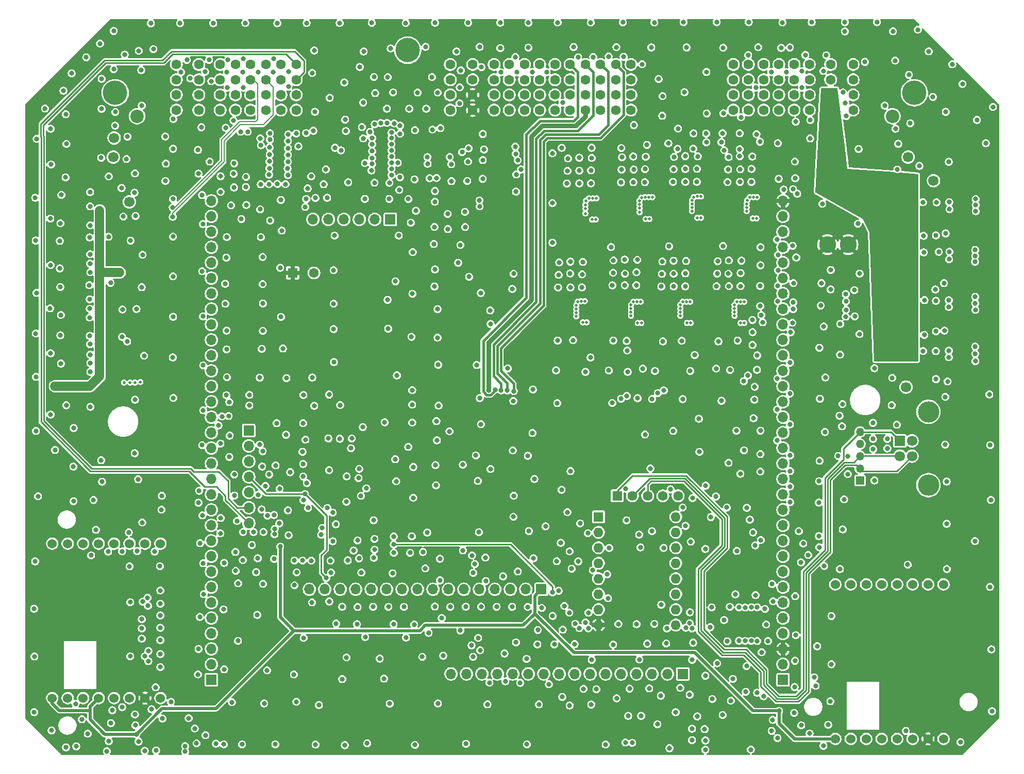
<source format=gbr>
%TF.GenerationSoftware,KiCad,Pcbnew,9.0.3*%
%TF.CreationDate,2025-10-28T00:12:23+00:00*%
%TF.ProjectId,Polygonus-Universal-Base,506f6c79-676f-46e7-9573-2d556e697665,rev?*%
%TF.SameCoordinates,Original*%
%TF.FileFunction,Copper,L2,Inr*%
%TF.FilePolarity,Positive*%
%FSLAX46Y46*%
G04 Gerber Fmt 4.6, Leading zero omitted, Abs format (unit mm)*
G04 Created by KiCad (PCBNEW 9.0.3) date 2025-10-28 00:12:23*
%MOMM*%
%LPD*%
G01*
G04 APERTURE LIST*
%TA.AperFunction,ComponentPad*%
%ADD10R,1.700000X1.700000*%
%TD*%
%TA.AperFunction,ComponentPad*%
%ADD11O,1.700000X1.700000*%
%TD*%
%TA.AperFunction,ComponentPad*%
%ADD12R,1.600000X1.600000*%
%TD*%
%TA.AperFunction,ComponentPad*%
%ADD13C,1.600000*%
%TD*%
%TA.AperFunction,ComponentPad*%
%ADD14C,1.700000*%
%TD*%
%TA.AperFunction,ComponentPad*%
%ADD15C,1.524000*%
%TD*%
%TA.AperFunction,ComponentPad*%
%ADD16O,1.600000X1.600000*%
%TD*%
%TA.AperFunction,ComponentPad*%
%ADD17C,2.780000*%
%TD*%
%TA.AperFunction,ComponentPad*%
%ADD18C,4.000000*%
%TD*%
%TA.AperFunction,ComponentPad*%
%ADD19C,2.200000*%
%TD*%
%TA.AperFunction,ComponentPad*%
%ADD20C,3.500000*%
%TD*%
%TA.AperFunction,ComponentPad*%
%ADD21R,1.350000X1.350000*%
%TD*%
%TA.AperFunction,ComponentPad*%
%ADD22O,1.350000X1.350000*%
%TD*%
%TA.AperFunction,ViaPad*%
%ADD23C,0.800000*%
%TD*%
%TA.AperFunction,ViaPad*%
%ADD24C,0.500000*%
%TD*%
%TA.AperFunction,Conductor*%
%ADD25C,1.500000*%
%TD*%
%TA.AperFunction,Conductor*%
%ADD26C,0.800000*%
%TD*%
%TA.AperFunction,Conductor*%
%ADD27C,0.250000*%
%TD*%
%TA.AperFunction,Conductor*%
%ADD28C,0.200000*%
%TD*%
%TA.AperFunction,Conductor*%
%ADD29C,0.500000*%
%TD*%
%TA.AperFunction,Conductor*%
%ADD30C,0.400000*%
%TD*%
G04 APERTURE END LIST*
D10*
%TO.N,GND*%
%TO.C,J5*%
X93888235Y-91017793D03*
D11*
%TO.N,+5V*%
X93888235Y-93557793D03*
%TO.N,output*%
X93888235Y-96097793D03*
%TO.N,/Scope*%
X93888235Y-98637793D03*
%TO.N,/LS12*%
X93888235Y-101177793D03*
%TO.N,/VR-D*%
X93888235Y-103717793D03*
%TO.N,/VR+D*%
X93888235Y-106257793D03*
%TD*%
D12*
%TO.N,/12V_MR_FUSE*%
%TO.C,C2*%
X101112052Y-65110107D03*
D13*
%TO.N,GND*%
X104612052Y-65110107D03*
%TD*%
D14*
%TO.N,/12V_MR*%
%TO.C,P1*%
X71628000Y-46075600D03*
%TD*%
D15*
%TO.N,+5V*%
%TO.C,U1*%
X190269349Y-141724815D03*
%TO.N,GND*%
X192809349Y-141724815D03*
X195349349Y-141724815D03*
%TO.N,unconnected-(U1-SEL_2-Pad4)*%
X197889349Y-141724815D03*
%TO.N,/CAN_RX*%
X200429349Y-141724815D03*
%TO.N,/CAN_TX*%
X202969349Y-141724815D03*
%TO.N,/12V_MR_FUSE*%
X205509349Y-141724815D03*
%TO.N,unconnected-(U1-Boot0-Pad8)*%
X208049349Y-141724815D03*
%TO.N,GND*%
X190269349Y-116324815D03*
X192809349Y-116324815D03*
%TO.N,/HeaterNeg*%
X195349349Y-116324815D03*
X197889349Y-116324815D03*
%TO.N,/LSU_Ip*%
X200429349Y-116324815D03*
%TO.N,/LSU_Vm*%
X202969349Y-116324815D03*
%TO.N,/LSU_Rtrim*%
X205509349Y-116324815D03*
%TO.N,/LSU_Un*%
X208049349Y-116324815D03*
%TD*%
D12*
%TO.N,GND*%
%TO.C,A1*%
X151360000Y-105209750D03*
D16*
%TO.N,unconnected-(A1-~{FLT}-Pad2)*%
X151360000Y-107749750D03*
%TO.N,/STEPA2*%
X151360000Y-110289750D03*
%TO.N,/STEPA1*%
X151360000Y-112829750D03*
%TO.N,/STEPB1*%
X151360000Y-115369750D03*
%TO.N,/STEPB2*%
X151360000Y-117909750D03*
%TO.N,GND*%
X151360000Y-120449750D03*
%TO.N,/12V_MR_FUSE*%
X151360000Y-122989750D03*
%TO.N,GND*%
X164060000Y-122989750D03*
X164060000Y-120449750D03*
X164060000Y-117909750D03*
X164060000Y-115369750D03*
%TO.N,+5V*%
X164060000Y-112829750D03*
X164060000Y-110289750D03*
%TO.N,/LS9*%
X164060000Y-107749750D03*
%TO.N,/LS10*%
X164060000Y-105209750D03*
%TD*%
D14*
%TO.N,/ExtraLSB*%
%TO.C,P3*%
X74269600Y-53441600D03*
%TD*%
D17*
%TO.N,/12V_MR*%
%TO.C,F1*%
X192364464Y-50542664D03*
X188964464Y-50542664D03*
%TO.N,/12V_MR_FUSE*%
X192364464Y-60462664D03*
X188964464Y-60462664D03*
%TD*%
D14*
%TO.N,/12V_MR*%
%TO.C,P6*%
X206400400Y-49936400D03*
%TD*%
%TO.N,/LS12ADD*%
%TO.C,P5*%
X202234800Y-46075600D03*
%TD*%
D18*
%TO.N,*%
%TO.C,J1*%
X71950000Y-35490000D03*
D19*
X75550000Y-39340000D03*
D18*
X120000000Y-28490000D03*
D19*
X199650000Y-39340000D03*
D18*
X203250000Y-35490000D03*
D13*
%TO.N,GND*%
X101700000Y-38340000D03*
X101700000Y-35840000D03*
%TO.N,/VR+D*%
X101700000Y-33340000D03*
%TO.N,/VR-D*%
X101700000Y-30840000D03*
%TO.N,GND*%
X99200000Y-38340000D03*
X99200000Y-35840000D03*
%TO.N,/5V_SENSOR_2*%
X99200000Y-33340000D03*
X99200000Y-30840000D03*
%TO.N,GND*%
X96700000Y-38340000D03*
X96700000Y-35840000D03*
%TO.N,/CAN2-*%
X96700000Y-33340000D03*
%TO.N,/5V_SENSOR_2*%
X96700000Y-30840000D03*
%TO.N,/KNOCK_1*%
X94200000Y-38340000D03*
%TO.N,/KNOCK_2*%
X94200000Y-35840000D03*
%TO.N,/CAN2+*%
X94200000Y-33340000D03*
%TO.N,/5V_SENSOR_1*%
X94200000Y-30840000D03*
%TO.N,/DIGITAL_1*%
X91700000Y-38340000D03*
%TO.N,/DIGITAL_2*%
X91700000Y-35840000D03*
%TO.N,/5V_SENSOR_1*%
X91700000Y-33340000D03*
X91700000Y-30840000D03*
%TO.N,/DIGITAL_3*%
X89200000Y-38340000D03*
%TO.N,/DIGITAL_4*%
X89200000Y-35840000D03*
%TO.N,/DIGITAL_5*%
X89200000Y-33340000D03*
%TO.N,/DIGITAL_6*%
X89200000Y-30840000D03*
%TO.N,/HS3*%
X85700000Y-38340000D03*
%TO.N,/HS4*%
X85700000Y-35840000D03*
%TO.N,/HS2*%
X85700000Y-33340000D03*
%TO.N,/HS1*%
X85700000Y-30840000D03*
%TO.N,/ExtraLSD*%
X82000000Y-38340000D03*
%TO.N,/ExtraLSC*%
X82000000Y-35840000D03*
%TO.N,/ExtraLSB*%
X82000000Y-33340000D03*
%TO.N,/ExtraLSA*%
X82000000Y-30840000D03*
%TO.N,/IGBT8*%
X156700000Y-38340000D03*
%TO.N,/IGBT7*%
X156700000Y-35840000D03*
%TO.N,/IGBT6*%
X156700000Y-33340000D03*
%TO.N,/IGBT5*%
X156700000Y-30840000D03*
%TO.N,/LS2*%
X154200000Y-38340000D03*
%TO.N,/IGN7*%
X154200000Y-35840000D03*
%TO.N,/IGN6*%
X154200000Y-33340000D03*
%TO.N,/STEPA2*%
X154200000Y-30840000D03*
%TO.N,/LS1*%
X151700000Y-38340000D03*
%TO.N,/IGN8*%
X151700000Y-35840000D03*
%TO.N,/IGN5*%
X151700000Y-33340000D03*
%TO.N,/STEPA1*%
X151700000Y-30840000D03*
%TO.N,/12V_KEY*%
X149200000Y-38340000D03*
%TO.N,/CAN-*%
X149200000Y-35840000D03*
%TO.N,/CAN+*%
X149200000Y-33340000D03*
%TO.N,/STEPB1*%
X149200000Y-30840000D03*
%TO.N,/AT3*%
X146700000Y-38340000D03*
%TO.N,/AT4*%
X146700000Y-35840000D03*
%TO.N,GND*%
X146700000Y-33340000D03*
%TO.N,/STEPB2*%
X146700000Y-30840000D03*
%TO.N,/AT1*%
X144200000Y-38340000D03*
%TO.N,/AT2*%
X144200000Y-35840000D03*
%TO.N,/CRANK -*%
X144200000Y-33340000D03*
%TO.N,GND*%
X144200000Y-30840000D03*
%TO.N,/AV10*%
X141700000Y-38340000D03*
%TO.N,/AV11*%
X141700000Y-35840000D03*
%TO.N,/CRANK +*%
X141700000Y-33340000D03*
%TO.N,/LSU_Ip2*%
X141700000Y-30840000D03*
%TO.N,/AV7*%
X139200000Y-38340000D03*
%TO.N,/AV8*%
X139200000Y-35840000D03*
%TO.N,/AV9*%
X139200000Y-33340000D03*
%TO.N,/LSU_Vm2*%
X139200000Y-30840000D03*
%TO.N,/AV4*%
X136700000Y-38340000D03*
%TO.N,/AV5*%
X136700000Y-35840000D03*
%TO.N,/AV6*%
X136700000Y-33340000D03*
%TO.N,/LSU_Rtrim2*%
X136700000Y-30840000D03*
%TO.N,/AV1*%
X134200000Y-38340000D03*
%TO.N,/AV2*%
X134200000Y-35840000D03*
%TO.N,/AV3*%
X134200000Y-33340000D03*
%TO.N,/LSU_Un2*%
X134200000Y-30840000D03*
%TO.N,/12V_MR_FUSE*%
X130700000Y-38340000D03*
X130700000Y-35840000D03*
%TO.N,GND*%
X130700000Y-33340000D03*
%TO.N,/HeaterNeg2*%
X130700000Y-30840000D03*
%TO.N,/ETB1_+*%
X127000000Y-38340000D03*
%TO.N,/ETB1_-*%
X127000000Y-35840000D03*
%TO.N,/ETB2_+*%
X127000000Y-33340000D03*
%TO.N,/ETB2_-*%
X127000000Y-30840000D03*
%TO.N,/IGBT1*%
X173500000Y-38340000D03*
%TO.N,/IGBT2*%
X173500000Y-35840000D03*
%TO.N,/IGBT3*%
X173500000Y-33340000D03*
%TO.N,/IGBT4*%
X173500000Y-30840000D03*
%TO.N,/LS3*%
X176000000Y-38340000D03*
%TO.N,/IGN2*%
X176000000Y-35840000D03*
%TO.N,/IGN3*%
X176000000Y-33340000D03*
%TO.N,/LSU_Un*%
X176000000Y-30840000D03*
%TO.N,/LS8*%
X178500000Y-38340000D03*
%TO.N,/IGN1*%
X178500000Y-35840000D03*
%TO.N,/IGN4*%
X178500000Y-33340000D03*
%TO.N,/LSU_Rtrim*%
X178500000Y-30840000D03*
%TO.N,/LS6*%
X181000000Y-38340000D03*
%TO.N,/LS7*%
X181000000Y-35840000D03*
%TO.N,/LS4*%
X181000000Y-33340000D03*
%TO.N,/LSU_Vm*%
X181000000Y-30840000D03*
%TO.N,/LS15*%
X183500000Y-38340000D03*
%TO.N,/LS16*%
X183500000Y-35840000D03*
%TO.N,/LS5*%
X183500000Y-33340000D03*
%TO.N,/LSU_Ip*%
X183500000Y-30840000D03*
%TO.N,/LS13*%
X186000000Y-38340000D03*
%TO.N,/LS14*%
X186000000Y-35840000D03*
%TO.N,GND*%
X186000000Y-33340000D03*
%TO.N,/Perm_Live*%
X186000000Y-30840000D03*
%TO.N,/12V_MR*%
X189500000Y-38340000D03*
X189500000Y-35840000D03*
%TO.N,GND*%
X189500000Y-33340000D03*
%TO.N,/HeaterNeg*%
X189500000Y-30840000D03*
%TO.N,/LS9ADD*%
X193200000Y-38340000D03*
%TO.N,/LS10ADD*%
X193200000Y-35840000D03*
%TO.N,/LS11ADD*%
X193200000Y-33340000D03*
%TO.N,/LS12ADD*%
X193200000Y-30840000D03*
%TD*%
D10*
%TO.N,/VBUS*%
%TO.C,J4*%
X200849999Y-92720000D03*
D14*
%TO.N,/USB-*%
X200849999Y-95220000D03*
%TO.N,/USB+*%
X202849999Y-95220000D03*
%TO.N,GND*%
X202849999Y-92720000D03*
D20*
X205559999Y-87950000D03*
X205559999Y-99990000D03*
%TD*%
D21*
%TO.N,GND*%
%TO.C,J3*%
X194310000Y-99250000D03*
D22*
%TO.N,/USB+*%
X194310000Y-97250000D03*
%TO.N,/USB-*%
X194310000Y-95250000D03*
%TO.N,GND*%
X194310000Y-93250000D03*
%TO.N,/VBUS*%
X194310000Y-91250000D03*
%TD*%
D14*
%TO.N,/LS9ADD*%
%TO.C,P4*%
X201879200Y-83870800D03*
%TD*%
D15*
%TO.N,+5V*%
%TO.C,U2*%
X61611115Y-135011435D03*
%TO.N,GND*%
X64151115Y-135011435D03*
%TO.N,unconnected-(U2-SEL_1-Pad3)*%
X66691115Y-135011435D03*
%TO.N,+5V*%
X69231115Y-135011435D03*
%TO.N,/CAN_RX2*%
X71771115Y-135011435D03*
%TO.N,/CAN_TX2*%
X74311115Y-135011435D03*
%TO.N,/12V_MR_FUSE*%
X76851115Y-135011435D03*
%TO.N,unconnected-(U2-Boot0-Pad8)*%
X79391115Y-135011435D03*
%TO.N,GND*%
X61611115Y-109611435D03*
X64151115Y-109611435D03*
%TO.N,/HeaterNeg2*%
X66691115Y-109611435D03*
X69231115Y-109611435D03*
%TO.N,/LSU_Ip2*%
X71771115Y-109611435D03*
%TO.N,/LSU_Vm2*%
X74311115Y-109611435D03*
%TO.N,/LSU_Rtrim2*%
X76851115Y-109611435D03*
%TO.N,/LSU_Un2*%
X79391115Y-109611435D03*
%TD*%
D10*
%TO.N,GND*%
%TO.C,J2*%
X181672763Y-132012059D03*
D11*
X181672763Y-129472059D03*
%TO.N,/12V_MR_FUSE*%
X181672763Y-126932059D03*
%TO.N,/LS1*%
X181672763Y-124392059D03*
%TO.N,/LS2*%
X181672763Y-121852059D03*
%TO.N,/LS3*%
X181672763Y-119312059D03*
%TO.N,/LS4*%
X181672763Y-116772059D03*
%TO.N,/LS5*%
X181672763Y-114232059D03*
%TO.N,/LS6*%
X181672763Y-111692059D03*
%TO.N,/LS7*%
X181672763Y-109152059D03*
%TO.N,/LS8*%
X181672763Y-106612059D03*
%TO.N,/IGN12*%
X181672763Y-104072059D03*
%TO.N,/IGN11*%
X181672763Y-101532059D03*
%TO.N,/IGN10*%
X181672763Y-98992059D03*
%TO.N,/IGN9*%
X181672763Y-96452059D03*
%TO.N,/IGN8*%
X181672763Y-93912059D03*
%TO.N,/IGN7*%
X181672763Y-91372059D03*
%TO.N,/IGN6*%
X181672763Y-88832059D03*
%TO.N,/IGN5*%
X181672763Y-86292059D03*
%TO.N,/IGN4*%
X181672763Y-83752059D03*
%TO.N,/IGN3*%
X181672763Y-81212059D03*
%TO.N,/IGN2*%
X181672763Y-78672059D03*
%TO.N,/IGN1*%
X181672763Y-76132059D03*
%TO.N,/LS9*%
X181672763Y-73592059D03*
%TO.N,/LS10*%
X181672763Y-71052059D03*
%TO.N,/LS11*%
X181672763Y-68512059D03*
%TO.N,/LS12*%
X181672763Y-65972059D03*
%TO.N,/LS13*%
X181672763Y-63432059D03*
%TO.N,/LS14*%
X181672763Y-60892059D03*
%TO.N,/LS15*%
X181672763Y-58352059D03*
%TO.N,/LS16*%
X181672763Y-55812059D03*
%TO.N,/12V_MR_FUSE*%
X181672763Y-53272059D03*
D10*
%TO.N,GND*%
X87760080Y-132017154D03*
D11*
%TO.N,/12V_PROT*%
X87760080Y-129477154D03*
X87760080Y-126937154D03*
%TO.N,/5V_SENSOR_2*%
X87760080Y-124397154D03*
X87760080Y-121857154D03*
%TO.N,unconnected-(J2-Pin_38-Pad38)*%
X87760080Y-119317154D03*
%TO.N,unconnected-(J2-Pin_39-Pad39)*%
X87760080Y-116777154D03*
%TO.N,/5V_SENSOR_1*%
X87760080Y-114237154D03*
X87760080Y-111697154D03*
%TO.N,/DIGITAL_6*%
X87760080Y-109157154D03*
%TO.N,/DIGITAL_5*%
X87760080Y-106617154D03*
%TO.N,/DIGITAL_4*%
X87760080Y-104077154D03*
%TO.N,/DIGITAL_3*%
X87760080Y-101537154D03*
%TO.N,/DIGITAL_2*%
X87760080Y-98997154D03*
%TO.N,/DIGITAL_1*%
X87760080Y-96457154D03*
%TO.N,/AT4*%
X87760080Y-93917154D03*
%TO.N,/AT3*%
X87760080Y-91377154D03*
%TO.N,/AT2*%
X87760080Y-88837154D03*
%TO.N,/AT1*%
X87760080Y-86297154D03*
%TO.N,/AV11*%
X87760080Y-83757154D03*
%TO.N,/AV10*%
X87760080Y-81217154D03*
%TO.N,/AV9*%
X87760080Y-78677154D03*
%TO.N,/AV8*%
X87760080Y-76137154D03*
%TO.N,/AV7*%
X87760080Y-73597154D03*
%TO.N,/AV6*%
X87760080Y-71057154D03*
%TO.N,/AV5*%
X87760080Y-68517154D03*
%TO.N,/AV4*%
X87760080Y-65977154D03*
%TO.N,/AV3*%
X87760080Y-63437154D03*
%TO.N,/AV2*%
X87760080Y-60897154D03*
%TO.N,/AV1*%
X87760080Y-58357154D03*
%TO.N,/KNOCK_1*%
X87760080Y-55817154D03*
%TO.N,/KNOCK_2*%
X87760080Y-53277154D03*
D10*
%TO.N,/HS1*%
X165230080Y-131026287D03*
D11*
%TO.N,/HS2*%
X162690080Y-131026287D03*
%TO.N,/HS3*%
X160150080Y-131026287D03*
%TO.N,/HS4*%
X157610080Y-131026287D03*
%TO.N,GND*%
X155070080Y-131026287D03*
X152530080Y-131026287D03*
X149990080Y-131026287D03*
X147450080Y-131026287D03*
%TO.N,/CAN2+*%
X144910080Y-131026287D03*
%TO.N,/CAN2-*%
X142370080Y-131026287D03*
%TO.N,/RC1*%
X139830080Y-131026287D03*
%TO.N,/RC2*%
X137290080Y-131026287D03*
%TO.N,/Perm_Live*%
X134750080Y-131026287D03*
%TO.N,/Scope*%
X132210080Y-131026287D03*
%TO.N,unconnected-(J2-Pin_79-Pad79)*%
X129670080Y-131026287D03*
%TO.N,unconnected-(J2-Pin_80-Pad80)*%
X127130080Y-131026287D03*
D10*
%TO.N,+5V*%
X141953794Y-117134404D03*
D11*
%TO.N,+3.3V*%
X139413794Y-117134404D03*
%TO.N,/ETB1_PWM*%
X136873794Y-117134404D03*
%TO.N,/ETB1_DIS*%
X134333794Y-117134404D03*
%TO.N,/ETB1_DIR*%
X131793794Y-117134404D03*
%TO.N,/ETB2_PWM*%
X129253794Y-117134404D03*
%TO.N,/ETB2_DIS*%
X126713794Y-117134404D03*
%TO.N,/ETB2_DIR*%
X124173794Y-117134404D03*
%TO.N,GND*%
X121633794Y-117134404D03*
%TO.N,/12V_KEY*%
X119093794Y-117134404D03*
%TO.N,GND*%
X116553794Y-117134404D03*
X114013794Y-117134404D03*
%TO.N,/CAN+*%
X111473794Y-117134404D03*
%TO.N,/CAN-*%
X108933794Y-117134404D03*
%TO.N,output*%
X106393794Y-117134404D03*
%TO.N,/VR1+*%
X103853794Y-117134404D03*
D13*
%TO.N,GND*%
X164425871Y-101751522D03*
X161925871Y-101751522D03*
%TO.N,/USB+*%
X159425871Y-101751522D03*
%TO.N,/USB-*%
X156925871Y-101751522D03*
D12*
%TO.N,/VBUS*%
X154425871Y-101751522D03*
D10*
%TO.N,/+3V3*%
X117154579Y-56302538D03*
D11*
%TO.N,/EXT_SPI_CS*%
X114614579Y-56302538D03*
%TO.N,/EXT_SPI_SCK*%
X112074579Y-56302538D03*
%TO.N,/EXT_SPI_MISO*%
X109534579Y-56302538D03*
%TO.N,/EXT_SPI_MOSI*%
X106994579Y-56302538D03*
%TO.N,unconnected-(J2-Pin_107-Pad107)*%
X104454579Y-56302538D03*
%TD*%
D14*
%TO.N,/ExtraLSA*%
%TO.C,P2*%
X71780400Y-42926000D03*
%TD*%
D23*
%TO.N,/12V_MR*%
X201800000Y-49740000D03*
X202900000Y-49740000D03*
X203000000Y-58240000D03*
X199700000Y-67240000D03*
X200100000Y-63240000D03*
X69400000Y-55940000D03*
X203000000Y-62640000D03*
X199324149Y-57292971D03*
X199700000Y-76640000D03*
X69400000Y-57140000D03*
X200443169Y-54420817D03*
X64231609Y-83740500D03*
X197120158Y-73080499D03*
X203100000Y-66240000D03*
X63113017Y-83740500D03*
X199800000Y-78940000D03*
X203000000Y-54420817D03*
X197076926Y-76290526D03*
X200700000Y-49740000D03*
X69400000Y-54840000D03*
X199600000Y-68740000D03*
X203000000Y-78840000D03*
X203000000Y-74340000D03*
X198200000Y-68740000D03*
X198200000Y-65440000D03*
X200100000Y-65940000D03*
X62031712Y-83739500D03*
X71700000Y-65040000D03*
X72700000Y-65040000D03*
X198200000Y-67240000D03*
X199500000Y-61440000D03*
X70700000Y-65040000D03*
X199476340Y-74172124D03*
X199500000Y-59740000D03*
%TO.N,GND*%
X182810143Y-100222707D03*
X194234883Y-75155437D03*
X184273610Y-107571193D03*
X112141000Y-31242000D03*
X174561213Y-44780697D03*
X86371584Y-72251350D03*
X171846242Y-28079120D03*
X123444758Y-124286293D03*
X129440911Y-57555260D03*
X146603683Y-110879516D03*
X170765889Y-23886954D03*
D24*
X166700000Y-54340000D03*
D23*
X117058200Y-135923682D03*
X208913868Y-77888025D03*
X213244159Y-69033864D03*
X90255702Y-77682007D03*
X137268971Y-94293167D03*
X90215618Y-62590644D03*
X168780682Y-140105747D03*
X149208662Y-81370953D03*
D24*
X166400000Y-69840000D03*
D23*
X172722806Y-96328499D03*
D24*
X164800000Y-70340000D03*
D23*
X67205853Y-29653917D03*
X177960399Y-60885427D03*
X176963269Y-85931588D03*
X67867033Y-81359641D03*
X76309596Y-67467078D03*
X64793260Y-32298119D03*
X97234012Y-50515285D03*
X92909385Y-32098733D03*
X162958838Y-60736281D03*
X208913868Y-70710393D03*
X106987426Y-92311251D03*
X83456634Y-143803040D03*
X213257734Y-70113811D03*
X174661676Y-98125755D03*
X102913209Y-125105409D03*
D24*
X165800000Y-69840000D03*
D23*
X139730902Y-120023107D03*
X153623645Y-86491256D03*
X65437883Y-135947846D03*
X117721224Y-108429489D03*
X97914711Y-32111600D03*
X61365315Y-78313265D03*
X120396000Y-111125000D03*
X145474779Y-123764861D03*
X129415177Y-55071897D03*
X132141751Y-31267536D03*
X71965383Y-38652023D03*
X96167988Y-62490436D03*
X184668246Y-139486972D03*
X185817491Y-111469121D03*
X98057636Y-112127307D03*
X132049428Y-89973419D03*
X116225911Y-89673631D03*
X199526295Y-86851907D03*
X206807187Y-82567468D03*
X93017492Y-29853798D03*
X156081760Y-77858700D03*
X131539978Y-99292768D03*
X102850106Y-98575566D03*
X74314905Y-113355528D03*
X96181932Y-94420297D03*
X107426500Y-114370289D03*
X140675146Y-112026073D03*
X89260280Y-51778344D03*
X116706957Y-69537228D03*
X96316551Y-107702798D03*
X160166597Y-85835030D03*
D24*
X175300000Y-69840000D03*
D23*
X69656937Y-95913923D03*
X146949602Y-113732635D03*
X109685163Y-142737774D03*
X65100000Y-102640000D03*
X73812400Y-46380400D03*
X81111761Y-135646088D03*
X200594344Y-43874771D03*
X73969251Y-42708204D03*
X124295785Y-60354041D03*
X169144138Y-38887536D03*
X191480412Y-107280109D03*
X131211521Y-95111211D03*
X67755174Y-59267449D03*
X137366487Y-86166827D03*
X112693752Y-42995126D03*
X188444723Y-113279692D03*
X169714207Y-123350705D03*
X58803496Y-112521021D03*
X201846263Y-140397802D03*
X62841273Y-59840320D03*
X192090359Y-39308193D03*
X76327000Y-122047000D03*
D24*
X156700000Y-71540000D03*
D23*
X98001372Y-29862376D03*
X158990099Y-91673311D03*
X183760080Y-40230890D03*
X177382362Y-81037045D03*
X139920096Y-107551705D03*
X93502449Y-53932651D03*
X137400000Y-65240000D03*
X90104289Y-41242172D03*
X132774826Y-111905827D03*
X130021253Y-44617273D03*
X58896168Y-75061813D03*
X147176554Y-76167238D03*
X137393942Y-105202662D03*
X213217733Y-63261357D03*
X202341196Y-32533687D03*
X170653411Y-101865529D03*
X107094447Y-85108409D03*
X153755729Y-126209489D03*
X208913868Y-69610444D03*
X138088575Y-114196326D03*
X120748413Y-84383980D03*
X129085431Y-110724262D03*
D24*
X147900000Y-69840000D03*
D23*
X186153372Y-39960680D03*
X95472933Y-101582078D03*
X95377000Y-112014000D03*
X173426963Y-131862381D03*
X170679385Y-80822969D03*
X117348000Y-46990000D03*
X58635707Y-120323200D03*
X67811103Y-63574028D03*
X177880941Y-43532582D03*
X109725602Y-39905251D03*
X79565845Y-104020166D03*
X93982464Y-86898854D03*
X97410571Y-56497982D03*
X196691744Y-99222104D03*
X114316214Y-119997815D03*
X117002707Y-50285531D03*
D24*
X159600000Y-52640000D03*
D23*
X124456118Y-53399589D03*
X187722968Y-85788630D03*
X151015268Y-133560494D03*
X147533562Y-122799949D03*
X107337438Y-112423471D03*
X126609420Y-57900382D03*
X125077409Y-86929270D03*
X97258891Y-98243503D03*
X107696000Y-109220000D03*
X177963424Y-63852582D03*
X155985465Y-76279097D03*
X79621015Y-101741834D03*
X67811103Y-76829343D03*
X63862736Y-143109438D03*
X116594863Y-40444309D03*
X204879109Y-75296382D03*
X70865782Y-59164640D03*
X114108556Y-23997933D03*
X210820000Y-142240000D03*
X85746463Y-100918678D03*
X164787228Y-133325585D03*
X84287066Y-33110070D03*
D24*
X158100000Y-54440000D03*
D23*
X168975523Y-100075782D03*
X85552726Y-131113686D03*
X215900000Y-127000000D03*
X192341372Y-95276385D03*
X124919479Y-75752565D03*
X163021011Y-143245587D03*
X81444743Y-44693156D03*
X125317909Y-115648954D03*
X199725810Y-25384658D03*
X206769900Y-77962598D03*
X77340663Y-119843459D03*
X206788544Y-69685017D03*
X180669877Y-59630118D03*
X104775000Y-38608000D03*
X67767603Y-75436147D03*
X94692137Y-107702798D03*
D24*
X175700000Y-54940000D03*
D23*
X124917076Y-71056283D03*
X163196131Y-100672364D03*
X76400000Y-106140000D03*
X160021319Y-28040518D03*
X101405186Y-112387573D03*
X131709666Y-107736671D03*
X183592134Y-133197677D03*
D24*
X150400000Y-52840000D03*
D23*
X114161298Y-47203066D03*
X117348000Y-42926000D03*
X208596390Y-113791836D03*
X109940090Y-102739810D03*
X182268643Y-32093674D03*
X148336000Y-106299000D03*
X202164486Y-113064752D03*
X144093092Y-126181615D03*
X200378187Y-90073551D03*
X208951155Y-62861606D03*
X153049161Y-81147235D03*
X208411145Y-38624969D03*
X215663820Y-116727278D03*
X100687212Y-97866567D03*
X75297075Y-55752950D03*
X184777740Y-34641373D03*
X71702926Y-25330550D03*
X166912541Y-125888749D03*
X117348000Y-48006000D03*
X183630117Y-128880259D03*
X125382586Y-41296225D03*
X157167339Y-40798255D03*
X96002438Y-103987288D03*
X172443158Y-103673920D03*
X93455727Y-49316829D03*
X160528000Y-122809000D03*
X122936000Y-27940000D03*
X153124278Y-110330688D03*
X139842748Y-28063613D03*
D24*
X177300000Y-56140000D03*
D23*
X114577667Y-40670295D03*
X104313706Y-32228669D03*
D24*
X158300000Y-69840000D03*
D23*
X112497952Y-41130438D03*
X176378048Y-143472713D03*
D24*
X164800000Y-71540000D03*
D23*
X136060090Y-132256060D03*
X96028687Y-77596616D03*
X132020666Y-68402207D03*
X215704179Y-93419533D03*
X197096930Y-23867653D03*
X120836567Y-61690657D03*
X74188818Y-107766587D03*
X102717949Y-94518143D03*
X206800000Y-58940000D03*
X168913849Y-131334913D03*
X180832735Y-69795188D03*
X62841273Y-64364403D03*
X166956720Y-42168663D03*
X75259599Y-139474044D03*
X104292400Y-119278400D03*
X93433726Y-50991745D03*
X86280902Y-104970467D03*
X203825321Y-25110488D03*
X143800000Y-53640000D03*
X147999375Y-29653972D03*
X85642078Y-48763139D03*
X171537430Y-43596918D03*
X98308927Y-96744735D03*
X100080748Y-82402548D03*
X91417355Y-48794493D03*
X132067456Y-119972523D03*
X107696000Y-104521000D03*
X165687898Y-123439464D03*
X98590758Y-24055835D03*
D24*
X158100000Y-53240000D03*
D23*
X128667935Y-123889500D03*
X112008075Y-112032398D03*
X83726080Y-30099000D03*
D24*
X176800000Y-52640000D03*
D23*
X61307413Y-56165662D03*
X95767155Y-54654151D03*
X104842374Y-52790937D03*
X152535027Y-142636575D03*
D24*
X166700000Y-54940000D03*
D23*
X208565662Y-99393858D03*
X132321291Y-49628913D03*
X79375000Y-129921000D03*
X179980871Y-138591778D03*
X86413561Y-112843123D03*
X117694304Y-122845122D03*
X161666398Y-119654035D03*
X182797276Y-90006180D03*
X103334301Y-42113294D03*
X192310476Y-98179863D03*
X80170894Y-42685878D03*
X58644907Y-137328546D03*
X118002707Y-66486786D03*
X155488063Y-29576769D03*
X175259999Y-94265606D03*
X154282565Y-27989050D03*
X82619394Y-24041360D03*
X165657033Y-106694118D03*
X150159391Y-136073994D03*
X122912911Y-113684873D03*
X97338637Y-44464187D03*
X85642914Y-126935001D03*
X166930986Y-44690626D03*
X117958277Y-95743385D03*
X112682586Y-37100210D03*
X120920554Y-102070760D03*
X174548346Y-42142928D03*
X114173000Y-42926000D03*
X108854156Y-92365099D03*
X79374221Y-117320143D03*
X110155482Y-112369623D03*
X101318361Y-131119603D03*
X81437376Y-59143480D03*
X86223630Y-52301608D03*
X67806720Y-54171319D03*
X81457417Y-72310844D03*
X63114707Y-52283610D03*
X135229870Y-28140816D03*
X167569952Y-138025491D03*
X79375000Y-123444000D03*
X58677654Y-128167326D03*
X165485959Y-35394046D03*
X91964810Y-105890902D03*
X180760557Y-141576685D03*
X91126971Y-135686199D03*
X116800208Y-74282988D03*
X161941968Y-76362992D03*
X71946082Y-40890909D03*
X213331546Y-54952967D03*
X87749653Y-33587035D03*
X178708991Y-120353971D03*
X166352697Y-122704991D03*
X115565490Y-40470043D03*
X153776246Y-76223168D03*
X171748291Y-137796131D03*
X166370000Y-120904000D03*
X193970284Y-57012942D03*
X90295785Y-59223647D03*
X118738728Y-49381920D03*
X101413485Y-116461395D03*
X139597326Y-142617524D03*
X137431229Y-101735027D03*
X61365315Y-63808756D03*
X182835877Y-97687876D03*
X89853322Y-112780388D03*
X75717370Y-99040643D03*
X70789302Y-110923634D03*
X67848390Y-78544518D03*
X81437376Y-65677058D03*
X173838591Y-117952950D03*
X179881444Y-116257833D03*
X174009187Y-91052473D03*
X174218515Y-76223168D03*
X180849891Y-62134937D03*
X177016104Y-83819500D03*
D24*
X158100000Y-55140000D03*
D23*
X76694889Y-78715142D03*
X187677512Y-95993502D03*
X112776000Y-28702000D03*
X140507357Y-91425337D03*
X139544932Y-128558375D03*
D24*
X173700000Y-71540000D03*
D23*
X107996336Y-58969702D03*
X174084564Y-110811370D03*
D24*
X167000000Y-52640000D03*
D23*
X124502007Y-23973807D03*
X90492806Y-30085110D03*
X186385017Y-23886954D03*
X110693962Y-93935665D03*
X163632255Y-91086051D03*
X86499583Y-117912877D03*
X178156431Y-127473555D03*
X187034773Y-132984550D03*
X117221000Y-28194000D03*
X194258531Y-65220350D03*
X158366514Y-137932029D03*
X204666801Y-53486541D03*
X113816084Y-41932919D03*
X124964631Y-135893619D03*
X177314786Y-42297334D03*
X69464040Y-27395730D03*
X68800000Y-107340000D03*
X69726497Y-33194971D03*
X131336526Y-80245766D03*
X132337343Y-46552516D03*
X155850710Y-100597792D03*
X150423736Y-114002845D03*
X137700365Y-29626973D03*
X63442208Y-35135328D03*
X187635974Y-77407183D03*
X92686850Y-56242245D03*
X187623802Y-110203016D03*
X181579132Y-23925555D03*
X106766372Y-52760874D03*
X196677142Y-80785683D03*
X213331546Y-53928645D03*
X157618090Y-122856924D03*
D24*
X159000000Y-52640000D03*
D23*
X99941419Y-50515285D03*
X214988822Y-43773807D03*
X89232449Y-107924648D03*
X145409004Y-134810587D03*
X177953670Y-94891827D03*
X170055712Y-135166867D03*
X166331287Y-134445028D03*
D24*
X157800000Y-73340000D03*
D23*
X66480123Y-138495545D03*
X204917710Y-69583362D03*
X125017284Y-80195275D03*
X176830233Y-88986221D03*
D24*
X148500000Y-69740000D03*
D23*
X133608742Y-97338038D03*
X99161106Y-53114767D03*
X133563873Y-71268163D03*
X81457417Y-52950610D03*
X117518477Y-114491995D03*
X98615801Y-50470349D03*
X93982464Y-85148795D03*
X189510548Y-64628461D03*
X178893734Y-122901875D03*
X150038468Y-79013047D03*
X180824157Y-67196021D03*
X98165332Y-107209192D03*
X177198981Y-34628505D03*
X77257092Y-118507784D03*
X175670150Y-129751289D03*
X111665961Y-122856183D03*
X191524204Y-35435177D03*
X77813509Y-24079961D03*
X156449307Y-133454257D03*
X104334738Y-82294852D03*
X155956000Y-105791000D03*
X130778355Y-114411859D03*
X105417753Y-136144758D03*
X70900000Y-49240000D03*
X215808748Y-102427700D03*
X106203940Y-50525868D03*
X90400289Y-34620697D03*
X108259118Y-122756633D03*
X196440835Y-89764739D03*
D24*
X151000000Y-52840000D03*
D23*
X100444897Y-108241278D03*
X120794620Y-68528051D03*
X95482818Y-32085866D03*
X188367490Y-73915168D03*
X149225000Y-122575370D03*
D24*
X150300000Y-56340000D03*
D23*
X172962990Y-81067747D03*
X67773817Y-70994022D03*
D24*
X174700000Y-69840000D03*
D23*
X58813989Y-52754919D03*
X63040134Y-72020544D03*
X188308006Y-142855416D03*
X168910000Y-143510000D03*
X84032062Y-138314425D03*
X116984429Y-52937008D03*
X164331819Y-44716361D03*
X166805007Y-102127680D03*
X158066831Y-128671411D03*
D24*
X168200000Y-56040000D03*
D23*
X174767088Y-39505160D03*
X180042935Y-119092904D03*
X100336686Y-44631460D03*
X131826000Y-27940000D03*
D24*
X173700000Y-72140000D03*
D23*
X73079657Y-110885032D03*
X67700500Y-67113401D03*
X124737725Y-49493714D03*
X88062203Y-24041360D03*
X173103030Y-135434659D03*
X126996430Y-120010461D03*
X76835000Y-128143000D03*
X209018454Y-54639955D03*
X213205018Y-109198055D03*
X62928275Y-67434317D03*
X104657826Y-86952702D03*
X95878807Y-50530787D03*
D24*
X166700000Y-53740000D03*
X166500000Y-73340000D03*
D23*
X126869962Y-91149480D03*
X107847326Y-70152408D03*
X150489171Y-29615370D03*
X206695443Y-67830628D03*
X118127627Y-99365820D03*
X62953132Y-56944410D03*
X80274960Y-47138532D03*
X160517195Y-23925555D03*
X96971702Y-105010399D03*
X133444654Y-132466497D03*
D24*
X149200000Y-53940000D03*
D23*
X159691832Y-133415655D03*
X99190502Y-72336332D03*
X182835877Y-95114444D03*
X92918966Y-112315100D03*
X135213920Y-23954506D03*
X125297867Y-112101582D03*
D24*
X158100000Y-53840000D03*
D23*
X120527955Y-56846753D03*
X70581613Y-143739925D03*
X134609292Y-119997815D03*
X116129776Y-131813583D03*
X147432315Y-126141869D03*
X169079802Y-43635519D03*
X166712364Y-140051385D03*
X213246186Y-61326526D03*
D24*
X157100000Y-69840000D03*
D23*
X183242639Y-60649280D03*
X191065539Y-73496192D03*
X144648205Y-76229297D03*
X202583958Y-40502525D03*
X58938115Y-82192837D03*
X180739984Y-82486739D03*
X152801557Y-114648336D03*
X171859109Y-38874669D03*
D24*
X150900000Y-56340000D03*
D23*
X76444738Y-62120384D03*
X117348000Y-43942000D03*
X74422000Y-119253000D03*
X200088620Y-30190488D03*
X83456634Y-142921207D03*
X81417334Y-79004756D03*
X90215618Y-85217667D03*
X191013421Y-113788585D03*
X78600000Y-133240000D03*
X128733051Y-31819504D03*
X154333280Y-135055007D03*
X114173000Y-43942000D03*
X120687506Y-108415782D03*
X124406014Y-67338557D03*
X74422000Y-128143000D03*
X73100278Y-136507568D03*
X128559345Y-34598811D03*
X65559440Y-142941249D03*
X191028253Y-78548499D03*
X137801978Y-125848626D03*
D24*
X164800000Y-72140000D03*
D23*
X120749141Y-89714017D03*
D24*
X156700000Y-70940000D03*
D23*
X194089993Y-44739511D03*
X180826367Y-43782227D03*
D24*
X156700000Y-70340000D03*
D23*
X204068478Y-47503311D03*
X132337343Y-42262582D03*
X158030854Y-108126543D03*
X150250029Y-128710012D03*
X169075897Y-32074318D03*
X100330000Y-49022000D03*
X127162984Y-47230626D03*
X111761733Y-120035753D03*
X178464408Y-134717138D03*
X96244079Y-116219079D03*
X88519000Y-142494000D03*
X164040933Y-137340140D03*
X129060432Y-96645433D03*
X90255702Y-74595592D03*
X131848446Y-85692448D03*
X208969798Y-53465433D03*
X106807000Y-103759000D03*
X96092185Y-96951152D03*
X179759547Y-32080807D03*
X128016000Y-28702000D03*
X100323819Y-46831744D03*
X85328409Y-142453552D03*
X162048156Y-110330688D03*
X187599648Y-99344960D03*
X182844113Y-102790251D03*
X183667734Y-118255036D03*
X109601000Y-33782000D03*
X62071744Y-94215458D03*
X139742986Y-95172620D03*
X180716217Y-87567789D03*
X86371584Y-57066464D03*
X146752829Y-97689452D03*
X73300000Y-55840000D03*
D24*
X174100000Y-69840000D03*
D23*
X78232000Y-28321000D03*
X109258712Y-131890786D03*
D24*
X159100000Y-56240000D03*
D23*
X165837277Y-28040518D03*
X137163774Y-119997815D03*
X165323080Y-23886954D03*
X177154034Y-118088069D03*
D24*
X147700000Y-70440000D03*
D23*
X162477377Y-126030009D03*
D24*
X165200000Y-69840000D03*
D23*
X101712010Y-135604337D03*
X100423808Y-34492025D03*
D24*
X173700000Y-70940000D03*
D23*
X63801169Y-49402537D03*
X206307364Y-36173774D03*
X71702926Y-31622592D03*
X198374000Y-37592000D03*
X65128172Y-90611795D03*
X182791194Y-84965738D03*
X199622768Y-82351712D03*
X135917912Y-127669890D03*
X70901258Y-142098461D03*
X113030000Y-124968000D03*
D24*
X175300000Y-73340000D03*
D23*
X191827826Y-23886954D03*
X206807187Y-74718681D03*
X91530116Y-101714737D03*
X128673710Y-60505797D03*
X109963456Y-128317875D03*
X118235841Y-81951155D03*
X179199929Y-125624928D03*
X140831266Y-98986867D03*
X110819607Y-92329200D03*
X86246260Y-93433132D03*
X76804546Y-143679800D03*
X131806566Y-53190854D03*
X161596172Y-134612301D03*
X129918316Y-46791823D03*
X156230565Y-137919162D03*
D24*
X157700000Y-69840000D03*
D23*
X153409793Y-60851727D03*
X164421889Y-41370899D03*
X90761522Y-91856868D03*
X90582654Y-88628301D03*
X75199474Y-137710378D03*
X117729000Y-111125000D03*
X92158752Y-116133740D03*
X100272350Y-47925453D03*
X207254624Y-61649798D03*
X114543753Y-50274369D03*
X213246186Y-62293941D03*
X145303815Y-44540070D03*
X157773304Y-85699925D03*
X169814467Y-105258591D03*
X213276377Y-79621842D03*
X131578376Y-125101190D03*
X112959242Y-52941249D03*
X99314528Y-58141398D03*
X196479436Y-94068805D03*
X190956732Y-88588728D03*
X98470471Y-89816295D03*
X166521932Y-109287525D03*
X107847326Y-64657325D03*
X126569337Y-55415218D03*
X120626831Y-75617128D03*
X118543831Y-58971168D03*
X109245188Y-119985169D03*
X117348000Y-49022000D03*
X208900000Y-46840000D03*
X104169382Y-112405522D03*
X91514592Y-98252711D03*
X120920554Y-97018024D03*
X145161000Y-109474000D03*
X158642121Y-80848943D03*
X114046000Y-48260000D03*
X167933768Y-94527698D03*
X145280016Y-100765580D03*
X171743304Y-42142928D03*
D24*
X158400000Y-73340000D03*
D23*
X121369704Y-54882671D03*
X76327000Y-125222000D03*
X124946326Y-35442219D03*
X114554000Y-110617000D03*
X95887405Y-59223647D03*
X131817049Y-54154429D03*
X141318618Y-126183440D03*
X137845846Y-48923251D03*
X114173000Y-46214110D03*
X88926829Y-90176431D03*
X73000000Y-51140000D03*
X100023087Y-91709949D03*
X130100000Y-65740000D03*
X176759277Y-107770565D03*
X140498973Y-32078167D03*
X113216261Y-100542823D03*
X78432397Y-110910767D03*
X208336337Y-85477167D03*
X107847326Y-74347128D03*
X79375000Y-125476000D03*
X128520743Y-37223713D03*
X216158497Y-37810378D03*
X107119816Y-119117505D03*
X76327000Y-37592000D03*
X80194793Y-49984446D03*
X96208072Y-74635676D03*
X97235700Y-48941959D03*
X77931555Y-136833472D03*
X198814826Y-93953001D03*
X172526770Y-125672211D03*
X188779428Y-29327234D03*
X97274301Y-47912586D03*
X146254775Y-104448977D03*
X127205874Y-50018512D03*
X136463987Y-80799801D03*
D24*
X147700000Y-72240000D03*
D23*
X204782605Y-59006554D03*
X122409321Y-128227688D03*
X191700000Y-102340000D03*
X121204607Y-41643638D03*
X75822354Y-28580775D03*
X188122159Y-53741466D03*
X109982000Y-98552000D03*
X82773910Y-32092684D03*
X97361890Y-42153377D03*
X124803674Y-92621415D03*
X125835332Y-128043877D03*
X144590896Y-86510556D03*
X124496201Y-64522705D03*
X78668419Y-143619675D03*
X187982329Y-66793626D03*
X193387413Y-67937961D03*
X152913416Y-118591373D03*
X172931289Y-120003702D03*
X169041200Y-42194397D03*
D24*
X168200000Y-52540000D03*
D23*
X189633091Y-129446512D03*
X115407895Y-128513211D03*
X61278462Y-70930731D03*
X141378743Y-123808504D03*
X92986588Y-34633564D03*
X213257734Y-78410034D03*
X76327000Y-123571000D03*
D24*
X160200000Y-52640000D03*
D23*
X93714309Y-41892836D03*
X171573336Y-86124541D03*
X95099810Y-114307476D03*
X79375000Y-121412000D03*
X67811103Y-62026643D03*
X183508202Y-137451631D03*
X167848514Y-89073706D03*
X155095725Y-44565804D03*
X116738784Y-32911778D03*
D24*
X147700000Y-71040000D03*
D23*
X189089121Y-139398825D03*
X176034993Y-23867653D03*
X89499620Y-88702761D03*
X81509079Y-39790767D03*
X101762366Y-114340000D03*
X114554000Y-108839000D03*
X128300000Y-63440000D03*
X187862307Y-70466857D03*
X166732865Y-128729313D03*
X97325770Y-45673700D03*
X120744198Y-86757321D03*
X143800000Y-60140000D03*
X60431292Y-38088342D03*
X61488117Y-140332014D03*
X159316155Y-44051117D03*
X89748530Y-120430223D03*
X156152042Y-81376559D03*
D24*
X149200000Y-54540000D03*
D23*
X149698602Y-120976757D03*
X90323086Y-32098733D03*
X90315827Y-82251503D03*
X71251269Y-139133335D03*
X183774931Y-124664107D03*
X75216435Y-85946140D03*
X114404310Y-105772571D03*
X180961472Y-49630352D03*
X183624975Y-46793143D03*
X191831806Y-25403959D03*
X172026382Y-44922235D03*
X146612018Y-136224306D03*
X92790052Y-142617524D03*
X175946962Y-29314312D03*
X183682877Y-49533849D03*
X104156648Y-49235482D03*
D24*
X149300000Y-53240000D03*
X167600000Y-56040000D03*
D23*
X81511622Y-85659462D03*
X86245742Y-64826696D03*
X103569731Y-51210498D03*
X143204422Y-132726255D03*
X121642331Y-35455330D03*
X132833528Y-115769204D03*
X89279023Y-105394109D03*
X187292103Y-126485620D03*
X92551894Y-41892836D03*
X59022010Y-68392208D03*
X177924822Y-70569241D03*
X76219300Y-31757698D03*
X139846098Y-23968982D03*
X102058667Y-44287421D03*
X89270618Y-49213489D03*
X141559118Y-136043931D03*
X138495150Y-132496559D03*
X114173000Y-45085000D03*
X75133200Y-51917600D03*
X150231938Y-44527202D03*
X71491769Y-137008921D03*
X75563020Y-110846431D03*
X204801906Y-61727959D03*
X67874937Y-87119302D03*
X112393976Y-114370289D03*
X99515344Y-77542768D03*
X59041152Y-43058451D03*
X215567202Y-85084632D03*
X114444696Y-111938165D03*
X182926299Y-74871449D03*
X117784331Y-40530003D03*
X121070767Y-122915940D03*
X175539705Y-133982663D03*
X211151851Y-34031392D03*
X58938115Y-91085643D03*
X123253229Y-46066845D03*
X67850500Y-57286322D03*
X110230251Y-50212267D03*
X87376000Y-30099000D03*
X188623280Y-82295782D03*
X158242000Y-110236000D03*
X114667232Y-35547107D03*
X62928275Y-75351462D03*
X107094488Y-97543685D03*
X67829747Y-51828813D03*
X168910000Y-110490000D03*
X103396643Y-24017234D03*
X191426518Y-86662816D03*
X191910218Y-37159377D03*
X68393568Y-102438943D03*
X102880843Y-85175719D03*
X63936274Y-43901825D03*
X129944816Y-23973807D03*
X102870000Y-102489000D03*
X67867033Y-79942758D03*
X145748354Y-119856254D03*
X96228113Y-70126304D03*
D24*
X158400000Y-52740000D03*
D23*
X95798641Y-42975085D03*
X206900403Y-53502720D03*
D24*
X176700000Y-56140000D03*
D23*
X213244159Y-77213568D03*
X89249916Y-93164994D03*
X177100204Y-109905839D03*
X209018454Y-61612511D03*
X145451676Y-37123360D03*
X124567421Y-96701363D03*
X177610731Y-28001917D03*
X166712364Y-141928134D03*
X85642914Y-102885021D03*
X137803970Y-51742538D03*
X208305102Y-93343075D03*
X158518391Y-30781169D03*
X85852000Y-121666000D03*
X76479711Y-119159762D03*
X130743210Y-128228131D03*
X183851650Y-62563315D03*
D24*
X164800000Y-70940000D03*
D23*
X77408188Y-127271277D03*
X112627327Y-90466283D03*
X187535075Y-102858958D03*
D24*
X175800000Y-53140000D03*
D23*
X67867033Y-64990912D03*
X179802723Y-140399980D03*
X186134072Y-42990896D03*
X116832759Y-120010461D03*
X129586522Y-142527337D03*
X69646800Y-46177200D03*
X135682805Y-114993946D03*
X90055285Y-70166388D03*
X182796197Y-28040518D03*
X146546000Y-120957766D03*
D24*
X177400000Y-52640000D03*
D23*
X107889273Y-79758316D03*
X109854273Y-41783857D03*
X99060000Y-64262000D03*
X61357728Y-41408070D03*
X73511385Y-29209999D03*
X190730625Y-95194594D03*
X90997243Y-53992776D03*
X86413531Y-80305213D03*
X100336686Y-45699434D03*
X189445127Y-135535217D03*
X161239795Y-33232363D03*
X185343895Y-29288633D03*
X121199092Y-142707712D03*
X171808143Y-60674137D03*
D24*
X175700000Y-53740000D03*
D23*
X177911955Y-67262380D03*
X123063000Y-38100000D03*
X124395993Y-57548210D03*
X95300000Y-121340000D03*
X177953670Y-97762879D03*
X104875167Y-142647587D03*
X160147000Y-107569000D03*
X188303343Y-31900667D03*
X150094792Y-23930381D03*
X144813936Y-117367350D03*
X177957516Y-91040183D03*
X100388155Y-42328238D03*
X85549368Y-44873296D03*
X86413531Y-87687920D03*
X154617421Y-122818940D03*
X98261423Y-142617524D03*
X96927887Y-130448448D03*
X170842374Y-129279875D03*
X137931974Y-32097468D03*
X69707196Y-38130903D03*
X107188000Y-36322000D03*
X167163914Y-78601298D03*
D24*
X174700000Y-73340000D03*
D23*
X85900000Y-109540000D03*
X108911816Y-86831544D03*
X144507857Y-112500667D03*
X108839452Y-24017234D03*
X71200000Y-66740000D03*
X191362112Y-90323670D03*
X180841313Y-64674057D03*
X74481239Y-59796767D03*
X143800000Y-45440000D03*
X118367920Y-46997035D03*
X91761235Y-114092084D03*
X133639511Y-73507546D03*
X155363896Y-23911080D03*
X208913868Y-78969330D03*
X188542871Y-91262444D03*
D24*
X149200000Y-55340000D03*
D23*
X102832157Y-89807320D03*
X108056572Y-44525875D03*
X124496201Y-51635924D03*
X95898849Y-44117459D03*
X86102656Y-41167553D03*
D24*
X166700000Y-53140000D03*
D23*
X204705402Y-77940584D03*
X144651983Y-23930381D03*
D24*
X159700000Y-56240000D03*
D23*
X185003312Y-109604788D03*
X90700000Y-86340000D03*
X119696122Y-24012408D03*
X135287772Y-32116769D03*
X124650956Y-100037952D03*
X91397438Y-40084127D03*
X161818818Y-39273496D03*
X176206118Y-105663461D03*
X67774894Y-69450411D03*
X200457974Y-48114612D03*
X118757697Y-40893326D03*
X79375000Y-119507000D03*
X104501697Y-41730806D03*
X184752006Y-31965003D03*
X129793494Y-49993217D03*
X166434979Y-81221807D03*
X195122718Y-30410605D03*
X89853322Y-130280695D03*
X65082660Y-96956163D03*
X184618912Y-112693023D03*
X120269000Y-38100000D03*
X180702697Y-92653497D03*
X92960027Y-107693824D03*
X160626766Y-81228115D03*
X113352785Y-142437150D03*
X153017568Y-29518867D03*
X61365315Y-88388253D03*
X161030016Y-139308816D03*
X209480439Y-30804208D03*
X117348000Y-44958000D03*
X61423217Y-47277669D03*
X95700000Y-93340000D03*
X121137758Y-49733964D03*
X86711702Y-32042975D03*
X159882165Y-97250188D03*
D24*
X165900000Y-73340000D03*
D23*
X97377239Y-43190337D03*
X162592365Y-123559612D03*
X168924691Y-141977849D03*
X144390136Y-81112726D03*
X77399748Y-128934095D03*
X67997128Y-111541258D03*
X96639639Y-100128183D03*
X148909717Y-133484618D03*
X189623768Y-121518533D03*
X92123821Y-125599974D03*
X93331307Y-24022059D03*
X196460136Y-92389640D03*
X100336686Y-43409079D03*
X159373285Y-126057974D03*
X124730736Y-89471628D03*
X98138408Y-108079734D03*
X124002328Y-32898667D03*
D24*
X176200000Y-52640000D03*
D23*
X117602000Y-35433000D03*
X100471868Y-32024059D03*
X142050841Y-120187222D03*
X91707387Y-110982363D03*
X94400844Y-109842581D03*
X193451749Y-72248461D03*
X103182982Y-54254089D03*
X176677109Y-74847901D03*
X117348000Y-42037000D03*
X112049136Y-97328088D03*
X181355075Y-28104854D03*
D24*
X156700000Y-72140000D03*
D23*
X91467120Y-51048575D03*
X216001986Y-137162147D03*
X63828223Y-39014777D03*
X102843594Y-96519493D03*
X186031078Y-140836443D03*
X112990230Y-47039715D03*
X169942997Y-120099270D03*
X178015321Y-109026609D03*
D24*
X149100000Y-69740000D03*
D23*
X187561665Y-108384951D03*
X182810495Y-79870342D03*
X75200000Y-48740000D03*
X149593804Y-107903810D03*
X140571255Y-84270580D03*
X119729561Y-125057358D03*
X175725748Y-103714528D03*
X200152000Y-41402000D03*
X142834363Y-32097468D03*
X119387240Y-120010461D03*
X171995750Y-122181004D03*
X129550912Y-119985169D03*
X120126082Y-52958681D03*
X104648418Y-28540907D03*
D24*
X149400000Y-73240000D03*
D23*
X162826361Y-43815659D03*
X117348000Y-45974000D03*
X165184790Y-85854331D03*
X90015202Y-66899599D03*
X143824010Y-121499324D03*
X120098734Y-93710623D03*
X142650706Y-106767723D03*
X208568425Y-106353200D03*
X100330000Y-104140000D03*
X123278521Y-47167043D03*
X101690886Y-42193460D03*
X103209093Y-92517668D03*
X176658676Y-76943546D03*
X205612537Y-28685086D03*
X118757697Y-42211666D03*
X124454595Y-119959877D03*
X114457454Y-32893000D03*
X133111562Y-136043931D03*
X90703812Y-95359299D03*
X116586000Y-38100000D03*
X67755174Y-72448192D03*
X96424521Y-135890500D03*
X95705599Y-82321776D03*
X63910150Y-86858297D03*
X213331546Y-52961230D03*
X75153514Y-94755052D03*
X91498284Y-47098448D03*
X171058492Y-76362992D03*
X58896168Y-59793032D03*
X198795526Y-92408941D03*
X63040134Y-79999833D03*
X79715249Y-138377248D03*
D24*
X148800000Y-73240000D03*
D23*
X86783548Y-141117459D03*
D24*
X167600000Y-52540000D03*
D23*
X106578893Y-48083664D03*
X165018096Y-76251132D03*
X148030444Y-112535989D03*
D24*
X147700000Y-71640000D03*
D23*
X69800000Y-99440000D03*
X213525842Y-39956720D03*
X148217259Y-123502637D03*
X97287168Y-46780276D03*
X166713537Y-123559612D03*
X109042956Y-44955838D03*
X147257094Y-27963315D03*
X79375000Y-127762000D03*
D24*
X149800000Y-52840000D03*
D23*
X96167988Y-66939682D03*
X118616744Y-51453838D03*
X165172310Y-103673920D03*
X161876720Y-36030971D03*
X79307364Y-113316926D03*
X124082123Y-41541141D03*
X67443355Y-140856917D03*
X87456348Y-46807330D03*
X213276377Y-71176473D03*
X149679611Y-123540620D03*
X59273693Y-101824126D03*
D24*
X173700000Y-70340000D03*
X175700000Y-54340000D03*
D23*
%TO.N,/CAN+*%
X138592308Y-48099946D03*
%TO.N,/AT4*%
X138077011Y-46580753D03*
%TO.N,/AT3*%
X137752324Y-45518019D03*
%TO.N,/AT2*%
X137700000Y-44340000D03*
%TO.N,/AV9*%
X132548105Y-44811169D03*
%TO.N,/AV6*%
X128945241Y-45246450D03*
%TO.N,/AV3*%
X126905629Y-46046292D03*
%TO.N,/LS15*%
X181774885Y-51408747D03*
%TO.N,/IGBT7*%
X150101980Y-50379435D03*
X148202936Y-48300022D03*
X146169803Y-50400022D03*
X148207947Y-50379435D03*
X150246091Y-46200209D03*
X148187359Y-46159035D03*
X150122567Y-48238354D03*
X146272739Y-48320703D03*
X146350697Y-46289325D03*
%TO.N,/IGBT6*%
X153642999Y-67151715D03*
X157575176Y-67131128D03*
X153823893Y-63041018D03*
X157719287Y-62951902D03*
X157595763Y-64990047D03*
X155700000Y-65240000D03*
X155660555Y-62910728D03*
X153745935Y-65072396D03*
X155681143Y-67131128D03*
%TO.N,/IGBT4*%
X161672052Y-67340000D03*
X163700000Y-65240000D03*
X163710196Y-67319413D03*
X161852946Y-63229303D03*
X165624816Y-65178332D03*
X161774988Y-65260681D03*
X163689608Y-63099013D03*
X165604229Y-67319413D03*
X165748340Y-63140187D03*
%TO.N,/IGBT1*%
X176618443Y-45973198D03*
X172645091Y-48093692D03*
X174559711Y-45932024D03*
X172542155Y-50173011D03*
X174580299Y-50152424D03*
X174651404Y-48073011D03*
X176474332Y-50152424D03*
X172723049Y-46062314D03*
X176494919Y-48011343D03*
%TO.N,/LS13*%
X183997768Y-52080111D03*
%TO.N,/LS14*%
X183322961Y-51342791D03*
%TO.N,/IGBT2*%
X174827346Y-63096013D03*
X174683235Y-67275239D03*
X170931952Y-63185129D03*
X170853994Y-65216507D03*
X172789202Y-67275239D03*
X172700000Y-65240000D03*
X174703822Y-65134158D03*
X172768614Y-63054839D03*
X170751058Y-67295826D03*
%TO.N,/IGBT3*%
X167539436Y-47984924D03*
X165617124Y-48000737D03*
X167518849Y-50126005D03*
X165604228Y-45905605D03*
X163767566Y-46035895D03*
X163586672Y-50146592D03*
X167662960Y-45946779D03*
X165624816Y-50126005D03*
X163689608Y-48067273D03*
%TO.N,/IGBT8*%
X148660868Y-65340031D03*
X146725660Y-63260712D03*
X146746248Y-67481112D03*
X146700000Y-65202005D03*
X144811040Y-65422380D03*
X144888998Y-63391002D03*
X148784392Y-63301886D03*
X148640281Y-67481112D03*
X144708104Y-67501699D03*
%TO.N,/IGBT5*%
X155145872Y-48127971D03*
X157081080Y-50186703D03*
X157060492Y-45966303D03*
X159119224Y-46007477D03*
X158975113Y-50186703D03*
X157132819Y-48107290D03*
X155223830Y-46096593D03*
X158995700Y-48045622D03*
X155042936Y-50207290D03*
%TO.N,/12V_KEY*%
X133300000Y-84378241D03*
%TO.N,/IGN11*%
X176443024Y-125596976D03*
X176443024Y-120083024D03*
D24*
X74400000Y-83140000D03*
D23*
X73915516Y-76378327D03*
%TO.N,/IGN10*%
X175443537Y-125602619D03*
X175444506Y-120127368D03*
D24*
X75200000Y-83140000D03*
D23*
X73138285Y-71121448D03*
D24*
%TO.N,/IGN9*%
X76100000Y-83040000D03*
D23*
X174445354Y-120100913D03*
X174444295Y-125579818D03*
X75452756Y-71037625D03*
%TO.N,/IGN8*%
X155071862Y-85787754D03*
%TO.N,/IGN7*%
X156008706Y-85337754D03*
%TO.N,/IGN6*%
X161097670Y-84873565D03*
%TO.N,/IGN5*%
X162099346Y-84423111D03*
%TO.N,/IGN4*%
X175225203Y-82909230D03*
%TO.N,/IGN3*%
X175918651Y-81955739D03*
%TO.N,/IGN2*%
X177434805Y-78672059D03*
%TO.N,/IGN1*%
X176648294Y-72845146D03*
%TO.N,/LS9*%
X178335189Y-73223064D03*
%TO.N,/LS10*%
X183205641Y-73288769D03*
X178100856Y-72029524D03*
X183334036Y-71050219D03*
%TO.N,/LS11*%
X183364252Y-69950202D03*
X183374843Y-66774866D03*
%TO.N,/LS12*%
X117729000Y-109728000D03*
X143811213Y-117634239D03*
X111125000Y-110744000D03*
X189484000Y-67818000D03*
%TO.N,/CAN2+*%
X130508078Y-126338267D03*
X155778943Y-142303583D03*
X85037976Y-140002024D03*
X81388625Y-54337625D03*
%TO.N,/CAN2-*%
X81407000Y-55880000D03*
X131904520Y-127135480D03*
X156888602Y-142359512D03*
X89789000Y-142621000D03*
%TO.N,/ETB1_PWM*%
X130568889Y-111556921D03*
%TO.N,/ETB1_DIS*%
X131038936Y-112972010D03*
%TO.N,/ETB2_PWM*%
X123224705Y-107778318D03*
%TO.N,/ETB2_DIS*%
X122510777Y-110987853D03*
%TO.N,/VR1+*%
X125598135Y-121834639D03*
%TO.N,Vref*%
X108204000Y-106426000D03*
X112331691Y-101746194D03*
X103629346Y-103759000D03*
%TO.N,/Perm_Live*%
X186790976Y-131609785D03*
%TO.N,/12V_MR_FUSE*%
X110062586Y-52497414D03*
X109020212Y-52497414D03*
X111172602Y-52497414D03*
%TO.N,Net-(RN2-R4.2)*%
X208694675Y-82954508D03*
X191965310Y-72289501D03*
%TO.N,Net-(RN2-R3.2)*%
X192012569Y-71178925D03*
X208185094Y-74586795D03*
%TO.N,Net-(RN2-R2.2)*%
X192012569Y-69808427D03*
X208110521Y-66789886D03*
%TO.N,Net-(RN2-R1.2)*%
X208383955Y-58606490D03*
X191988940Y-68579704D03*
%TO.N,Net-(U6B-+)*%
X102743000Y-112395000D03*
X105792554Y-108157610D03*
%TO.N,Net-(U6C--)*%
X111760000Y-109093000D03*
X98044000Y-104902000D03*
%TO.N,+5V*%
X98963965Y-100546942D03*
X103437063Y-99665308D03*
X181026130Y-137117201D03*
X75429293Y-140972487D03*
X98911548Y-106280914D03*
X137200000Y-67740000D03*
X111926039Y-98837109D03*
X105948601Y-107059442D03*
X99060000Y-110109000D03*
%TO.N,+3.3V*%
X177413541Y-134121934D03*
X103333770Y-52954046D03*
X123599995Y-49529795D03*
X75790043Y-142144923D03*
%TO.N,/STEPA2*%
X137426186Y-84549799D03*
%TO.N,/STEPA1*%
X136364877Y-84434232D03*
%TO.N,/STEPB1*%
X135351215Y-84403706D03*
%TO.N,/STEPB2*%
X134358105Y-84290842D03*
%TO.N,/IGN12*%
X73099518Y-75617464D03*
D24*
X73400000Y-83140000D03*
D23*
X177442526Y-120083434D03*
X177442069Y-125627195D03*
%TO.N,/Scope*%
X106629864Y-115265863D03*
X103124000Y-101473000D03*
%TD*%
D25*
%TO.N,/12V_MR*%
X62031712Y-83739500D02*
X62032712Y-83740500D01*
X69400000Y-55940000D02*
X69400000Y-57140000D01*
X69400000Y-57140000D02*
X69400000Y-65040000D01*
X70700000Y-65040000D02*
X69400000Y-65040000D01*
X72700000Y-65040000D02*
X71700000Y-65040000D01*
X64231609Y-83740500D02*
X64232109Y-83740000D01*
X69400000Y-82140000D02*
X69400000Y-65040000D01*
X71700000Y-65040000D02*
X70700000Y-65040000D01*
X62032712Y-83740500D02*
X63113017Y-83740500D01*
X69400000Y-54840000D02*
X69400000Y-55940000D01*
X64232109Y-83740000D02*
X67800000Y-83740000D01*
X64231609Y-83740500D02*
X63113017Y-83740500D01*
X67800000Y-83740000D02*
X69400000Y-82140000D01*
D26*
%TO.N,/12V_KEY*%
X149200000Y-39335228D02*
X149200000Y-38340000D01*
X142084560Y-40915053D02*
X147620175Y-40915053D01*
X133300000Y-76540000D02*
X140306766Y-69533234D01*
X133300000Y-84378241D02*
X133300000Y-76540000D01*
X140306766Y-42692847D02*
X142084560Y-40915053D01*
X147620175Y-40915053D02*
X149200000Y-39335228D01*
X140306766Y-69533234D02*
X140306766Y-42692847D01*
D27*
%TO.N,/LS12*%
X143811213Y-116641823D02*
X136897390Y-109728000D01*
X136897390Y-109728000D02*
X117729000Y-109728000D01*
X143811213Y-117634239D02*
X143811213Y-116641823D01*
D28*
%TO.N,/CAN2+*%
X95377000Y-39878000D02*
X95377000Y-34036000D01*
X81742175Y-54337625D02*
X89437000Y-46642800D01*
X81388625Y-54337625D02*
X81742175Y-54337625D01*
X95377000Y-34036000D02*
X94681000Y-33340000D01*
X94996000Y-40259000D02*
X95377000Y-39878000D01*
X92391800Y-40259000D02*
X94996000Y-40259000D01*
X89437000Y-43213800D02*
X92391800Y-40259000D01*
X89437000Y-46642800D02*
X89437000Y-43213800D01*
X94681000Y-33340000D02*
X94200000Y-33340000D01*
%TO.N,/CAN2-*%
X89887000Y-43400200D02*
X92520200Y-40767000D01*
X96266000Y-40767000D02*
X97917000Y-39116000D01*
X97917000Y-34557000D02*
X96700000Y-33340000D01*
X89887000Y-46829200D02*
X89887000Y-43400200D01*
X97917000Y-39116000D02*
X97917000Y-34557000D01*
X81407000Y-55880000D02*
X81407000Y-55309200D01*
X81407000Y-55309200D02*
X89887000Y-46829200D01*
X92520200Y-40767000D02*
X96266000Y-40767000D01*
D27*
%TO.N,/VBUS*%
X168684048Y-114118230D02*
X168684048Y-123721960D01*
X188555000Y-110634047D02*
X188555000Y-98780404D01*
X165751797Y-98435987D02*
X172506339Y-105190529D01*
X184988749Y-114200298D02*
X188555000Y-110634047D01*
X154425871Y-100951522D02*
X156941406Y-98435987D01*
X175609028Y-127042760D02*
X178921254Y-130354986D01*
X194310000Y-91250000D02*
X199379999Y-91250000D01*
X191608458Y-93951542D02*
X194310000Y-91250000D01*
X183842101Y-134694236D02*
X184988749Y-133547588D01*
X180929893Y-134694236D02*
X183842101Y-134694236D01*
X178921254Y-130354986D02*
X178921254Y-132685597D01*
X154425871Y-101751522D02*
X154425871Y-100951522D01*
X188555000Y-98780404D02*
X191608458Y-95726946D01*
X191608458Y-95726946D02*
X191608458Y-93951542D01*
X156941406Y-98435987D02*
X165751797Y-98435987D01*
X168684048Y-123721960D02*
X172004848Y-127042760D01*
X172506339Y-105190529D02*
X172506339Y-110295939D01*
X172506339Y-110295939D02*
X168684048Y-114118230D01*
X178921254Y-132685597D02*
X180929893Y-134694236D01*
X172004848Y-127042760D02*
X175609028Y-127042760D01*
X184988749Y-133547588D02*
X184988749Y-114200298D01*
X199379999Y-91250000D02*
X200849999Y-92720000D01*
%TO.N,/USB-*%
X185438749Y-133733984D02*
X184028497Y-135144236D01*
X200841589Y-95211590D02*
X194348410Y-95211590D01*
X180743497Y-135144236D02*
X178471254Y-132871993D01*
X168194487Y-123868795D02*
X168194487Y-113971395D01*
X171818452Y-127492760D02*
X168194487Y-123868795D01*
X175422632Y-127492760D02*
X171818452Y-127492760D01*
X185438749Y-114386694D02*
X185438749Y-133733984D01*
X200849999Y-95220000D02*
X200841589Y-95211590D01*
X165565401Y-98885987D02*
X159791407Y-98885987D01*
X189005000Y-98966800D02*
X189005000Y-110820443D01*
X194348410Y-95211590D02*
X193323410Y-96236590D01*
X191735210Y-96236590D02*
X189005000Y-98966800D01*
X178471254Y-132871993D02*
X178471254Y-130541382D01*
X159791407Y-98885987D02*
X156925871Y-101751522D01*
X172056339Y-110109543D02*
X172056339Y-105376925D01*
X168194487Y-113971395D02*
X172056339Y-110109543D01*
X172056339Y-105376925D02*
X165565401Y-98885987D01*
X184028497Y-135144236D02*
X180743497Y-135144236D01*
X193323410Y-96236590D02*
X191735210Y-96236590D01*
X189005000Y-110820443D02*
X185438749Y-114386694D01*
X178471254Y-130541382D02*
X175422632Y-127492760D01*
%TO.N,/USB+*%
X200358409Y-97711590D02*
X194771590Y-97711590D01*
X184214893Y-135594236D02*
X180557101Y-135594236D01*
X178021254Y-130727778D02*
X175236236Y-127942760D01*
X171632056Y-127942760D02*
X167738689Y-124049393D01*
X191921610Y-96686590D02*
X189455000Y-99153200D01*
X202849999Y-95220000D02*
X200358409Y-97711590D01*
X180557101Y-135594236D02*
X178021254Y-133058389D01*
X167738689Y-113790793D02*
X171606339Y-109923143D01*
X193746590Y-96686590D02*
X191921610Y-96686590D01*
X159425871Y-99887919D02*
X159425871Y-101751522D01*
X189455000Y-111006839D02*
X185888749Y-114573090D01*
X175236236Y-127942760D02*
X171632056Y-127942760D01*
X194771590Y-97711590D02*
X193746590Y-96686590D01*
X165379005Y-99335987D02*
X159977803Y-99335987D01*
X159977803Y-99335987D02*
X159425871Y-99887919D01*
X171606339Y-105563321D02*
X165379005Y-99335987D01*
X167738689Y-124049393D02*
X167738689Y-113790793D01*
X178021254Y-133058389D02*
X178021254Y-130727778D01*
X185888749Y-133920380D02*
X184214893Y-135594236D01*
X171606339Y-109923143D02*
X171606339Y-105563321D01*
X189455000Y-99153200D02*
X189455000Y-111006839D01*
X185888749Y-114573090D02*
X185888749Y-133920380D01*
D29*
%TO.N,+5V*%
X99060000Y-121689930D02*
X99060000Y-110109000D01*
X139000000Y-123040000D02*
X140900000Y-121140000D01*
X61611115Y-135858162D02*
X61611115Y-135011435D01*
X101291663Y-123921593D02*
X99060000Y-121689930D01*
X67818234Y-138558234D02*
X67818234Y-137040000D01*
X181026130Y-137117201D02*
X179515080Y-137117201D01*
X179515080Y-137117201D02*
X179513319Y-137118962D01*
X147308685Y-127548685D02*
X140900000Y-121140000D01*
X140900000Y-118188198D02*
X141953794Y-117134404D01*
X88473256Y-136740000D02*
X101291663Y-123921593D01*
X181026130Y-137117201D02*
X181043047Y-137134118D01*
X67818234Y-136424316D02*
X67818234Y-137040000D01*
X176767871Y-137118962D02*
X167197594Y-127548685D01*
X140900000Y-121140000D02*
X140900000Y-118188198D01*
X183599715Y-141724815D02*
X190269349Y-141724815D01*
X75429293Y-140949044D02*
X79638337Y-136740000D01*
X122900000Y-123040000D02*
X139000000Y-123040000D01*
X75429293Y-140972487D02*
X70232487Y-140972487D01*
X101291663Y-123921593D02*
X122018407Y-123921593D01*
X75429293Y-140972487D02*
X75429293Y-140949044D01*
X122018407Y-123921593D02*
X122900000Y-123040000D01*
X181043047Y-137134118D02*
X181043047Y-139168147D01*
X62792953Y-137040000D02*
X61611115Y-135858162D01*
X79638337Y-136740000D02*
X88473256Y-136740000D01*
X69231115Y-135011435D02*
X67818234Y-136424316D01*
X181043047Y-139168147D02*
X183599715Y-141724815D01*
X70232487Y-140972487D02*
X67818234Y-138558234D01*
X67818234Y-137040000D02*
X62792953Y-137040000D01*
X179513319Y-137118962D02*
X176767871Y-137118962D01*
X167197594Y-127548685D02*
X147308685Y-127548685D01*
D30*
%TO.N,/STEPA2*%
X135300000Y-81196387D02*
X135300000Y-77513429D01*
X155449572Y-32089572D02*
X154200000Y-30840000D01*
X137426186Y-84549799D02*
X137426186Y-83322573D01*
X135300000Y-77513429D02*
X142326209Y-70487220D01*
X142326209Y-43501830D02*
X142912986Y-42915053D01*
X151642007Y-42915053D02*
X155449572Y-39107488D01*
X142326209Y-70487220D02*
X142326209Y-43501830D01*
X155449572Y-39107488D02*
X155449572Y-32089572D01*
X142912986Y-42915053D02*
X151642007Y-42915053D01*
X137426186Y-83322573D02*
X135300000Y-81196387D01*
%TO.N,/STEPA1*%
X134700000Y-81586451D02*
X134700000Y-77119898D01*
X141726209Y-43253302D02*
X142664458Y-42315053D01*
X151393479Y-42315053D02*
X152900000Y-40808532D01*
X152900000Y-40808532D02*
X152900000Y-32040000D01*
X142664458Y-42315053D02*
X151393479Y-42315053D01*
X141726209Y-70093689D02*
X141726209Y-43253302D01*
X152900000Y-32040000D02*
X151700000Y-30840000D01*
X136364877Y-84434232D02*
X136364877Y-83251328D01*
X136364877Y-83251328D02*
X134700000Y-81586451D01*
X134700000Y-77119898D02*
X141726209Y-70093689D01*
%TO.N,/STEPB1*%
X135351215Y-84403706D02*
X135351215Y-83281215D01*
X141121691Y-69849679D02*
X141121691Y-43009292D01*
X147951546Y-41715053D02*
X150443565Y-39223033D01*
X150443565Y-32083565D02*
X149200000Y-30840000D01*
X135351215Y-83281215D02*
X134100000Y-82030000D01*
X141121691Y-43009292D02*
X142415930Y-41715053D01*
X142415930Y-41715053D02*
X147951546Y-41715053D01*
X134100000Y-82030000D02*
X134100000Y-76871370D01*
X150443565Y-39223033D02*
X150443565Y-32083565D01*
X134100000Y-76871370D02*
X141121691Y-69849679D01*
%TO.N,/STEPB2*%
X132968629Y-85178241D02*
X132413781Y-84623393D01*
X147296525Y-40107333D02*
X147919441Y-39484417D01*
X134358105Y-84290842D02*
X134358105Y-84451507D01*
X132413781Y-84623393D02*
X132413781Y-76258137D01*
X139500000Y-69171918D02*
X139500000Y-42368243D01*
X147919441Y-39484417D02*
X147919441Y-32059441D01*
X132413781Y-76258137D02*
X139500000Y-69171918D01*
X139500000Y-42368243D02*
X141760910Y-40107333D01*
X141760910Y-40107333D02*
X147296525Y-40107333D01*
X147919441Y-32059441D02*
X146700000Y-30840000D01*
X133631371Y-85178241D02*
X132968629Y-85178241D01*
X134358105Y-84451507D02*
X133631371Y-85178241D01*
D27*
%TO.N,/VR+D*%
X101416212Y-28678798D02*
X81205566Y-28678798D01*
X88602964Y-100286835D02*
X90047866Y-101731737D01*
X59766152Y-42758146D02*
X59766152Y-89612548D01*
X102972937Y-32067063D02*
X102972937Y-30235523D01*
X59766152Y-89612548D02*
X67871054Y-97717450D01*
X90047866Y-102417424D02*
X93888235Y-106257793D01*
X102972937Y-30235523D02*
X101416212Y-28678798D01*
X81205566Y-28678798D02*
X79732703Y-30151661D01*
X67871054Y-97717450D02*
X84098236Y-97717450D01*
X90047866Y-101731737D02*
X90047866Y-102417424D01*
X86667621Y-100286835D02*
X88602964Y-100286835D01*
X84098236Y-97717450D02*
X86667621Y-100286835D01*
X79732703Y-30151661D02*
X70225221Y-30151661D01*
X101700000Y-33340000D02*
X102972937Y-32067063D01*
X70225221Y-30151661D02*
X59730882Y-40646000D01*
X59730882Y-42722876D02*
X59766152Y-42758146D01*
X59730882Y-40646000D02*
X59730882Y-42722876D01*
%TO.N,/VR-D*%
X101700000Y-30840000D02*
X99988798Y-29128798D01*
X84342550Y-97267450D02*
X84854787Y-97779687D01*
X88954844Y-97779687D02*
X90497866Y-99322709D01*
X68057450Y-97267450D02*
X84342550Y-97267450D01*
X91984631Y-103717793D02*
X93888235Y-103717793D01*
X90497866Y-102231028D02*
X91984631Y-103717793D01*
X81391962Y-29128798D02*
X79919099Y-30601661D01*
X79919099Y-30601661D02*
X70411617Y-30601661D01*
X84854787Y-97779687D02*
X88954844Y-97779687D01*
X60216152Y-89426152D02*
X68057450Y-97267450D01*
X60180882Y-40832396D02*
X60180882Y-42536480D01*
X70411617Y-30601661D02*
X60180882Y-40832396D01*
X60216152Y-42571750D02*
X60216152Y-89426152D01*
X99988798Y-29128798D02*
X81391962Y-29128798D01*
X60180882Y-42536480D02*
X60216152Y-42571750D01*
X90497866Y-99322709D02*
X90497866Y-102231028D01*
%TO.N,/Scope*%
X106674601Y-105023601D02*
X103124000Y-101473000D01*
X103102543Y-101451543D02*
X96701985Y-101451543D01*
X103124000Y-101473000D02*
X103102543Y-101451543D01*
X105791000Y-111506000D02*
X106674601Y-110622399D01*
X106629864Y-115265863D02*
X105791000Y-114426999D01*
X96701985Y-101451543D02*
X93888235Y-98637793D01*
X106674601Y-110622399D02*
X106674601Y-105023601D01*
X105791000Y-114426999D02*
X105791000Y-111506000D01*
%TD*%
%TA.AperFunction,Conductor*%
%TO.N,/12V_MR_FUSE*%
G36*
X77377575Y-23383311D02*
G01*
X77423330Y-23436115D01*
X77433274Y-23505273D01*
X77404249Y-23568829D01*
X77398217Y-23575307D01*
X77308235Y-23665288D01*
X77308232Y-23665292D01*
X77237047Y-23771827D01*
X77237042Y-23771836D01*
X77188008Y-23890216D01*
X77188006Y-23890222D01*
X77163009Y-24015889D01*
X77163009Y-24015892D01*
X77163009Y-24144030D01*
X77163009Y-24144032D01*
X77163008Y-24144032D01*
X77188006Y-24269699D01*
X77188008Y-24269705D01*
X77237042Y-24388085D01*
X77237047Y-24388094D01*
X77308232Y-24494629D01*
X77308235Y-24494633D01*
X77398836Y-24585234D01*
X77398840Y-24585237D01*
X77505375Y-24656422D01*
X77505381Y-24656425D01*
X77505382Y-24656426D01*
X77623765Y-24705462D01*
X77623769Y-24705462D01*
X77623770Y-24705463D01*
X77749437Y-24730461D01*
X77749440Y-24730461D01*
X77877580Y-24730461D01*
X77962124Y-24713643D01*
X78003253Y-24705462D01*
X78121636Y-24656426D01*
X78228178Y-24585237D01*
X78318785Y-24494630D01*
X78389974Y-24388088D01*
X78439010Y-24269705D01*
X78451489Y-24206972D01*
X78464009Y-24144032D01*
X78464009Y-24015889D01*
X78439011Y-23890222D01*
X78439010Y-23890221D01*
X78439010Y-23890217D01*
X78395042Y-23784068D01*
X78389975Y-23771836D01*
X78389970Y-23771827D01*
X78318785Y-23665292D01*
X78318782Y-23665288D01*
X78228801Y-23575307D01*
X78195316Y-23513984D01*
X78200300Y-23444292D01*
X78242172Y-23388359D01*
X78307636Y-23363942D01*
X78316482Y-23363626D01*
X82077820Y-23363626D01*
X82144859Y-23383311D01*
X82190614Y-23436115D01*
X82200558Y-23505273D01*
X82171533Y-23568829D01*
X82165501Y-23575307D01*
X82114120Y-23626687D01*
X82114117Y-23626691D01*
X82042932Y-23733226D01*
X82042927Y-23733235D01*
X81993893Y-23851615D01*
X81993891Y-23851621D01*
X81968894Y-23977288D01*
X81968894Y-23977291D01*
X81968894Y-24105429D01*
X81968894Y-24105431D01*
X81968893Y-24105431D01*
X81993891Y-24231098D01*
X81993893Y-24231104D01*
X82042927Y-24349484D01*
X82042932Y-24349493D01*
X82114117Y-24456028D01*
X82114120Y-24456032D01*
X82204721Y-24546633D01*
X82204725Y-24546636D01*
X82311260Y-24617821D01*
X82311269Y-24617826D01*
X82326916Y-24624307D01*
X82429650Y-24666861D01*
X82429654Y-24666861D01*
X82429655Y-24666862D01*
X82555322Y-24691860D01*
X82555325Y-24691860D01*
X82683465Y-24691860D01*
X82780493Y-24672559D01*
X82809138Y-24666861D01*
X82927521Y-24617825D01*
X83034063Y-24546636D01*
X83124670Y-24456029D01*
X83195859Y-24349487D01*
X83244895Y-24231104D01*
X83255901Y-24175777D01*
X83269894Y-24105431D01*
X83269894Y-23977288D01*
X83244896Y-23851621D01*
X83244895Y-23851620D01*
X83244895Y-23851616D01*
X83198926Y-23740637D01*
X83195860Y-23733235D01*
X83195855Y-23733226D01*
X83124670Y-23626691D01*
X83124667Y-23626687D01*
X83073287Y-23575307D01*
X83039802Y-23513984D01*
X83044786Y-23444292D01*
X83086658Y-23388359D01*
X83152122Y-23363942D01*
X83160968Y-23363626D01*
X87520629Y-23363626D01*
X87587668Y-23383311D01*
X87633423Y-23436115D01*
X87643367Y-23505273D01*
X87614342Y-23568829D01*
X87608310Y-23575307D01*
X87556929Y-23626687D01*
X87556926Y-23626691D01*
X87485741Y-23733226D01*
X87485736Y-23733235D01*
X87436702Y-23851615D01*
X87436700Y-23851621D01*
X87411703Y-23977288D01*
X87411703Y-23977291D01*
X87411703Y-24105429D01*
X87411703Y-24105431D01*
X87411702Y-24105431D01*
X87436700Y-24231098D01*
X87436702Y-24231104D01*
X87485736Y-24349484D01*
X87485741Y-24349493D01*
X87556926Y-24456028D01*
X87556929Y-24456032D01*
X87647530Y-24546633D01*
X87647534Y-24546636D01*
X87754069Y-24617821D01*
X87754078Y-24617826D01*
X87769725Y-24624307D01*
X87872459Y-24666861D01*
X87872463Y-24666861D01*
X87872464Y-24666862D01*
X87998131Y-24691860D01*
X87998134Y-24691860D01*
X88126274Y-24691860D01*
X88223302Y-24672559D01*
X88251947Y-24666861D01*
X88370330Y-24617825D01*
X88476872Y-24546636D01*
X88567479Y-24456029D01*
X88638668Y-24349487D01*
X88687704Y-24231104D01*
X88698710Y-24175777D01*
X88712703Y-24105431D01*
X88712703Y-23977288D01*
X88687705Y-23851621D01*
X88687704Y-23851620D01*
X88687704Y-23851616D01*
X88641735Y-23740637D01*
X88638669Y-23733235D01*
X88638664Y-23733226D01*
X88567479Y-23626691D01*
X88567476Y-23626687D01*
X88516096Y-23575307D01*
X88482611Y-23513984D01*
X88487595Y-23444292D01*
X88529467Y-23388359D01*
X88594931Y-23363942D01*
X88603777Y-23363626D01*
X92770432Y-23363626D01*
X92837471Y-23383311D01*
X92883226Y-23436115D01*
X92893170Y-23505273D01*
X92864145Y-23568829D01*
X92858113Y-23575307D01*
X92826033Y-23607386D01*
X92826030Y-23607390D01*
X92754845Y-23713925D01*
X92754840Y-23713934D01*
X92705806Y-23832314D01*
X92705804Y-23832320D01*
X92680807Y-23957987D01*
X92680807Y-23957990D01*
X92680807Y-24086128D01*
X92680807Y-24086130D01*
X92680806Y-24086130D01*
X92705804Y-24211797D01*
X92705806Y-24211803D01*
X92754840Y-24330183D01*
X92754844Y-24330190D01*
X92826030Y-24436727D01*
X92826033Y-24436731D01*
X92916634Y-24527332D01*
X92916638Y-24527335D01*
X93023173Y-24598520D01*
X93023182Y-24598525D01*
X93025075Y-24599309D01*
X93141563Y-24647560D01*
X93141567Y-24647560D01*
X93141568Y-24647561D01*
X93267235Y-24672559D01*
X93267238Y-24672559D01*
X93395378Y-24672559D01*
X93479922Y-24655741D01*
X93521051Y-24647560D01*
X93639434Y-24598524D01*
X93745976Y-24527335D01*
X93836583Y-24436728D01*
X93879214Y-24372926D01*
X93907770Y-24330190D01*
X93907773Y-24330183D01*
X93956808Y-24211803D01*
X93967367Y-24158720D01*
X93981807Y-24086130D01*
X93981807Y-23957987D01*
X93956809Y-23832320D01*
X93956808Y-23832319D01*
X93956808Y-23832315D01*
X93910839Y-23721336D01*
X93907773Y-23713934D01*
X93907768Y-23713925D01*
X93836583Y-23607390D01*
X93836580Y-23607386D01*
X93804501Y-23575307D01*
X93771016Y-23513984D01*
X93776000Y-23444292D01*
X93817872Y-23388359D01*
X93883336Y-23363942D01*
X93892182Y-23363626D01*
X98063659Y-23363626D01*
X98130698Y-23383311D01*
X98176453Y-23436115D01*
X98186397Y-23505273D01*
X98157372Y-23568829D01*
X98151340Y-23575307D01*
X98085484Y-23641162D01*
X98085481Y-23641166D01*
X98014296Y-23747701D01*
X98014291Y-23747710D01*
X97965257Y-23866090D01*
X97965255Y-23866096D01*
X97940258Y-23991763D01*
X97940258Y-23991766D01*
X97940258Y-24119904D01*
X97940258Y-24119906D01*
X97940257Y-24119906D01*
X97965255Y-24245573D01*
X97965257Y-24245579D01*
X98014291Y-24363959D01*
X98014296Y-24363968D01*
X98085481Y-24470503D01*
X98085484Y-24470507D01*
X98176085Y-24561108D01*
X98176089Y-24561111D01*
X98282624Y-24632296D01*
X98282633Y-24632301D01*
X98307821Y-24642734D01*
X98401014Y-24681336D01*
X98401018Y-24681336D01*
X98401019Y-24681337D01*
X98526686Y-24706335D01*
X98526689Y-24706335D01*
X98654829Y-24706335D01*
X98751500Y-24687105D01*
X98780502Y-24681336D01*
X98898885Y-24632300D01*
X99005427Y-24561111D01*
X99096034Y-24470504D01*
X99167223Y-24363962D01*
X99216259Y-24245579D01*
X99236415Y-24144250D01*
X99241258Y-24119906D01*
X99241258Y-23991763D01*
X99216260Y-23866096D01*
X99216259Y-23866095D01*
X99216259Y-23866091D01*
X99167223Y-23747708D01*
X99167222Y-23747707D01*
X99167219Y-23747701D01*
X99096034Y-23641166D01*
X99096031Y-23641162D01*
X99030176Y-23575307D01*
X98996691Y-23513984D01*
X99001675Y-23444292D01*
X99043547Y-23388359D01*
X99109011Y-23363942D01*
X99117857Y-23363626D01*
X102830943Y-23363626D01*
X102897982Y-23383311D01*
X102943737Y-23436115D01*
X102953681Y-23505273D01*
X102924656Y-23568829D01*
X102918624Y-23575307D01*
X102891369Y-23602561D01*
X102891366Y-23602565D01*
X102820181Y-23709100D01*
X102820176Y-23709109D01*
X102771142Y-23827489D01*
X102771140Y-23827495D01*
X102746143Y-23953162D01*
X102746143Y-23953165D01*
X102746143Y-24081303D01*
X102746143Y-24081305D01*
X102746142Y-24081305D01*
X102771140Y-24206972D01*
X102771142Y-24206978D01*
X102820176Y-24325358D01*
X102820181Y-24325367D01*
X102891366Y-24431902D01*
X102891369Y-24431906D01*
X102981970Y-24522507D01*
X102981974Y-24522510D01*
X103088509Y-24593695D01*
X103088518Y-24593700D01*
X103112916Y-24603806D01*
X103206899Y-24642735D01*
X103206903Y-24642735D01*
X103206904Y-24642736D01*
X103332571Y-24667734D01*
X103332574Y-24667734D01*
X103460714Y-24667734D01*
X103557742Y-24648433D01*
X103586387Y-24642735D01*
X103704770Y-24593699D01*
X103811312Y-24522510D01*
X103901919Y-24431903D01*
X103973108Y-24325361D01*
X104022144Y-24206978D01*
X104034665Y-24144032D01*
X104047143Y-24081305D01*
X104047143Y-23953162D01*
X104022145Y-23827495D01*
X104022144Y-23827494D01*
X104022144Y-23827490D01*
X103978176Y-23721341D01*
X103973109Y-23709109D01*
X103973104Y-23709100D01*
X103901919Y-23602565D01*
X103901916Y-23602561D01*
X103874662Y-23575307D01*
X103841177Y-23513984D01*
X103846161Y-23444292D01*
X103888033Y-23388359D01*
X103953497Y-23363942D01*
X103962343Y-23363626D01*
X108273752Y-23363626D01*
X108340791Y-23383311D01*
X108386546Y-23436115D01*
X108396490Y-23505273D01*
X108367465Y-23568829D01*
X108361433Y-23575307D01*
X108334178Y-23602561D01*
X108334175Y-23602565D01*
X108262990Y-23709100D01*
X108262985Y-23709109D01*
X108213951Y-23827489D01*
X108213949Y-23827495D01*
X108188952Y-23953162D01*
X108188952Y-23953165D01*
X108188952Y-24081303D01*
X108188952Y-24081305D01*
X108188951Y-24081305D01*
X108213949Y-24206972D01*
X108213951Y-24206978D01*
X108262985Y-24325358D01*
X108262990Y-24325367D01*
X108334175Y-24431902D01*
X108334178Y-24431906D01*
X108424779Y-24522507D01*
X108424783Y-24522510D01*
X108531318Y-24593695D01*
X108531327Y-24593700D01*
X108555725Y-24603806D01*
X108649708Y-24642735D01*
X108649712Y-24642735D01*
X108649713Y-24642736D01*
X108775380Y-24667734D01*
X108775383Y-24667734D01*
X108903523Y-24667734D01*
X109000551Y-24648433D01*
X109029196Y-24642735D01*
X109147579Y-24593699D01*
X109254121Y-24522510D01*
X109344728Y-24431903D01*
X109415917Y-24325361D01*
X109464953Y-24206978D01*
X109477474Y-24144032D01*
X109489952Y-24081305D01*
X109489952Y-23953162D01*
X109464954Y-23827495D01*
X109464953Y-23827494D01*
X109464953Y-23827490D01*
X109420985Y-23721341D01*
X109415918Y-23709109D01*
X109415913Y-23709100D01*
X109344728Y-23602565D01*
X109344725Y-23602561D01*
X109317471Y-23575307D01*
X109283986Y-23513984D01*
X109288970Y-23444292D01*
X109330842Y-23388359D01*
X109396306Y-23363942D01*
X109405152Y-23363626D01*
X113523555Y-23363626D01*
X113590594Y-23383311D01*
X113636349Y-23436115D01*
X113646293Y-23505273D01*
X113617268Y-23568829D01*
X113611236Y-23575307D01*
X113603282Y-23583260D01*
X113603279Y-23583264D01*
X113532094Y-23689799D01*
X113532089Y-23689808D01*
X113483055Y-23808188D01*
X113483053Y-23808194D01*
X113458056Y-23933861D01*
X113458056Y-23933864D01*
X113458056Y-24062002D01*
X113458056Y-24062004D01*
X113458055Y-24062004D01*
X113483053Y-24187671D01*
X113483055Y-24187677D01*
X113532089Y-24306057D01*
X113532094Y-24306066D01*
X113603279Y-24412601D01*
X113603282Y-24412605D01*
X113693883Y-24503206D01*
X113693887Y-24503209D01*
X113800422Y-24574394D01*
X113800431Y-24574399D01*
X113816080Y-24580881D01*
X113918812Y-24623434D01*
X113918816Y-24623434D01*
X113918817Y-24623435D01*
X114044484Y-24648433D01*
X114044487Y-24648433D01*
X114172627Y-24648433D01*
X114257171Y-24631615D01*
X114298300Y-24623434D01*
X114416683Y-24574398D01*
X114523225Y-24503209D01*
X114613832Y-24412602D01*
X114685021Y-24306060D01*
X114734057Y-24187677D01*
X114747494Y-24120125D01*
X114759056Y-24062004D01*
X114759056Y-23933861D01*
X114734058Y-23808194D01*
X114734057Y-23808193D01*
X114734057Y-23808189D01*
X114688088Y-23697210D01*
X114685022Y-23689808D01*
X114685017Y-23689799D01*
X114613832Y-23583264D01*
X114613829Y-23583260D01*
X114605876Y-23575307D01*
X114572391Y-23513984D01*
X114577375Y-23444292D01*
X114619247Y-23388359D01*
X114684711Y-23363942D01*
X114693557Y-23363626D01*
X119125596Y-23363626D01*
X119192635Y-23383311D01*
X119238390Y-23436115D01*
X119248334Y-23505273D01*
X119219309Y-23568829D01*
X119213277Y-23575307D01*
X119190848Y-23597735D01*
X119190845Y-23597739D01*
X119119660Y-23704274D01*
X119119655Y-23704283D01*
X119070621Y-23822663D01*
X119070619Y-23822669D01*
X119045622Y-23948336D01*
X119045622Y-23948339D01*
X119045622Y-24076477D01*
X119045622Y-24076479D01*
X119045621Y-24076479D01*
X119070619Y-24202146D01*
X119070621Y-24202152D01*
X119119655Y-24320532D01*
X119119660Y-24320541D01*
X119190845Y-24427076D01*
X119190848Y-24427080D01*
X119281449Y-24517681D01*
X119281453Y-24517684D01*
X119387988Y-24588869D01*
X119387997Y-24588874D01*
X119411297Y-24598525D01*
X119506378Y-24637909D01*
X119506382Y-24637909D01*
X119506383Y-24637910D01*
X119632050Y-24662908D01*
X119632053Y-24662908D01*
X119760193Y-24662908D01*
X119844737Y-24646090D01*
X119885866Y-24637909D01*
X120004249Y-24588873D01*
X120110791Y-24517684D01*
X120201398Y-24427077D01*
X120272587Y-24320535D01*
X120321623Y-24202152D01*
X120344702Y-24086130D01*
X120346622Y-24076479D01*
X120346622Y-23948336D01*
X120321624Y-23822669D01*
X120321623Y-23822668D01*
X120321623Y-23822664D01*
X120279651Y-23721335D01*
X120272588Y-23704283D01*
X120272583Y-23704274D01*
X120201398Y-23597739D01*
X120201395Y-23597735D01*
X120178967Y-23575307D01*
X120145482Y-23513984D01*
X120150466Y-23444292D01*
X120192338Y-23388359D01*
X120257802Y-23363942D01*
X120266648Y-23363626D01*
X123895380Y-23363626D01*
X123962419Y-23383311D01*
X124008174Y-23436115D01*
X124018118Y-23505273D01*
X123998482Y-23556517D01*
X123925545Y-23665673D01*
X123925540Y-23665682D01*
X123876506Y-23784062D01*
X123876504Y-23784068D01*
X123851507Y-23909735D01*
X123851507Y-23909738D01*
X123851507Y-24037876D01*
X123851507Y-24037878D01*
X123851506Y-24037878D01*
X123876504Y-24163545D01*
X123876506Y-24163551D01*
X123925540Y-24281931D01*
X123925545Y-24281940D01*
X123996730Y-24388475D01*
X123996733Y-24388479D01*
X124087334Y-24479080D01*
X124087338Y-24479083D01*
X124193873Y-24550268D01*
X124193882Y-24550273D01*
X124207426Y-24555883D01*
X124312263Y-24599308D01*
X124312267Y-24599308D01*
X124312268Y-24599309D01*
X124437935Y-24624307D01*
X124437938Y-24624307D01*
X124566078Y-24624307D01*
X124663106Y-24605006D01*
X124691751Y-24599308D01*
X124810134Y-24550272D01*
X124916676Y-24479083D01*
X125007283Y-24388476D01*
X125078472Y-24281934D01*
X125127508Y-24163551D01*
X125139987Y-24100818D01*
X125152507Y-24037878D01*
X125152507Y-23909735D01*
X125127509Y-23784068D01*
X125127508Y-23784067D01*
X125127508Y-23784063D01*
X125083540Y-23677914D01*
X125078473Y-23665682D01*
X125078468Y-23665673D01*
X125005532Y-23556517D01*
X124984654Y-23489839D01*
X125003138Y-23422459D01*
X125055117Y-23375769D01*
X125108634Y-23363626D01*
X129338189Y-23363626D01*
X129405228Y-23383311D01*
X129450983Y-23436115D01*
X129460927Y-23505273D01*
X129441291Y-23556517D01*
X129368354Y-23665673D01*
X129368349Y-23665682D01*
X129319315Y-23784062D01*
X129319313Y-23784068D01*
X129294316Y-23909735D01*
X129294316Y-23909738D01*
X129294316Y-24037876D01*
X129294316Y-24037878D01*
X129294315Y-24037878D01*
X129319313Y-24163545D01*
X129319315Y-24163551D01*
X129368349Y-24281931D01*
X129368354Y-24281940D01*
X129439539Y-24388475D01*
X129439542Y-24388479D01*
X129530143Y-24479080D01*
X129530147Y-24479083D01*
X129636682Y-24550268D01*
X129636691Y-24550273D01*
X129650235Y-24555883D01*
X129755072Y-24599308D01*
X129755076Y-24599308D01*
X129755077Y-24599309D01*
X129880744Y-24624307D01*
X129880747Y-24624307D01*
X130008887Y-24624307D01*
X130105915Y-24605006D01*
X130134560Y-24599308D01*
X130252943Y-24550272D01*
X130359485Y-24479083D01*
X130450092Y-24388476D01*
X130521281Y-24281934D01*
X130570317Y-24163551D01*
X130582796Y-24100818D01*
X130595316Y-24037878D01*
X130595316Y-23909735D01*
X130570318Y-23784068D01*
X130570317Y-23784067D01*
X130570317Y-23784063D01*
X130526349Y-23677914D01*
X130521282Y-23665682D01*
X130521277Y-23665673D01*
X130448341Y-23556517D01*
X130427463Y-23489839D01*
X130445947Y-23422459D01*
X130497926Y-23375769D01*
X130551443Y-23363626D01*
X134594396Y-23363626D01*
X134661435Y-23383311D01*
X134707190Y-23436115D01*
X134717134Y-23505273D01*
X134697498Y-23556517D01*
X134637458Y-23646372D01*
X134637453Y-23646381D01*
X134588419Y-23764761D01*
X134588417Y-23764767D01*
X134563420Y-23890434D01*
X134563420Y-23890437D01*
X134563420Y-24018575D01*
X134563420Y-24018577D01*
X134563419Y-24018577D01*
X134588417Y-24144244D01*
X134588419Y-24144250D01*
X134637453Y-24262630D01*
X134637458Y-24262639D01*
X134708643Y-24369174D01*
X134708646Y-24369178D01*
X134799247Y-24459779D01*
X134799251Y-24459782D01*
X134905786Y-24530967D01*
X134905795Y-24530972D01*
X134919339Y-24536582D01*
X135024176Y-24580007D01*
X135024180Y-24580007D01*
X135024181Y-24580008D01*
X135149848Y-24605006D01*
X135149851Y-24605006D01*
X135277991Y-24605006D01*
X135362535Y-24588188D01*
X135403664Y-24580007D01*
X135522047Y-24530971D01*
X135628589Y-24459782D01*
X135719196Y-24369175D01*
X135790385Y-24262633D01*
X135839421Y-24144250D01*
X135852858Y-24076698D01*
X135864420Y-24018577D01*
X135864420Y-23890434D01*
X135839422Y-23764767D01*
X135839421Y-23764766D01*
X135839421Y-23764762D01*
X135790385Y-23646379D01*
X135790384Y-23646378D01*
X135790381Y-23646372D01*
X135730342Y-23556517D01*
X135709464Y-23489839D01*
X135727949Y-23422459D01*
X135779928Y-23375769D01*
X135833444Y-23363626D01*
X139236247Y-23363626D01*
X139303286Y-23383311D01*
X139349041Y-23436115D01*
X139358985Y-23505273D01*
X139339349Y-23556517D01*
X139269636Y-23660848D01*
X139269631Y-23660857D01*
X139220597Y-23779237D01*
X139220595Y-23779243D01*
X139195598Y-23904910D01*
X139195598Y-23904913D01*
X139195598Y-24033051D01*
X139195598Y-24033053D01*
X139195597Y-24033053D01*
X139220595Y-24158720D01*
X139220597Y-24158726D01*
X139269631Y-24277106D01*
X139269636Y-24277115D01*
X139340821Y-24383650D01*
X139340824Y-24383654D01*
X139431425Y-24474255D01*
X139431429Y-24474258D01*
X139537964Y-24545443D01*
X139537973Y-24545448D01*
X139563161Y-24555881D01*
X139656354Y-24594483D01*
X139656358Y-24594483D01*
X139656359Y-24594484D01*
X139782026Y-24619482D01*
X139782029Y-24619482D01*
X139910169Y-24619482D01*
X139994713Y-24602664D01*
X140035842Y-24594483D01*
X140154225Y-24545447D01*
X140260767Y-24474258D01*
X140351374Y-24383651D01*
X140422563Y-24277109D01*
X140471599Y-24158726D01*
X140486040Y-24086128D01*
X140496598Y-24033053D01*
X140496598Y-23904910D01*
X140471600Y-23779243D01*
X140471599Y-23779242D01*
X140471599Y-23779238D01*
X140429627Y-23677908D01*
X140422564Y-23660857D01*
X140422559Y-23660848D01*
X140352847Y-23556517D01*
X140331969Y-23489839D01*
X140350453Y-23422459D01*
X140402432Y-23375769D01*
X140455949Y-23363626D01*
X144016340Y-23363626D01*
X144083379Y-23383311D01*
X144129134Y-23436115D01*
X144139078Y-23505273D01*
X144119442Y-23556517D01*
X144075521Y-23622248D01*
X144075516Y-23622256D01*
X144026482Y-23740636D01*
X144026480Y-23740642D01*
X144001483Y-23866309D01*
X144001483Y-23866312D01*
X144001483Y-23994450D01*
X144001483Y-23994452D01*
X144001482Y-23994452D01*
X144026480Y-24120119D01*
X144026482Y-24120125D01*
X144075516Y-24238505D01*
X144075521Y-24238514D01*
X144146706Y-24345049D01*
X144146709Y-24345053D01*
X144237310Y-24435654D01*
X144237314Y-24435657D01*
X144343849Y-24506842D01*
X144343858Y-24506847D01*
X144370014Y-24517681D01*
X144462239Y-24555882D01*
X144462243Y-24555882D01*
X144462244Y-24555883D01*
X144587911Y-24580881D01*
X144587914Y-24580881D01*
X144716054Y-24580881D01*
X144813082Y-24561580D01*
X144841727Y-24555882D01*
X144960110Y-24506846D01*
X145066652Y-24435657D01*
X145157259Y-24345050D01*
X145228448Y-24238508D01*
X145277484Y-24120125D01*
X145289963Y-24057391D01*
X145302483Y-23994452D01*
X145302483Y-23866309D01*
X145277485Y-23740642D01*
X145277484Y-23740641D01*
X145277484Y-23740637D01*
X145228448Y-23622254D01*
X145184524Y-23556517D01*
X145163646Y-23489840D01*
X145182130Y-23422460D01*
X145234109Y-23375769D01*
X145287626Y-23363626D01*
X149459149Y-23363626D01*
X149526188Y-23383311D01*
X149571943Y-23436115D01*
X149581887Y-23505273D01*
X149562251Y-23556517D01*
X149518330Y-23622248D01*
X149518325Y-23622256D01*
X149469291Y-23740636D01*
X149469289Y-23740642D01*
X149444292Y-23866309D01*
X149444292Y-23866312D01*
X149444292Y-23994450D01*
X149444292Y-23994452D01*
X149444291Y-23994452D01*
X149469289Y-24120119D01*
X149469291Y-24120125D01*
X149518325Y-24238505D01*
X149518330Y-24238514D01*
X149589515Y-24345049D01*
X149589518Y-24345053D01*
X149680119Y-24435654D01*
X149680123Y-24435657D01*
X149786658Y-24506842D01*
X149786667Y-24506847D01*
X149812823Y-24517681D01*
X149905048Y-24555882D01*
X149905052Y-24555882D01*
X149905053Y-24555883D01*
X150030720Y-24580881D01*
X150030723Y-24580881D01*
X150158863Y-24580881D01*
X150255891Y-24561580D01*
X150284536Y-24555882D01*
X150402919Y-24506846D01*
X150509461Y-24435657D01*
X150600068Y-24345050D01*
X150671257Y-24238508D01*
X150720293Y-24120125D01*
X150732772Y-24057391D01*
X150745292Y-23994452D01*
X150745292Y-23866309D01*
X150720294Y-23740642D01*
X150720293Y-23740641D01*
X150720293Y-23740637D01*
X150671257Y-23622254D01*
X150627333Y-23556517D01*
X150606455Y-23489840D01*
X150624939Y-23422460D01*
X150676918Y-23375769D01*
X150730435Y-23363626D01*
X154715356Y-23363626D01*
X154782395Y-23383311D01*
X154828150Y-23436115D01*
X154838094Y-23505273D01*
X154818458Y-23556517D01*
X154787434Y-23602946D01*
X154787429Y-23602955D01*
X154738395Y-23721335D01*
X154738393Y-23721341D01*
X154713396Y-23847008D01*
X154713396Y-23847011D01*
X154713396Y-23975149D01*
X154713396Y-23975151D01*
X154713395Y-23975151D01*
X154738393Y-24100818D01*
X154738395Y-24100824D01*
X154787429Y-24219204D01*
X154787434Y-24219213D01*
X154858619Y-24325748D01*
X154858622Y-24325752D01*
X154949223Y-24416353D01*
X154949227Y-24416356D01*
X155055762Y-24487541D01*
X155055771Y-24487546D01*
X155072881Y-24494633D01*
X155174152Y-24536581D01*
X155174156Y-24536581D01*
X155174157Y-24536582D01*
X155299824Y-24561580D01*
X155299827Y-24561580D01*
X155427967Y-24561580D01*
X155512511Y-24544762D01*
X155553640Y-24536581D01*
X155672023Y-24487545D01*
X155778565Y-24416356D01*
X155869172Y-24325749D01*
X155940361Y-24219207D01*
X155989397Y-24100824D01*
X156001918Y-24037878D01*
X156014396Y-23975151D01*
X156014396Y-23847008D01*
X155989398Y-23721341D01*
X155989397Y-23721340D01*
X155989397Y-23721336D01*
X155940361Y-23602953D01*
X155940360Y-23602952D01*
X155940357Y-23602946D01*
X155909334Y-23556517D01*
X155888456Y-23489839D01*
X155906940Y-23422459D01*
X155958919Y-23375769D01*
X156012436Y-23363626D01*
X159878327Y-23363626D01*
X159945366Y-23383311D01*
X159991121Y-23436115D01*
X160001065Y-23505273D01*
X159981429Y-23556517D01*
X159940733Y-23617421D01*
X159940728Y-23617430D01*
X159891694Y-23735810D01*
X159891692Y-23735816D01*
X159866695Y-23861483D01*
X159866695Y-23861486D01*
X159866695Y-23989624D01*
X159866695Y-23989626D01*
X159866694Y-23989626D01*
X159891692Y-24115293D01*
X159891694Y-24115299D01*
X159940728Y-24233679D01*
X159940733Y-24233688D01*
X160011918Y-24340223D01*
X160011921Y-24340227D01*
X160102522Y-24430828D01*
X160102526Y-24430831D01*
X160209061Y-24502016D01*
X160209067Y-24502019D01*
X160209068Y-24502020D01*
X160327451Y-24551056D01*
X160327455Y-24551056D01*
X160327456Y-24551057D01*
X160453123Y-24576055D01*
X160453126Y-24576055D01*
X160581266Y-24576055D01*
X160665810Y-24559237D01*
X160706939Y-24551056D01*
X160825322Y-24502020D01*
X160931864Y-24430831D01*
X161022471Y-24340224D01*
X161093660Y-24233682D01*
X161142696Y-24115299D01*
X161154215Y-24057391D01*
X161167695Y-23989626D01*
X161167695Y-23861483D01*
X161142697Y-23735816D01*
X161142696Y-23735815D01*
X161142696Y-23735811D01*
X161093660Y-23617428D01*
X161093659Y-23617427D01*
X161093656Y-23617421D01*
X161052961Y-23556517D01*
X161032083Y-23489840D01*
X161050567Y-23422459D01*
X161102546Y-23375769D01*
X161156063Y-23363626D01*
X164658419Y-23363626D01*
X164725458Y-23383311D01*
X164771213Y-23436115D01*
X164781157Y-23505273D01*
X164761522Y-23556516D01*
X164746617Y-23578822D01*
X164746613Y-23578829D01*
X164697579Y-23697209D01*
X164697577Y-23697215D01*
X164672580Y-23822882D01*
X164672580Y-23822885D01*
X164672580Y-23951023D01*
X164672580Y-23951025D01*
X164672579Y-23951025D01*
X164697577Y-24076692D01*
X164697579Y-24076698D01*
X164746613Y-24195078D01*
X164746618Y-24195087D01*
X164817803Y-24301622D01*
X164817806Y-24301626D01*
X164908407Y-24392227D01*
X164908411Y-24392230D01*
X165014946Y-24463415D01*
X165014955Y-24463420D01*
X165032065Y-24470507D01*
X165133336Y-24512455D01*
X165133340Y-24512455D01*
X165133341Y-24512456D01*
X165259008Y-24537454D01*
X165259011Y-24537454D01*
X165387151Y-24537454D01*
X165484179Y-24518153D01*
X165512824Y-24512455D01*
X165631207Y-24463419D01*
X165737749Y-24392230D01*
X165828356Y-24301623D01*
X165899545Y-24195081D01*
X165948581Y-24076698D01*
X165964942Y-23994450D01*
X165973580Y-23951025D01*
X165973580Y-23822882D01*
X165948582Y-23697215D01*
X165948581Y-23697214D01*
X165948581Y-23697210D01*
X165899545Y-23578827D01*
X165897193Y-23575307D01*
X165884638Y-23556516D01*
X165863761Y-23489838D01*
X165882246Y-23422458D01*
X165934226Y-23375769D01*
X165987741Y-23363626D01*
X170101228Y-23363626D01*
X170168267Y-23383311D01*
X170214022Y-23436115D01*
X170223966Y-23505273D01*
X170204331Y-23556516D01*
X170189426Y-23578822D01*
X170189422Y-23578829D01*
X170140388Y-23697209D01*
X170140386Y-23697215D01*
X170115389Y-23822882D01*
X170115389Y-23822885D01*
X170115389Y-23951023D01*
X170115389Y-23951025D01*
X170115388Y-23951025D01*
X170140386Y-24076692D01*
X170140388Y-24076698D01*
X170189422Y-24195078D01*
X170189427Y-24195087D01*
X170260612Y-24301622D01*
X170260615Y-24301626D01*
X170351216Y-24392227D01*
X170351220Y-24392230D01*
X170457755Y-24463415D01*
X170457764Y-24463420D01*
X170474874Y-24470507D01*
X170576145Y-24512455D01*
X170576149Y-24512455D01*
X170576150Y-24512456D01*
X170701817Y-24537454D01*
X170701820Y-24537454D01*
X170829960Y-24537454D01*
X170926988Y-24518153D01*
X170955633Y-24512455D01*
X171074016Y-24463419D01*
X171180558Y-24392230D01*
X171271165Y-24301623D01*
X171342354Y-24195081D01*
X171391390Y-24076698D01*
X171407751Y-23994450D01*
X171416389Y-23951025D01*
X171416389Y-23822882D01*
X171391391Y-23697215D01*
X171391390Y-23697214D01*
X171391390Y-23697210D01*
X171342354Y-23578827D01*
X171340002Y-23575307D01*
X171327447Y-23556516D01*
X171306570Y-23489838D01*
X171325055Y-23422458D01*
X171377035Y-23375769D01*
X171430550Y-23363626D01*
X175357436Y-23363626D01*
X175424475Y-23383311D01*
X175470230Y-23436115D01*
X175480174Y-23505273D01*
X175460537Y-23556518D01*
X175458532Y-23559517D01*
X175458526Y-23559528D01*
X175409492Y-23677908D01*
X175409490Y-23677914D01*
X175384493Y-23803581D01*
X175384493Y-23803584D01*
X175384493Y-23931722D01*
X175384493Y-23931724D01*
X175384492Y-23931724D01*
X175409490Y-24057391D01*
X175409492Y-24057397D01*
X175458526Y-24175777D01*
X175458531Y-24175786D01*
X175529716Y-24282321D01*
X175529719Y-24282325D01*
X175620320Y-24372926D01*
X175620324Y-24372929D01*
X175726859Y-24444114D01*
X175726868Y-24444119D01*
X175753685Y-24455227D01*
X175845249Y-24493154D01*
X175845253Y-24493154D01*
X175845254Y-24493155D01*
X175970921Y-24518153D01*
X175970924Y-24518153D01*
X176099064Y-24518153D01*
X176183608Y-24501335D01*
X176224737Y-24493154D01*
X176343120Y-24444118D01*
X176449662Y-24372929D01*
X176540269Y-24282322D01*
X176611458Y-24175780D01*
X176660494Y-24057397D01*
X176680268Y-23957990D01*
X176685493Y-23931724D01*
X176685493Y-23803581D01*
X176660495Y-23677914D01*
X176660494Y-23677913D01*
X176660494Y-23677909D01*
X176617737Y-23574685D01*
X176611459Y-23559528D01*
X176611453Y-23559517D01*
X176609449Y-23556518D01*
X176608881Y-23554705D01*
X176608585Y-23554151D01*
X176608690Y-23554094D01*
X176588570Y-23489841D01*
X176607054Y-23422460D01*
X176659032Y-23375770D01*
X176712550Y-23363626D01*
X180940264Y-23363626D01*
X181007303Y-23383311D01*
X181053058Y-23436115D01*
X181063002Y-23505273D01*
X181043366Y-23556517D01*
X181002670Y-23617421D01*
X181002665Y-23617430D01*
X180953631Y-23735810D01*
X180953629Y-23735816D01*
X180928632Y-23861483D01*
X180928632Y-23861486D01*
X180928632Y-23989624D01*
X180928632Y-23989626D01*
X180928631Y-23989626D01*
X180953629Y-24115293D01*
X180953631Y-24115299D01*
X181002665Y-24233679D01*
X181002670Y-24233688D01*
X181073855Y-24340223D01*
X181073858Y-24340227D01*
X181164459Y-24430828D01*
X181164463Y-24430831D01*
X181270998Y-24502016D01*
X181271004Y-24502019D01*
X181271005Y-24502020D01*
X181389388Y-24551056D01*
X181389392Y-24551056D01*
X181389393Y-24551057D01*
X181515060Y-24576055D01*
X181515063Y-24576055D01*
X181643203Y-24576055D01*
X181727747Y-24559237D01*
X181768876Y-24551056D01*
X181887259Y-24502020D01*
X181993801Y-24430831D01*
X182084408Y-24340224D01*
X182155597Y-24233682D01*
X182204633Y-24115299D01*
X182216152Y-24057391D01*
X182229632Y-23989626D01*
X182229632Y-23861483D01*
X182204634Y-23735816D01*
X182204633Y-23735815D01*
X182204633Y-23735811D01*
X182155597Y-23617428D01*
X182155596Y-23617427D01*
X182155593Y-23617421D01*
X182114898Y-23556517D01*
X182094020Y-23489840D01*
X182112504Y-23422459D01*
X182164483Y-23375769D01*
X182218000Y-23363626D01*
X185720356Y-23363626D01*
X185787395Y-23383311D01*
X185833150Y-23436115D01*
X185843094Y-23505273D01*
X185823459Y-23556516D01*
X185808554Y-23578822D01*
X185808550Y-23578829D01*
X185759516Y-23697209D01*
X185759514Y-23697215D01*
X185734517Y-23822882D01*
X185734517Y-23822885D01*
X185734517Y-23951023D01*
X185734517Y-23951025D01*
X185734516Y-23951025D01*
X185759514Y-24076692D01*
X185759516Y-24076698D01*
X185808550Y-24195078D01*
X185808555Y-24195087D01*
X185879740Y-24301622D01*
X185879743Y-24301626D01*
X185970344Y-24392227D01*
X185970348Y-24392230D01*
X186076883Y-24463415D01*
X186076892Y-24463420D01*
X186094002Y-24470507D01*
X186195273Y-24512455D01*
X186195277Y-24512455D01*
X186195278Y-24512456D01*
X186320945Y-24537454D01*
X186320948Y-24537454D01*
X186449088Y-24537454D01*
X186546116Y-24518153D01*
X186574761Y-24512455D01*
X186693144Y-24463419D01*
X186799686Y-24392230D01*
X186890293Y-24301623D01*
X186961482Y-24195081D01*
X187010518Y-24076698D01*
X187026879Y-23994450D01*
X187035517Y-23951025D01*
X187035517Y-23822882D01*
X187010519Y-23697215D01*
X187010518Y-23697214D01*
X187010518Y-23697210D01*
X186961482Y-23578827D01*
X186959130Y-23575307D01*
X186946575Y-23556516D01*
X186925698Y-23489838D01*
X186944183Y-23422458D01*
X186996163Y-23375769D01*
X187049678Y-23363626D01*
X191163165Y-23363626D01*
X191230204Y-23383311D01*
X191275959Y-23436115D01*
X191285903Y-23505273D01*
X191266268Y-23556516D01*
X191251363Y-23578822D01*
X191251359Y-23578829D01*
X191202325Y-23697209D01*
X191202323Y-23697215D01*
X191177326Y-23822882D01*
X191177326Y-23822885D01*
X191177326Y-23951023D01*
X191177326Y-23951025D01*
X191177325Y-23951025D01*
X191202323Y-24076692D01*
X191202325Y-24076698D01*
X191251359Y-24195078D01*
X191251364Y-24195087D01*
X191322549Y-24301622D01*
X191322552Y-24301626D01*
X191413153Y-24392227D01*
X191413157Y-24392230D01*
X191519692Y-24463415D01*
X191519701Y-24463420D01*
X191536811Y-24470507D01*
X191638082Y-24512455D01*
X191666727Y-24518153D01*
X191697301Y-24524235D01*
X191759212Y-24556620D01*
X191793786Y-24617336D01*
X191790047Y-24687105D01*
X191749180Y-24743777D01*
X191697303Y-24767469D01*
X191642066Y-24778456D01*
X191642061Y-24778458D01*
X191523681Y-24827492D01*
X191523672Y-24827497D01*
X191417137Y-24898682D01*
X191417133Y-24898685D01*
X191326532Y-24989286D01*
X191326529Y-24989290D01*
X191255344Y-25095825D01*
X191255339Y-25095834D01*
X191206305Y-25214214D01*
X191206303Y-25214220D01*
X191181306Y-25339887D01*
X191181306Y-25339888D01*
X191181306Y-25339890D01*
X191181306Y-25468028D01*
X191181306Y-25468030D01*
X191181305Y-25468030D01*
X191206303Y-25593697D01*
X191206305Y-25593703D01*
X191255339Y-25712083D01*
X191255344Y-25712092D01*
X191326529Y-25818627D01*
X191326532Y-25818631D01*
X191417133Y-25909232D01*
X191417137Y-25909235D01*
X191523672Y-25980420D01*
X191523678Y-25980423D01*
X191523679Y-25980424D01*
X191642062Y-26029460D01*
X191642066Y-26029460D01*
X191642067Y-26029461D01*
X191767734Y-26054459D01*
X191767737Y-26054459D01*
X191895877Y-26054459D01*
X191992905Y-26035158D01*
X192021550Y-26029460D01*
X192139933Y-25980424D01*
X192246475Y-25909235D01*
X192337082Y-25818628D01*
X192408271Y-25712086D01*
X192457307Y-25593703D01*
X192465488Y-25552574D01*
X192482306Y-25468030D01*
X192482306Y-25448729D01*
X199075309Y-25448729D01*
X199100307Y-25574396D01*
X199100309Y-25574402D01*
X199149343Y-25692782D01*
X199149348Y-25692791D01*
X199220533Y-25799326D01*
X199220536Y-25799330D01*
X199311137Y-25889931D01*
X199311141Y-25889934D01*
X199417676Y-25961119D01*
X199417682Y-25961122D01*
X199417683Y-25961123D01*
X199536066Y-26010159D01*
X199536070Y-26010159D01*
X199536071Y-26010160D01*
X199661738Y-26035158D01*
X199661741Y-26035158D01*
X199789881Y-26035158D01*
X199874425Y-26018340D01*
X199915554Y-26010159D01*
X200033937Y-25961123D01*
X200140479Y-25889934D01*
X200231086Y-25799327D01*
X200302275Y-25692785D01*
X200351311Y-25574402D01*
X200362075Y-25520288D01*
X200376310Y-25448729D01*
X200376310Y-25320586D01*
X200351312Y-25194919D01*
X200351311Y-25194918D01*
X200351311Y-25194914D01*
X200302275Y-25076531D01*
X200302274Y-25076530D01*
X200302271Y-25076524D01*
X200231086Y-24969989D01*
X200231083Y-24969985D01*
X200140482Y-24879384D01*
X200140478Y-24879381D01*
X200033943Y-24808196D01*
X200033934Y-24808191D01*
X199915554Y-24759157D01*
X199915548Y-24759155D01*
X199789881Y-24734158D01*
X199789879Y-24734158D01*
X199661741Y-24734158D01*
X199661739Y-24734158D01*
X199536071Y-24759155D01*
X199536065Y-24759157D01*
X199417685Y-24808191D01*
X199417676Y-24808196D01*
X199311141Y-24879381D01*
X199311137Y-24879384D01*
X199220536Y-24969985D01*
X199220533Y-24969989D01*
X199149348Y-25076524D01*
X199149343Y-25076533D01*
X199100309Y-25194913D01*
X199100307Y-25194919D01*
X199075310Y-25320586D01*
X199075310Y-25320589D01*
X199075310Y-25448727D01*
X199075310Y-25448729D01*
X199075309Y-25448729D01*
X192482306Y-25448729D01*
X192482306Y-25339888D01*
X192482066Y-25338682D01*
X192482066Y-25338679D01*
X192457308Y-25214220D01*
X192457307Y-25214219D01*
X192457307Y-25214215D01*
X192408271Y-25095832D01*
X192408270Y-25095831D01*
X192408267Y-25095825D01*
X192337082Y-24989290D01*
X192337079Y-24989286D01*
X192246478Y-24898685D01*
X192246474Y-24898682D01*
X192139939Y-24827497D01*
X192139930Y-24827492D01*
X192021550Y-24778458D01*
X192021545Y-24778456D01*
X191962328Y-24766677D01*
X191900418Y-24734291D01*
X191865844Y-24673575D01*
X191869585Y-24603806D01*
X191910452Y-24547134D01*
X191962327Y-24523443D01*
X192017570Y-24512455D01*
X192135953Y-24463419D01*
X192242495Y-24392230D01*
X192333102Y-24301623D01*
X192404291Y-24195081D01*
X192453327Y-24076698D01*
X192469688Y-23994450D01*
X192478326Y-23951025D01*
X192478326Y-23822882D01*
X192453328Y-23697215D01*
X192453327Y-23697214D01*
X192453327Y-23697210D01*
X192404291Y-23578827D01*
X192401939Y-23575307D01*
X192389384Y-23556516D01*
X192368507Y-23489838D01*
X192386992Y-23422458D01*
X192438972Y-23375769D01*
X192492487Y-23363626D01*
X196419373Y-23363626D01*
X196486412Y-23383311D01*
X196532167Y-23436115D01*
X196542111Y-23505273D01*
X196522474Y-23556518D01*
X196520469Y-23559517D01*
X196520463Y-23559528D01*
X196471429Y-23677908D01*
X196471427Y-23677914D01*
X196446430Y-23803581D01*
X196446430Y-23803584D01*
X196446430Y-23931722D01*
X196446430Y-23931724D01*
X196446429Y-23931724D01*
X196471427Y-24057391D01*
X196471429Y-24057397D01*
X196520463Y-24175777D01*
X196520468Y-24175786D01*
X196591653Y-24282321D01*
X196591656Y-24282325D01*
X196682257Y-24372926D01*
X196682261Y-24372929D01*
X196788796Y-24444114D01*
X196788805Y-24444119D01*
X196815622Y-24455227D01*
X196907186Y-24493154D01*
X196907190Y-24493154D01*
X196907191Y-24493155D01*
X197032858Y-24518153D01*
X197032861Y-24518153D01*
X197161001Y-24518153D01*
X197245545Y-24501335D01*
X197286674Y-24493154D01*
X197405057Y-24444118D01*
X197511599Y-24372929D01*
X197602206Y-24282322D01*
X197673395Y-24175780D01*
X197722431Y-24057397D01*
X197742205Y-23957990D01*
X197747430Y-23931724D01*
X197747430Y-23803581D01*
X197722432Y-23677914D01*
X197722431Y-23677913D01*
X197722431Y-23677909D01*
X197679674Y-23574685D01*
X197673396Y-23559528D01*
X197673390Y-23559517D01*
X197671386Y-23556518D01*
X197670818Y-23554705D01*
X197670522Y-23554151D01*
X197670627Y-23554094D01*
X197650507Y-23489841D01*
X197668991Y-23422460D01*
X197720969Y-23375770D01*
X197774487Y-23363626D01*
X203108630Y-23363626D01*
X203175669Y-23383311D01*
X203196362Y-23399996D01*
X204057167Y-24261853D01*
X204090613Y-24323195D01*
X204085586Y-24392884D01*
X204043681Y-24448791D01*
X203978202Y-24473168D01*
X203945241Y-24471097D01*
X203889390Y-24459988D01*
X203761252Y-24459988D01*
X203761250Y-24459988D01*
X203635582Y-24484985D01*
X203635576Y-24484987D01*
X203517196Y-24534021D01*
X203517187Y-24534026D01*
X203410652Y-24605211D01*
X203410648Y-24605214D01*
X203320047Y-24695815D01*
X203320044Y-24695819D01*
X203248859Y-24802354D01*
X203248854Y-24802363D01*
X203199820Y-24920743D01*
X203199818Y-24920749D01*
X203174821Y-25046416D01*
X203174821Y-25046419D01*
X203174821Y-25174557D01*
X203174821Y-25174559D01*
X203174820Y-25174559D01*
X203199818Y-25300226D01*
X203199820Y-25300232D01*
X203248854Y-25418612D01*
X203248859Y-25418621D01*
X203320044Y-25525156D01*
X203320047Y-25525160D01*
X203410648Y-25615761D01*
X203410652Y-25615764D01*
X203517187Y-25686949D01*
X203517196Y-25686954D01*
X203531288Y-25692791D01*
X203635577Y-25735989D01*
X203635581Y-25735989D01*
X203635582Y-25735990D01*
X203761249Y-25760988D01*
X203761252Y-25760988D01*
X203889392Y-25760988D01*
X203973936Y-25744170D01*
X204015065Y-25735989D01*
X204133448Y-25686953D01*
X204239990Y-25615764D01*
X204330597Y-25525157D01*
X204401786Y-25418615D01*
X204450822Y-25300232D01*
X204459003Y-25259103D01*
X204475821Y-25174559D01*
X204475821Y-25046416D01*
X204464899Y-24991511D01*
X204471126Y-24921920D01*
X204513988Y-24866742D01*
X204579878Y-24843497D01*
X204647875Y-24859564D01*
X204674249Y-24879689D01*
X207365646Y-27574377D01*
X209751779Y-29963428D01*
X209785226Y-30024772D01*
X209780199Y-30094461D01*
X209738294Y-30150369D01*
X209672814Y-30174745D01*
X209639852Y-30172673D01*
X209544510Y-30153708D01*
X209544508Y-30153708D01*
X209416370Y-30153708D01*
X209416368Y-30153708D01*
X209290700Y-30178705D01*
X209290694Y-30178707D01*
X209172314Y-30227741D01*
X209172305Y-30227746D01*
X209065770Y-30298931D01*
X209065766Y-30298934D01*
X208975165Y-30389535D01*
X208975162Y-30389539D01*
X208903977Y-30496074D01*
X208903972Y-30496083D01*
X208854938Y-30614463D01*
X208854936Y-30614469D01*
X208829939Y-30740136D01*
X208829939Y-30740139D01*
X208829939Y-30868277D01*
X208829939Y-30868279D01*
X208829938Y-30868279D01*
X208854936Y-30993946D01*
X208854938Y-30993952D01*
X208903972Y-31112332D01*
X208903977Y-31112341D01*
X208975162Y-31218876D01*
X208975165Y-31218880D01*
X209065766Y-31309481D01*
X209065770Y-31309484D01*
X209172305Y-31380669D01*
X209172314Y-31380674D01*
X209189373Y-31387740D01*
X209290695Y-31429709D01*
X209290699Y-31429709D01*
X209290700Y-31429710D01*
X209416367Y-31454708D01*
X209416370Y-31454708D01*
X209544510Y-31454708D01*
X209642810Y-31435154D01*
X209670183Y-31429709D01*
X209788566Y-31380673D01*
X209895108Y-31309484D01*
X209985715Y-31218877D01*
X210056904Y-31112335D01*
X210105940Y-30993952D01*
X210130939Y-30868277D01*
X210130939Y-30740139D01*
X210130939Y-30740136D01*
X210112146Y-30645663D01*
X210118373Y-30576072D01*
X210161235Y-30520894D01*
X210227125Y-30497649D01*
X210295122Y-30513716D01*
X210321496Y-30533842D01*
X217123235Y-37343897D01*
X217156682Y-37405240D01*
X217159500Y-37431524D01*
X217159500Y-138286431D01*
X217139815Y-138353470D01*
X217123181Y-138374112D01*
X211196112Y-144301181D01*
X211134789Y-144334666D01*
X211108431Y-144337500D01*
X176613494Y-144337500D01*
X176546455Y-144317815D01*
X176500700Y-144265011D01*
X176490756Y-144195853D01*
X176519781Y-144132297D01*
X176566042Y-144098939D01*
X176686168Y-144049181D01*
X176686168Y-144049180D01*
X176686175Y-144049178D01*
X176792717Y-143977989D01*
X176883324Y-143887382D01*
X176954513Y-143780840D01*
X177003549Y-143662457D01*
X177028548Y-143536782D01*
X177028548Y-143408644D01*
X177028548Y-143408641D01*
X177003550Y-143282974D01*
X177003549Y-143282973D01*
X177003549Y-143282969D01*
X176965622Y-143191405D01*
X176954514Y-143164588D01*
X176954509Y-143164579D01*
X176883324Y-143058044D01*
X176883321Y-143058040D01*
X176792720Y-142967439D01*
X176792716Y-142967436D01*
X176686181Y-142896251D01*
X176686172Y-142896246D01*
X176567792Y-142847212D01*
X176567786Y-142847210D01*
X176442119Y-142822213D01*
X176442117Y-142822213D01*
X176313979Y-142822213D01*
X176313977Y-142822213D01*
X176188309Y-142847210D01*
X176188303Y-142847212D01*
X176069923Y-142896246D01*
X176069914Y-142896251D01*
X175963379Y-142967436D01*
X175963375Y-142967439D01*
X175872774Y-143058040D01*
X175872771Y-143058044D01*
X175801586Y-143164579D01*
X175801581Y-143164588D01*
X175752547Y-143282968D01*
X175752545Y-143282974D01*
X175727548Y-143408641D01*
X175727548Y-143408644D01*
X175727548Y-143536782D01*
X175727548Y-143536784D01*
X175727547Y-143536784D01*
X175752545Y-143662451D01*
X175752547Y-143662457D01*
X175801581Y-143780837D01*
X175801586Y-143780846D01*
X175872771Y-143887381D01*
X175872774Y-143887385D01*
X175963375Y-143977986D01*
X175963379Y-143977989D01*
X176069914Y-144049174D01*
X176069927Y-144049181D01*
X176190054Y-144098939D01*
X176244458Y-144142780D01*
X176266523Y-144209074D01*
X176249244Y-144276773D01*
X176198107Y-144324384D01*
X176142602Y-144337500D01*
X169235465Y-144337500D01*
X169168426Y-144317815D01*
X169122671Y-144265011D01*
X169112727Y-144195853D01*
X169141752Y-144132297D01*
X169188013Y-144098939D01*
X169218120Y-144086468D01*
X169218120Y-144086467D01*
X169218127Y-144086465D01*
X169324669Y-144015276D01*
X169415276Y-143924669D01*
X169486465Y-143818127D01*
X169535501Y-143699744D01*
X169560500Y-143574069D01*
X169560500Y-143445931D01*
X169560500Y-143445928D01*
X169535502Y-143320261D01*
X169535501Y-143320260D01*
X169535501Y-143320256D01*
X169486465Y-143201873D01*
X169486464Y-143201872D01*
X169486461Y-143201866D01*
X169415276Y-143095331D01*
X169415273Y-143095327D01*
X169324672Y-143004726D01*
X169324668Y-143004723D01*
X169218133Y-142933538D01*
X169218124Y-142933533D01*
X169099744Y-142884499D01*
X169099739Y-142884497D01*
X169023012Y-142869235D01*
X169023008Y-142869234D01*
X168974069Y-142859500D01*
X168845931Y-142859500D01*
X168810172Y-142866613D01*
X168810164Y-142866613D01*
X168720261Y-142884497D01*
X168720255Y-142884499D01*
X168601875Y-142933533D01*
X168601866Y-142933538D01*
X168495331Y-143004723D01*
X168495327Y-143004726D01*
X168404726Y-143095327D01*
X168404723Y-143095331D01*
X168333538Y-143201866D01*
X168333533Y-143201875D01*
X168284499Y-143320255D01*
X168284497Y-143320261D01*
X168259500Y-143445928D01*
X168259500Y-143445931D01*
X168259500Y-143574069D01*
X168259500Y-143574071D01*
X168259499Y-143574071D01*
X168284497Y-143699738D01*
X168284499Y-143699744D01*
X168333533Y-143818124D01*
X168333538Y-143818133D01*
X168404723Y-143924668D01*
X168404726Y-143924672D01*
X168495327Y-144015273D01*
X168495331Y-144015276D01*
X168601866Y-144086461D01*
X168601879Y-144086468D01*
X168631987Y-144098939D01*
X168686391Y-144142779D01*
X168708456Y-144209073D01*
X168691177Y-144276773D01*
X168640040Y-144324384D01*
X168584535Y-144337500D01*
X84113856Y-144337500D01*
X84046817Y-144317815D01*
X84001062Y-144265011D01*
X83991118Y-144195853D01*
X84010754Y-144144608D01*
X84033099Y-144111167D01*
X84082135Y-143992784D01*
X84095684Y-143924669D01*
X84107134Y-143867111D01*
X84107134Y-143738968D01*
X84082136Y-143613301D01*
X84082135Y-143613300D01*
X84082135Y-143613296D01*
X84033099Y-143494913D01*
X83990402Y-143431013D01*
X83969525Y-143364337D01*
X83988009Y-143296957D01*
X83990392Y-143293248D01*
X84033099Y-143229334D01*
X84082135Y-143110951D01*
X84093404Y-143054299D01*
X84107134Y-142985278D01*
X84107134Y-142857135D01*
X84082136Y-142731468D01*
X84082135Y-142731467D01*
X84082135Y-142731463D01*
X84038820Y-142626891D01*
X84033100Y-142613082D01*
X84033095Y-142613073D01*
X83969317Y-142517623D01*
X84677908Y-142517623D01*
X84702906Y-142643290D01*
X84702908Y-142643296D01*
X84751942Y-142761676D01*
X84751947Y-142761685D01*
X84823132Y-142868220D01*
X84823135Y-142868224D01*
X84913736Y-142958825D01*
X84913740Y-142958828D01*
X85020275Y-143030013D01*
X85020284Y-143030018D01*
X85033927Y-143035669D01*
X85138665Y-143079053D01*
X85138669Y-143079053D01*
X85138670Y-143079054D01*
X85264337Y-143104052D01*
X85264340Y-143104052D01*
X85392480Y-143104052D01*
X85477024Y-143087234D01*
X85518153Y-143079053D01*
X85636536Y-143030017D01*
X85743078Y-142958828D01*
X85833685Y-142868221D01*
X85904874Y-142761679D01*
X85953910Y-142643296D01*
X85965802Y-142583515D01*
X85970863Y-142558071D01*
X87868499Y-142558071D01*
X87893497Y-142683738D01*
X87893499Y-142683744D01*
X87942533Y-142802124D01*
X87942538Y-142802133D01*
X88013723Y-142908668D01*
X88013726Y-142908672D01*
X88104327Y-142999273D01*
X88104331Y-142999276D01*
X88210866Y-143070461D01*
X88210872Y-143070464D01*
X88210873Y-143070465D01*
X88329256Y-143119501D01*
X88329260Y-143119501D01*
X88329261Y-143119502D01*
X88454928Y-143144500D01*
X88454931Y-143144500D01*
X88583071Y-143144500D01*
X88692174Y-143122797D01*
X88708744Y-143119501D01*
X88827127Y-143070465D01*
X88933669Y-142999276D01*
X89022095Y-142910849D01*
X89083416Y-142877366D01*
X89153108Y-142882350D01*
X89209042Y-142924221D01*
X89212877Y-142929641D01*
X89283723Y-143035668D01*
X89283726Y-143035672D01*
X89374327Y-143126273D01*
X89374331Y-143126276D01*
X89480866Y-143197461D01*
X89480875Y-143197466D01*
X89507692Y-143208574D01*
X89599256Y-143246501D01*
X89599260Y-143246501D01*
X89599261Y-143246502D01*
X89724928Y-143271500D01*
X89724931Y-143271500D01*
X89853071Y-143271500D01*
X89937615Y-143254682D01*
X89978744Y-143246501D01*
X90097127Y-143197465D01*
X90203669Y-143126276D01*
X90294276Y-143035669D01*
X90365465Y-142929127D01*
X90414501Y-142810744D01*
X90428511Y-142740313D01*
X90439500Y-142685071D01*
X90439500Y-142681595D01*
X92139551Y-142681595D01*
X92164549Y-142807262D01*
X92164551Y-142807268D01*
X92213585Y-142925648D01*
X92213590Y-142925657D01*
X92284775Y-143032192D01*
X92284778Y-143032196D01*
X92375379Y-143122797D01*
X92375383Y-143122800D01*
X92481918Y-143193985D01*
X92481927Y-143193990D01*
X92500963Y-143201875D01*
X92600308Y-143243025D01*
X92600312Y-143243025D01*
X92600313Y-143243026D01*
X92725980Y-143268024D01*
X92725983Y-143268024D01*
X92854123Y-143268024D01*
X92962326Y-143246500D01*
X92979796Y-143243025D01*
X93098179Y-143193989D01*
X93204721Y-143122800D01*
X93295328Y-143032193D01*
X93366517Y-142925651D01*
X93415553Y-142807268D01*
X93426645Y-142751505D01*
X93440552Y-142681595D01*
X97610922Y-142681595D01*
X97635920Y-142807262D01*
X97635922Y-142807268D01*
X97684956Y-142925648D01*
X97684961Y-142925657D01*
X97756146Y-143032192D01*
X97756149Y-143032196D01*
X97846750Y-143122797D01*
X97846754Y-143122800D01*
X97953289Y-143193985D01*
X97953298Y-143193990D01*
X97972334Y-143201875D01*
X98071679Y-143243025D01*
X98071683Y-143243025D01*
X98071684Y-143243026D01*
X98197351Y-143268024D01*
X98197354Y-143268024D01*
X98325494Y-143268024D01*
X98433697Y-143246500D01*
X98451167Y-143243025D01*
X98569550Y-143193989D01*
X98676092Y-143122800D01*
X98766699Y-143032193D01*
X98837888Y-142925651D01*
X98886924Y-142807268D01*
X98898016Y-142751505D01*
X98905943Y-142711658D01*
X104224666Y-142711658D01*
X104249664Y-142837325D01*
X104249666Y-142837331D01*
X104298700Y-142955711D01*
X104298705Y-142955720D01*
X104369890Y-143062255D01*
X104369893Y-143062259D01*
X104460494Y-143152860D01*
X104460498Y-143152863D01*
X104567033Y-143224048D01*
X104567042Y-143224053D01*
X104579792Y-143229334D01*
X104685423Y-143273088D01*
X104685427Y-143273088D01*
X104685428Y-143273089D01*
X104811095Y-143298087D01*
X104811098Y-143298087D01*
X104939238Y-143298087D01*
X105023782Y-143281269D01*
X105064911Y-143273088D01*
X105183294Y-143224052D01*
X105289836Y-143152863D01*
X105380443Y-143062256D01*
X105451632Y-142955714D01*
X105500668Y-142837331D01*
X105507727Y-142801845D01*
X109034662Y-142801845D01*
X109059660Y-142927512D01*
X109059662Y-142927518D01*
X109108696Y-143045898D01*
X109108701Y-143045907D01*
X109179886Y-143152442D01*
X109179889Y-143152446D01*
X109270490Y-143243047D01*
X109270494Y-143243050D01*
X109377029Y-143314235D01*
X109377035Y-143314238D01*
X109377036Y-143314239D01*
X109495419Y-143363275D01*
X109495423Y-143363275D01*
X109495424Y-143363276D01*
X109621091Y-143388274D01*
X109621094Y-143388274D01*
X109749234Y-143388274D01*
X109833778Y-143371456D01*
X109874907Y-143363275D01*
X109993290Y-143314239D01*
X110099832Y-143243050D01*
X110190439Y-143152443D01*
X110261628Y-143045901D01*
X110310664Y-142927518D01*
X110322459Y-142868221D01*
X110335663Y-142801845D01*
X110335663Y-142673702D01*
X110310665Y-142548035D01*
X110310664Y-142548034D01*
X110310664Y-142548030D01*
X110291275Y-142501221D01*
X112702284Y-142501221D01*
X112727282Y-142626888D01*
X112727284Y-142626894D01*
X112776318Y-142745274D01*
X112776323Y-142745283D01*
X112847508Y-142851818D01*
X112847511Y-142851822D01*
X112938112Y-142942423D01*
X112938116Y-142942426D01*
X113044651Y-143013611D01*
X113044660Y-143013616D01*
X113071477Y-143024724D01*
X113163041Y-143062651D01*
X113163045Y-143062651D01*
X113163046Y-143062652D01*
X113288713Y-143087650D01*
X113288716Y-143087650D01*
X113416856Y-143087650D01*
X113503267Y-143070461D01*
X113542529Y-143062651D01*
X113660912Y-143013615D01*
X113767454Y-142942426D01*
X113858061Y-142851819D01*
X113911539Y-142771783D01*
X120548591Y-142771783D01*
X120573589Y-142897450D01*
X120573591Y-142897456D01*
X120622625Y-143015836D01*
X120622630Y-143015845D01*
X120693815Y-143122380D01*
X120693818Y-143122384D01*
X120784419Y-143212985D01*
X120784423Y-143212988D01*
X120890958Y-143284173D01*
X120890964Y-143284176D01*
X120890965Y-143284177D01*
X121009348Y-143333213D01*
X121009352Y-143333213D01*
X121009353Y-143333214D01*
X121135020Y-143358212D01*
X121135023Y-143358212D01*
X121263163Y-143358212D01*
X121347707Y-143341394D01*
X121388836Y-143333213D01*
X121445703Y-143309658D01*
X162370510Y-143309658D01*
X162395508Y-143435325D01*
X162395510Y-143435331D01*
X162444544Y-143553711D01*
X162444549Y-143553720D01*
X162515734Y-143660255D01*
X162515737Y-143660259D01*
X162606338Y-143750860D01*
X162606342Y-143750863D01*
X162712877Y-143822048D01*
X162712883Y-143822051D01*
X162712884Y-143822052D01*
X162831267Y-143871088D01*
X162831271Y-143871088D01*
X162831272Y-143871089D01*
X162956939Y-143896087D01*
X162956942Y-143896087D01*
X163085082Y-143896087D01*
X163169626Y-143879269D01*
X163210755Y-143871088D01*
X163329138Y-143822052D01*
X163435680Y-143750863D01*
X163526287Y-143660256D01*
X163597476Y-143553714D01*
X163646512Y-143435331D01*
X163655853Y-143388371D01*
X163671511Y-143309658D01*
X163671511Y-143181515D01*
X163646513Y-143055848D01*
X163646512Y-143055847D01*
X163646512Y-143055843D01*
X163605036Y-142955711D01*
X163597477Y-142937462D01*
X163597472Y-142937453D01*
X163526287Y-142830918D01*
X163526284Y-142830914D01*
X163435683Y-142740313D01*
X163435679Y-142740310D01*
X163329144Y-142669125D01*
X163329135Y-142669120D01*
X163210755Y-142620086D01*
X163210749Y-142620084D01*
X163085082Y-142595087D01*
X163085080Y-142595087D01*
X162956942Y-142595087D01*
X162956940Y-142595087D01*
X162831272Y-142620084D01*
X162831266Y-142620086D01*
X162712886Y-142669120D01*
X162712877Y-142669125D01*
X162606342Y-142740310D01*
X162606338Y-142740313D01*
X162515737Y-142830914D01*
X162515734Y-142830918D01*
X162444549Y-142937453D01*
X162444544Y-142937462D01*
X162395510Y-143055842D01*
X162395508Y-143055848D01*
X162370511Y-143181515D01*
X162370511Y-143181518D01*
X162370511Y-143309656D01*
X162370511Y-143309658D01*
X162370510Y-143309658D01*
X121445703Y-143309658D01*
X121507219Y-143284177D01*
X121613761Y-143212988D01*
X121704368Y-143122381D01*
X121775557Y-143015839D01*
X121824593Y-142897456D01*
X121837829Y-142830918D01*
X121849592Y-142771783D01*
X121849592Y-142643640D01*
X121839202Y-142591408D01*
X128936021Y-142591408D01*
X128961019Y-142717075D01*
X128961021Y-142717081D01*
X129010055Y-142835461D01*
X129010060Y-142835470D01*
X129081245Y-142942005D01*
X129081248Y-142942009D01*
X129171849Y-143032610D01*
X129171853Y-143032613D01*
X129278388Y-143103798D01*
X129278397Y-143103803D01*
X129295640Y-143110945D01*
X129396778Y-143152838D01*
X129396782Y-143152838D01*
X129396783Y-143152839D01*
X129522450Y-143177837D01*
X129522453Y-143177837D01*
X129650593Y-143177837D01*
X129735137Y-143161019D01*
X129776266Y-143152838D01*
X129894649Y-143103802D01*
X130001191Y-143032613D01*
X130091798Y-142942006D01*
X130162987Y-142835464D01*
X130212023Y-142717081D01*
X130219082Y-142681595D01*
X138946825Y-142681595D01*
X138971823Y-142807262D01*
X138971825Y-142807268D01*
X139020859Y-142925648D01*
X139020864Y-142925657D01*
X139092049Y-143032192D01*
X139092052Y-143032196D01*
X139182653Y-143122797D01*
X139182657Y-143122800D01*
X139289192Y-143193985D01*
X139289201Y-143193990D01*
X139308237Y-143201875D01*
X139407582Y-143243025D01*
X139407586Y-143243025D01*
X139407587Y-143243026D01*
X139533254Y-143268024D01*
X139533257Y-143268024D01*
X139661397Y-143268024D01*
X139769600Y-143246500D01*
X139787070Y-143243025D01*
X139905453Y-143193989D01*
X140011995Y-143122800D01*
X140102602Y-143032193D01*
X140173791Y-142925651D01*
X140222827Y-142807268D01*
X140233919Y-142751505D01*
X140244036Y-142700646D01*
X151884526Y-142700646D01*
X151909524Y-142826313D01*
X151909526Y-142826319D01*
X151958560Y-142944699D01*
X151958565Y-142944708D01*
X152029750Y-143051243D01*
X152029753Y-143051247D01*
X152120354Y-143141848D01*
X152120358Y-143141851D01*
X152226893Y-143213036D01*
X152226899Y-143213039D01*
X152226900Y-143213040D01*
X152345283Y-143262076D01*
X152345287Y-143262076D01*
X152345288Y-143262077D01*
X152470955Y-143287075D01*
X152470958Y-143287075D01*
X152599098Y-143287075D01*
X152694869Y-143268024D01*
X152724771Y-143262076D01*
X152843154Y-143213040D01*
X152949696Y-143141851D01*
X152972047Y-143119500D01*
X153003803Y-143087745D01*
X153040300Y-143051247D01*
X153040303Y-143051244D01*
X153111492Y-142944702D01*
X153160528Y-142826319D01*
X153176504Y-142746004D01*
X153185527Y-142700646D01*
X153185527Y-142572503D01*
X153160529Y-142446836D01*
X153160528Y-142446835D01*
X153160528Y-142446831D01*
X153127732Y-142367654D01*
X155128442Y-142367654D01*
X155153440Y-142493321D01*
X155153442Y-142493327D01*
X155202476Y-142611707D01*
X155202481Y-142611716D01*
X155273666Y-142718251D01*
X155273669Y-142718255D01*
X155364270Y-142808856D01*
X155364274Y-142808859D01*
X155470809Y-142880044D01*
X155470818Y-142880049D01*
X155496049Y-142890500D01*
X155589199Y-142929084D01*
X155589203Y-142929084D01*
X155589204Y-142929085D01*
X155714871Y-142954083D01*
X155714874Y-142954083D01*
X155843014Y-142954083D01*
X155934029Y-142935978D01*
X155968687Y-142929084D01*
X156087070Y-142880048D01*
X156193612Y-142808859D01*
X156201167Y-142801304D01*
X156218127Y-142784345D01*
X156279450Y-142750860D01*
X156349142Y-142755844D01*
X156393489Y-142784345D01*
X156473929Y-142864785D01*
X156473933Y-142864788D01*
X156580468Y-142935973D01*
X156580474Y-142935976D01*
X156580475Y-142935977D01*
X156698858Y-142985013D01*
X156698862Y-142985013D01*
X156698863Y-142985014D01*
X156824530Y-143010012D01*
X156824533Y-143010012D01*
X156952673Y-143010012D01*
X157037217Y-142993194D01*
X157078346Y-142985013D01*
X157196729Y-142935977D01*
X157303271Y-142864788D01*
X157393878Y-142774181D01*
X157465067Y-142667639D01*
X157514103Y-142549256D01*
X157525228Y-142493327D01*
X157539102Y-142423583D01*
X157539102Y-142295440D01*
X157514104Y-142169773D01*
X157514103Y-142169772D01*
X157514103Y-142169768D01*
X157465067Y-142051385D01*
X157465066Y-142051384D01*
X157465063Y-142051378D01*
X157425525Y-141992205D01*
X166061863Y-141992205D01*
X166086861Y-142117872D01*
X166086863Y-142117878D01*
X166135897Y-142236258D01*
X166135902Y-142236267D01*
X166207087Y-142342802D01*
X166207090Y-142342806D01*
X166297692Y-142433408D01*
X166404230Y-142504595D01*
X166404239Y-142504600D01*
X166424840Y-142513133D01*
X166522620Y-142553635D01*
X166522624Y-142553635D01*
X166522625Y-142553636D01*
X166648292Y-142578634D01*
X166648295Y-142578634D01*
X166776435Y-142578634D01*
X166885558Y-142556927D01*
X166902108Y-142553635D01*
X167020491Y-142504599D01*
X167127033Y-142433410D01*
X167127032Y-142433410D01*
X167127036Y-142433408D01*
X167127036Y-142433407D01*
X167217637Y-142342806D01*
X167217640Y-142342803D01*
X167288829Y-142236261D01*
X167337865Y-142117878D01*
X167347166Y-142071120D01*
X167352975Y-142041920D01*
X168274190Y-142041920D01*
X168299188Y-142167587D01*
X168299190Y-142167593D01*
X168348224Y-142285973D01*
X168348229Y-142285982D01*
X168419414Y-142392517D01*
X168419417Y-142392521D01*
X168510018Y-142483122D01*
X168510022Y-142483125D01*
X168616557Y-142554310D01*
X168616566Y-142554315D01*
X168622882Y-142556931D01*
X168734947Y-142603350D01*
X168860622Y-142628349D01*
X168988760Y-142628349D01*
X169114435Y-142603350D01*
X169232818Y-142554314D01*
X169339360Y-142483125D01*
X169429967Y-142392518D01*
X169501156Y-142285976D01*
X169550192Y-142167593D01*
X169567176Y-142082211D01*
X169575191Y-142041920D01*
X169575191Y-141913777D01*
X169550193Y-141788110D01*
X169550192Y-141788109D01*
X169550192Y-141788105D01*
X169501156Y-141669722D01*
X169501155Y-141669721D01*
X169501152Y-141669715D01*
X169429967Y-141563180D01*
X169429964Y-141563176D01*
X169339363Y-141472575D01*
X169339359Y-141472572D01*
X169232824Y-141401387D01*
X169232815Y-141401382D01*
X169114435Y-141352348D01*
X169114429Y-141352346D01*
X168988762Y-141327349D01*
X168988760Y-141327349D01*
X168860622Y-141327349D01*
X168860620Y-141327349D01*
X168734952Y-141352346D01*
X168734946Y-141352348D01*
X168616566Y-141401382D01*
X168616557Y-141401387D01*
X168510022Y-141472572D01*
X168510018Y-141472575D01*
X168419417Y-141563176D01*
X168419414Y-141563180D01*
X168348229Y-141669715D01*
X168348224Y-141669724D01*
X168299190Y-141788104D01*
X168299188Y-141788110D01*
X168274191Y-141913777D01*
X168274191Y-141913780D01*
X168274191Y-142041918D01*
X168274191Y-142041920D01*
X168274190Y-142041920D01*
X167352975Y-142041920D01*
X167362864Y-141992205D01*
X167362864Y-141864062D01*
X167337866Y-141738395D01*
X167337865Y-141738394D01*
X167337865Y-141738390D01*
X167290212Y-141623345D01*
X167288830Y-141620009D01*
X167288825Y-141620000D01*
X167217640Y-141513465D01*
X167217637Y-141513461D01*
X167127036Y-141422860D01*
X167127032Y-141422857D01*
X167020497Y-141351672D01*
X167020488Y-141351667D01*
X166902108Y-141302633D01*
X166902102Y-141302631D01*
X166776435Y-141277634D01*
X166776433Y-141277634D01*
X166648295Y-141277634D01*
X166648293Y-141277634D01*
X166522625Y-141302631D01*
X166522619Y-141302633D01*
X166404239Y-141351667D01*
X166404230Y-141351672D01*
X166297695Y-141422857D01*
X166297691Y-141422860D01*
X166207090Y-141513461D01*
X166207087Y-141513465D01*
X166135902Y-141620000D01*
X166135897Y-141620009D01*
X166086863Y-141738389D01*
X166086861Y-141738395D01*
X166061864Y-141864062D01*
X166061864Y-141864065D01*
X166061864Y-141992203D01*
X166061864Y-141992205D01*
X166061863Y-141992205D01*
X157425525Y-141992205D01*
X157393878Y-141944843D01*
X157393875Y-141944839D01*
X157303274Y-141854238D01*
X157303270Y-141854235D01*
X157196735Y-141783050D01*
X157196726Y-141783045D01*
X157078346Y-141734011D01*
X157078340Y-141734009D01*
X156952673Y-141709012D01*
X156952671Y-141709012D01*
X156824533Y-141709012D01*
X156824531Y-141709012D01*
X156698863Y-141734009D01*
X156698857Y-141734011D01*
X156580477Y-141783045D01*
X156580468Y-141783050D01*
X156473933Y-141854235D01*
X156473929Y-141854238D01*
X156449418Y-141878750D01*
X156388095Y-141912235D01*
X156318403Y-141907251D01*
X156274056Y-141878750D01*
X156193615Y-141798309D01*
X156193611Y-141798306D01*
X156087076Y-141727121D01*
X156087067Y-141727116D01*
X155968687Y-141678082D01*
X155968681Y-141678080D01*
X155843014Y-141653083D01*
X155843012Y-141653083D01*
X155714874Y-141653083D01*
X155714872Y-141653083D01*
X155589204Y-141678080D01*
X155589198Y-141678082D01*
X155470818Y-141727116D01*
X155470809Y-141727121D01*
X155364274Y-141798306D01*
X155364270Y-141798309D01*
X155273669Y-141888910D01*
X155273666Y-141888914D01*
X155202481Y-141995449D01*
X155202476Y-141995458D01*
X155153442Y-142113838D01*
X155153440Y-142113844D01*
X155128443Y-142239511D01*
X155128443Y-142239514D01*
X155128443Y-142367652D01*
X155128443Y-142367654D01*
X155128442Y-142367654D01*
X153127732Y-142367654D01*
X153120477Y-142350140D01*
X153111493Y-142328450D01*
X153111485Y-142328436D01*
X153094031Y-142302314D01*
X153094030Y-142302313D01*
X153040303Y-142221906D01*
X153040300Y-142221902D01*
X152949699Y-142131301D01*
X152949695Y-142131298D01*
X152843160Y-142060113D01*
X152843151Y-142060108D01*
X152724771Y-142011074D01*
X152724765Y-142011072D01*
X152599098Y-141986075D01*
X152599096Y-141986075D01*
X152470958Y-141986075D01*
X152470956Y-141986075D01*
X152345288Y-142011072D01*
X152345282Y-142011074D01*
X152226902Y-142060108D01*
X152226893Y-142060113D01*
X152120358Y-142131298D01*
X152120354Y-142131301D01*
X152029753Y-142221902D01*
X152029750Y-142221906D01*
X151958565Y-142328441D01*
X151958560Y-142328450D01*
X151909526Y-142446830D01*
X151909524Y-142446836D01*
X151884527Y-142572503D01*
X151884527Y-142572506D01*
X151884527Y-142700644D01*
X151884527Y-142700646D01*
X151884526Y-142700646D01*
X140244036Y-142700646D01*
X140247826Y-142681595D01*
X140247826Y-142553452D01*
X140222828Y-142427785D01*
X140222827Y-142427784D01*
X140222827Y-142427780D01*
X140173791Y-142309397D01*
X140173790Y-142309396D01*
X140173787Y-142309390D01*
X140102602Y-142202855D01*
X140102599Y-142202851D01*
X140011998Y-142112250D01*
X140011994Y-142112247D01*
X139905459Y-142041062D01*
X139905450Y-142041057D01*
X139787070Y-141992023D01*
X139787064Y-141992021D01*
X139661397Y-141967024D01*
X139661395Y-141967024D01*
X139533257Y-141967024D01*
X139533255Y-141967024D01*
X139407587Y-141992021D01*
X139407581Y-141992023D01*
X139289201Y-142041057D01*
X139289192Y-142041062D01*
X139182657Y-142112247D01*
X139182653Y-142112250D01*
X139092052Y-142202851D01*
X139092049Y-142202855D01*
X139020864Y-142309390D01*
X139020859Y-142309399D01*
X138971825Y-142427779D01*
X138971823Y-142427785D01*
X138946826Y-142553452D01*
X138946826Y-142553455D01*
X138946826Y-142681593D01*
X138946826Y-142681595D01*
X138946825Y-142681595D01*
X130219082Y-142681595D01*
X130221858Y-142667639D01*
X130237022Y-142591408D01*
X130237022Y-142463265D01*
X130212024Y-142337598D01*
X130212023Y-142337597D01*
X130212023Y-142337593D01*
X130165516Y-142225315D01*
X130162988Y-142219212D01*
X130162983Y-142219203D01*
X130091798Y-142112668D01*
X130091795Y-142112664D01*
X130001194Y-142022063D01*
X130001190Y-142022060D01*
X129894655Y-141950875D01*
X129894646Y-141950870D01*
X129776266Y-141901836D01*
X129776260Y-141901834D01*
X129650593Y-141876837D01*
X129650591Y-141876837D01*
X129522453Y-141876837D01*
X129522451Y-141876837D01*
X129396783Y-141901834D01*
X129396777Y-141901836D01*
X129278397Y-141950870D01*
X129278388Y-141950875D01*
X129171853Y-142022060D01*
X129171849Y-142022063D01*
X129081248Y-142112664D01*
X129081245Y-142112668D01*
X129010060Y-142219203D01*
X129010055Y-142219212D01*
X128961021Y-142337592D01*
X128961019Y-142337598D01*
X128936022Y-142463265D01*
X128936022Y-142463268D01*
X128936022Y-142591406D01*
X128936022Y-142591408D01*
X128936021Y-142591408D01*
X121839202Y-142591408D01*
X121824594Y-142517973D01*
X121824593Y-142517972D01*
X121824593Y-142517968D01*
X121775557Y-142399585D01*
X121775555Y-142399582D01*
X121775553Y-142399578D01*
X121704368Y-142293043D01*
X121704365Y-142293039D01*
X121613764Y-142202438D01*
X121613760Y-142202435D01*
X121507225Y-142131250D01*
X121507216Y-142131245D01*
X121388836Y-142082211D01*
X121388830Y-142082209D01*
X121263163Y-142057212D01*
X121263161Y-142057212D01*
X121135023Y-142057212D01*
X121135021Y-142057212D01*
X121009353Y-142082209D01*
X121009347Y-142082211D01*
X120890967Y-142131245D01*
X120890958Y-142131250D01*
X120784423Y-142202435D01*
X120784419Y-142202438D01*
X120693818Y-142293039D01*
X120693815Y-142293043D01*
X120622630Y-142399578D01*
X120622625Y-142399587D01*
X120573591Y-142517967D01*
X120573589Y-142517973D01*
X120548592Y-142643640D01*
X120548592Y-142643643D01*
X120548592Y-142771781D01*
X120548592Y-142771783D01*
X120548591Y-142771783D01*
X113911539Y-142771783D01*
X113929250Y-142745277D01*
X113978286Y-142626894D01*
X113992723Y-142554315D01*
X114003285Y-142501221D01*
X114003285Y-142373078D01*
X113978287Y-142247411D01*
X113978286Y-142247410D01*
X113978286Y-142247406D01*
X113930192Y-142131298D01*
X113929251Y-142129025D01*
X113929246Y-142129016D01*
X113858061Y-142022481D01*
X113858058Y-142022477D01*
X113767457Y-141931876D01*
X113767453Y-141931873D01*
X113660918Y-141860688D01*
X113660909Y-141860683D01*
X113542529Y-141811649D01*
X113542523Y-141811647D01*
X113416856Y-141786650D01*
X113416854Y-141786650D01*
X113288716Y-141786650D01*
X113288714Y-141786650D01*
X113163046Y-141811647D01*
X113163040Y-141811649D01*
X113044660Y-141860683D01*
X113044651Y-141860688D01*
X112938116Y-141931873D01*
X112938112Y-141931876D01*
X112847511Y-142022477D01*
X112847508Y-142022481D01*
X112776323Y-142129016D01*
X112776318Y-142129025D01*
X112727284Y-142247405D01*
X112727282Y-142247411D01*
X112702285Y-142373078D01*
X112702285Y-142373081D01*
X112702285Y-142501219D01*
X112702285Y-142501221D01*
X112702284Y-142501221D01*
X110291275Y-142501221D01*
X110261628Y-142429647D01*
X110261623Y-142429640D01*
X110190439Y-142323105D01*
X110190436Y-142323101D01*
X110099835Y-142232500D01*
X110099831Y-142232497D01*
X109993296Y-142161312D01*
X109993287Y-142161307D01*
X109874907Y-142112273D01*
X109874901Y-142112271D01*
X109749234Y-142087274D01*
X109749232Y-142087274D01*
X109621094Y-142087274D01*
X109621092Y-142087274D01*
X109495424Y-142112271D01*
X109495418Y-142112273D01*
X109377038Y-142161307D01*
X109377029Y-142161312D01*
X109270494Y-142232497D01*
X109270490Y-142232500D01*
X109179889Y-142323101D01*
X109179886Y-142323105D01*
X109108701Y-142429640D01*
X109108696Y-142429649D01*
X109059662Y-142548029D01*
X109059660Y-142548035D01*
X109034663Y-142673702D01*
X109034663Y-142673705D01*
X109034663Y-142801843D01*
X109034663Y-142801845D01*
X109034662Y-142801845D01*
X105507727Y-142801845D01*
X105513977Y-142770423D01*
X105525667Y-142711658D01*
X105525667Y-142583515D01*
X105500669Y-142457848D01*
X105500668Y-142457847D01*
X105500668Y-142457843D01*
X105451632Y-142339460D01*
X105451631Y-142339459D01*
X105451628Y-142339453D01*
X105380443Y-142232918D01*
X105380440Y-142232914D01*
X105289839Y-142142313D01*
X105289835Y-142142310D01*
X105183300Y-142071125D01*
X105183291Y-142071120D01*
X105064911Y-142022086D01*
X105064905Y-142022084D01*
X104939238Y-141997087D01*
X104939236Y-141997087D01*
X104811098Y-141997087D01*
X104811096Y-141997087D01*
X104685428Y-142022084D01*
X104685422Y-142022086D01*
X104567042Y-142071120D01*
X104567033Y-142071125D01*
X104460498Y-142142310D01*
X104460494Y-142142313D01*
X104369893Y-142232914D01*
X104369890Y-142232918D01*
X104298705Y-142339453D01*
X104298700Y-142339462D01*
X104249666Y-142457842D01*
X104249664Y-142457848D01*
X104224667Y-142583515D01*
X104224667Y-142583518D01*
X104224667Y-142711656D01*
X104224667Y-142711658D01*
X104224666Y-142711658D01*
X98905943Y-142711658D01*
X98911923Y-142681595D01*
X98911923Y-142553452D01*
X98886925Y-142427785D01*
X98886924Y-142427784D01*
X98886924Y-142427780D01*
X98837888Y-142309397D01*
X98837887Y-142309396D01*
X98837884Y-142309390D01*
X98766699Y-142202855D01*
X98766696Y-142202851D01*
X98676095Y-142112250D01*
X98676091Y-142112247D01*
X98569556Y-142041062D01*
X98569547Y-142041057D01*
X98451167Y-141992023D01*
X98451161Y-141992021D01*
X98325494Y-141967024D01*
X98325492Y-141967024D01*
X98197354Y-141967024D01*
X98197352Y-141967024D01*
X98071684Y-141992021D01*
X98071678Y-141992023D01*
X97953298Y-142041057D01*
X97953289Y-142041062D01*
X97846754Y-142112247D01*
X97846750Y-142112250D01*
X97756149Y-142202851D01*
X97756146Y-142202855D01*
X97684961Y-142309390D01*
X97684956Y-142309399D01*
X97635922Y-142427779D01*
X97635920Y-142427785D01*
X97610923Y-142553452D01*
X97610923Y-142553455D01*
X97610923Y-142681593D01*
X97610923Y-142681595D01*
X97610922Y-142681595D01*
X93440552Y-142681595D01*
X93440552Y-142553452D01*
X93415554Y-142427785D01*
X93415553Y-142427784D01*
X93415553Y-142427780D01*
X93366517Y-142309397D01*
X93366516Y-142309396D01*
X93366513Y-142309390D01*
X93295328Y-142202855D01*
X93295325Y-142202851D01*
X93204724Y-142112250D01*
X93204720Y-142112247D01*
X93098185Y-142041062D01*
X93098176Y-142041057D01*
X92979796Y-141992023D01*
X92979790Y-141992021D01*
X92854123Y-141967024D01*
X92854121Y-141967024D01*
X92725983Y-141967024D01*
X92725981Y-141967024D01*
X92600313Y-141992021D01*
X92600307Y-141992023D01*
X92481927Y-142041057D01*
X92481918Y-142041062D01*
X92375383Y-142112247D01*
X92375379Y-142112250D01*
X92284778Y-142202851D01*
X92284775Y-142202855D01*
X92213590Y-142309390D01*
X92213585Y-142309399D01*
X92164551Y-142427779D01*
X92164549Y-142427785D01*
X92139552Y-142553452D01*
X92139552Y-142553455D01*
X92139552Y-142681593D01*
X92139552Y-142681595D01*
X92139551Y-142681595D01*
X90439500Y-142681595D01*
X90439500Y-142556930D01*
X90439499Y-142556927D01*
X90438979Y-142554315D01*
X90414501Y-142431256D01*
X90371916Y-142328448D01*
X90365466Y-142312875D01*
X90365461Y-142312866D01*
X90294276Y-142206331D01*
X90294273Y-142206327D01*
X90203672Y-142115726D01*
X90203668Y-142115723D01*
X90097133Y-142044538D01*
X90097124Y-142044533D01*
X89978744Y-141995499D01*
X89978738Y-141995497D01*
X89853071Y-141970500D01*
X89853069Y-141970500D01*
X89724931Y-141970500D01*
X89724929Y-141970500D01*
X89599261Y-141995497D01*
X89599255Y-141995499D01*
X89480875Y-142044533D01*
X89480866Y-142044538D01*
X89374331Y-142115723D01*
X89285905Y-142204149D01*
X89224581Y-142237633D01*
X89154890Y-142232649D01*
X89098956Y-142190777D01*
X89095122Y-142185358D01*
X89024276Y-142079331D01*
X89024273Y-142079327D01*
X88933672Y-141988726D01*
X88933668Y-141988723D01*
X88827133Y-141917538D01*
X88827124Y-141917533D01*
X88708744Y-141868499D01*
X88708738Y-141868497D01*
X88583071Y-141843500D01*
X88583069Y-141843500D01*
X88454931Y-141843500D01*
X88454929Y-141843500D01*
X88329261Y-141868497D01*
X88329255Y-141868499D01*
X88210875Y-141917533D01*
X88210866Y-141917538D01*
X88104331Y-141988723D01*
X88104327Y-141988726D01*
X88013726Y-142079327D01*
X88013723Y-142079331D01*
X87942538Y-142185866D01*
X87942533Y-142185875D01*
X87893499Y-142304255D01*
X87893497Y-142304261D01*
X87868500Y-142429928D01*
X87868500Y-142429931D01*
X87868500Y-142558069D01*
X87868500Y-142558071D01*
X87868499Y-142558071D01*
X85970863Y-142558071D01*
X85978909Y-142517623D01*
X85978909Y-142389480D01*
X85953911Y-142263813D01*
X85953910Y-142263812D01*
X85953910Y-142263808D01*
X85904874Y-142145425D01*
X85904873Y-142145424D01*
X85904870Y-142145418D01*
X85833685Y-142038883D01*
X85833682Y-142038879D01*
X85743081Y-141948278D01*
X85743077Y-141948275D01*
X85636542Y-141877090D01*
X85636533Y-141877085D01*
X85518153Y-141828051D01*
X85518147Y-141828049D01*
X85392480Y-141803052D01*
X85392478Y-141803052D01*
X85264340Y-141803052D01*
X85264338Y-141803052D01*
X85138670Y-141828049D01*
X85138664Y-141828051D01*
X85020284Y-141877085D01*
X85020275Y-141877090D01*
X84913740Y-141948275D01*
X84913736Y-141948278D01*
X84823135Y-142038879D01*
X84823132Y-142038883D01*
X84751947Y-142145418D01*
X84751942Y-142145427D01*
X84702908Y-142263807D01*
X84702906Y-142263813D01*
X84677909Y-142389480D01*
X84677909Y-142389483D01*
X84677909Y-142517621D01*
X84677909Y-142517623D01*
X84677908Y-142517623D01*
X83969317Y-142517623D01*
X83961910Y-142506538D01*
X83961907Y-142506534D01*
X83871306Y-142415933D01*
X83871302Y-142415930D01*
X83764767Y-142344745D01*
X83764758Y-142344740D01*
X83646378Y-142295706D01*
X83646372Y-142295704D01*
X83520705Y-142270707D01*
X83520703Y-142270707D01*
X83392565Y-142270707D01*
X83392563Y-142270707D01*
X83266895Y-142295704D01*
X83266889Y-142295706D01*
X83148509Y-142344740D01*
X83148500Y-142344745D01*
X83041965Y-142415930D01*
X83041961Y-142415933D01*
X82951360Y-142506534D01*
X82951357Y-142506538D01*
X82880172Y-142613073D01*
X82880167Y-142613082D01*
X82831133Y-142731462D01*
X82831131Y-142731468D01*
X82806134Y-142857135D01*
X82806134Y-142857138D01*
X82806134Y-142985276D01*
X82806134Y-142985278D01*
X82806133Y-142985278D01*
X82831131Y-143110945D01*
X82831133Y-143110951D01*
X82880167Y-143229331D01*
X82880172Y-143229340D01*
X82922864Y-143293232D01*
X82943742Y-143359909D01*
X82925258Y-143427289D01*
X82922864Y-143431013D01*
X82880175Y-143494901D01*
X82880167Y-143494915D01*
X82831133Y-143613295D01*
X82831131Y-143613301D01*
X82806134Y-143738968D01*
X82806134Y-143738971D01*
X82806134Y-143867109D01*
X82806134Y-143867111D01*
X82806133Y-143867111D01*
X82831131Y-143992778D01*
X82831133Y-143992784D01*
X82880167Y-144111164D01*
X82880169Y-144111167D01*
X82901292Y-144142780D01*
X82902514Y-144144608D01*
X82923392Y-144211286D01*
X82904908Y-144278666D01*
X82852929Y-144325357D01*
X82799412Y-144337500D01*
X79169902Y-144337500D01*
X79102863Y-144317815D01*
X79057108Y-144265011D01*
X79047164Y-144195853D01*
X79076189Y-144132297D01*
X79082221Y-144125819D01*
X79173692Y-144034347D01*
X79173695Y-144034344D01*
X79244884Y-143927802D01*
X79293920Y-143809419D01*
X79305568Y-143750863D01*
X79318919Y-143683746D01*
X79318919Y-143555603D01*
X79293921Y-143429936D01*
X79293920Y-143429935D01*
X79293920Y-143429931D01*
X79244884Y-143311548D01*
X79244883Y-143311547D01*
X79244880Y-143311541D01*
X79173695Y-143205006D01*
X79173692Y-143205002D01*
X79083091Y-143114401D01*
X79083087Y-143114398D01*
X78976552Y-143043213D01*
X78976543Y-143043208D01*
X78858163Y-142994174D01*
X78858157Y-142994172D01*
X78732490Y-142969175D01*
X78732488Y-142969175D01*
X78604350Y-142969175D01*
X78604348Y-142969175D01*
X78478680Y-142994172D01*
X78478674Y-142994174D01*
X78360294Y-143043208D01*
X78360285Y-143043213D01*
X78253750Y-143114398D01*
X78253746Y-143114401D01*
X78163145Y-143205002D01*
X78163142Y-143205006D01*
X78091957Y-143311541D01*
X78091952Y-143311550D01*
X78042918Y-143429930D01*
X78042916Y-143429936D01*
X78017919Y-143555603D01*
X78017919Y-143555606D01*
X78017919Y-143683744D01*
X78017919Y-143683746D01*
X78017918Y-143683746D01*
X78042916Y-143809413D01*
X78042918Y-143809419D01*
X78091952Y-143927799D01*
X78091957Y-143927808D01*
X78163142Y-144034343D01*
X78163145Y-144034347D01*
X78254617Y-144125819D01*
X78288102Y-144187142D01*
X78283118Y-144256834D01*
X78241246Y-144312767D01*
X78175782Y-144337184D01*
X78166936Y-144337500D01*
X77366154Y-144337500D01*
X77299115Y-144317815D01*
X77253360Y-144265011D01*
X77243416Y-144195853D01*
X77272441Y-144132297D01*
X77278473Y-144125819D01*
X77309819Y-144094472D01*
X77309822Y-144094469D01*
X77381011Y-143987927D01*
X77430047Y-143869544D01*
X77447692Y-143780840D01*
X77455046Y-143743871D01*
X77455046Y-143615728D01*
X77430048Y-143490061D01*
X77430047Y-143490060D01*
X77430047Y-143490056D01*
X77381011Y-143371673D01*
X77381010Y-143371672D01*
X77381007Y-143371666D01*
X77309822Y-143265131D01*
X77309819Y-143265127D01*
X77219218Y-143174526D01*
X77219214Y-143174523D01*
X77112679Y-143103338D01*
X77112670Y-143103333D01*
X76994290Y-143054299D01*
X76994284Y-143054297D01*
X76868617Y-143029300D01*
X76868615Y-143029300D01*
X76740477Y-143029300D01*
X76740475Y-143029300D01*
X76614807Y-143054297D01*
X76614801Y-143054299D01*
X76496421Y-143103333D01*
X76496412Y-143103338D01*
X76389877Y-143174523D01*
X76389873Y-143174526D01*
X76299272Y-143265127D01*
X76299269Y-143265131D01*
X76228084Y-143371666D01*
X76228079Y-143371675D01*
X76179045Y-143490055D01*
X76179043Y-143490061D01*
X76154046Y-143615728D01*
X76154046Y-143615731D01*
X76154046Y-143743869D01*
X76154046Y-143743871D01*
X76154045Y-143743871D01*
X76179043Y-143869538D01*
X76179045Y-143869544D01*
X76228079Y-143987924D01*
X76228084Y-143987933D01*
X76299269Y-144094468D01*
X76299272Y-144094472D01*
X76330619Y-144125819D01*
X76364104Y-144187142D01*
X76359120Y-144256834D01*
X76317248Y-144312767D01*
X76251784Y-144337184D01*
X76242938Y-144337500D01*
X71196663Y-144337500D01*
X71129624Y-144317815D01*
X71083869Y-144265011D01*
X71073925Y-144195853D01*
X71093561Y-144144609D01*
X71158074Y-144048058D01*
X71158074Y-144048057D01*
X71158078Y-144048052D01*
X71207114Y-143929669D01*
X71229302Y-143818127D01*
X71232113Y-143803996D01*
X71232113Y-143675853D01*
X71207115Y-143550186D01*
X71207114Y-143550185D01*
X71207114Y-143550181D01*
X71163931Y-143445928D01*
X71158079Y-143431800D01*
X71158074Y-143431791D01*
X71086889Y-143325256D01*
X71086886Y-143325252D01*
X70996285Y-143234651D01*
X70996281Y-143234648D01*
X70889746Y-143163463D01*
X70889737Y-143163458D01*
X70771357Y-143114424D01*
X70771351Y-143114422D01*
X70645684Y-143089425D01*
X70645682Y-143089425D01*
X70517544Y-143089425D01*
X70517542Y-143089425D01*
X70391874Y-143114422D01*
X70391868Y-143114424D01*
X70273488Y-143163458D01*
X70273479Y-143163463D01*
X70166944Y-143234648D01*
X70166940Y-143234651D01*
X70076339Y-143325252D01*
X70076336Y-143325256D01*
X70005151Y-143431791D01*
X70005146Y-143431800D01*
X69956112Y-143550180D01*
X69956110Y-143550186D01*
X69931113Y-143675853D01*
X69931113Y-143675856D01*
X69931113Y-143803994D01*
X69931113Y-143803996D01*
X69931112Y-143803996D01*
X69956110Y-143929663D01*
X69956112Y-143929669D01*
X70005146Y-144048049D01*
X70005151Y-144048058D01*
X70069665Y-144144609D01*
X70090543Y-144211286D01*
X70072059Y-144278667D01*
X70020080Y-144325357D01*
X69966563Y-144337500D01*
X63211569Y-144337500D01*
X63144530Y-144317815D01*
X63123888Y-144301181D01*
X61996216Y-143173509D01*
X63212235Y-143173509D01*
X63237233Y-143299176D01*
X63237235Y-143299182D01*
X63286269Y-143417562D01*
X63286274Y-143417571D01*
X63357459Y-143524106D01*
X63357462Y-143524110D01*
X63448063Y-143614711D01*
X63448067Y-143614714D01*
X63554602Y-143685899D01*
X63554608Y-143685902D01*
X63554609Y-143685903D01*
X63672992Y-143734939D01*
X63672996Y-143734939D01*
X63672997Y-143734940D01*
X63798664Y-143759938D01*
X63798667Y-143759938D01*
X63926807Y-143759938D01*
X64032225Y-143738968D01*
X64052480Y-143734939D01*
X64170863Y-143685903D01*
X64277405Y-143614714D01*
X64368012Y-143524107D01*
X64439201Y-143417565D01*
X64488237Y-143299182D01*
X64499403Y-143243047D01*
X64513236Y-143173509D01*
X64513236Y-143045366D01*
X64505270Y-143005320D01*
X64908939Y-143005320D01*
X64933937Y-143130987D01*
X64933939Y-143130993D01*
X64982973Y-143249373D01*
X64982978Y-143249382D01*
X65054163Y-143355917D01*
X65054166Y-143355921D01*
X65144767Y-143446522D01*
X65144771Y-143446525D01*
X65251306Y-143517710D01*
X65251315Y-143517715D01*
X65266747Y-143524107D01*
X65369696Y-143566750D01*
X65369700Y-143566750D01*
X65369701Y-143566751D01*
X65495368Y-143591749D01*
X65495371Y-143591749D01*
X65623511Y-143591749D01*
X65712390Y-143574069D01*
X65749184Y-143566750D01*
X65867567Y-143517714D01*
X65974109Y-143446525D01*
X66064716Y-143355918D01*
X66135905Y-143249376D01*
X66184941Y-143130993D01*
X66198535Y-143062652D01*
X66209940Y-143005320D01*
X66209940Y-142877177D01*
X66184942Y-142751510D01*
X66184941Y-142751509D01*
X66184941Y-142751505D01*
X66135905Y-142633122D01*
X66135904Y-142633121D01*
X66135901Y-142633115D01*
X66064716Y-142526580D01*
X66064713Y-142526576D01*
X65974112Y-142435975D01*
X65974108Y-142435972D01*
X65867573Y-142364787D01*
X65867564Y-142364782D01*
X65749184Y-142315748D01*
X65749178Y-142315746D01*
X65623511Y-142290749D01*
X65623509Y-142290749D01*
X65495371Y-142290749D01*
X65495369Y-142290749D01*
X65369701Y-142315746D01*
X65369695Y-142315748D01*
X65251315Y-142364782D01*
X65251306Y-142364787D01*
X65144771Y-142435972D01*
X65144767Y-142435975D01*
X65054166Y-142526576D01*
X65054163Y-142526580D01*
X64982978Y-142633115D01*
X64982973Y-142633124D01*
X64933939Y-142751504D01*
X64933937Y-142751510D01*
X64908940Y-142877177D01*
X64908940Y-142877180D01*
X64908940Y-143005318D01*
X64908940Y-143005320D01*
X64908939Y-143005320D01*
X64505270Y-143005320D01*
X64488238Y-142919699D01*
X64488237Y-142919698D01*
X64488237Y-142919694D01*
X64478525Y-142896248D01*
X64439204Y-142801317D01*
X64439197Y-142801304D01*
X64368012Y-142694769D01*
X64368009Y-142694765D01*
X64277408Y-142604164D01*
X64277404Y-142604161D01*
X64170869Y-142532976D01*
X64170860Y-142532971D01*
X64052480Y-142483937D01*
X64052474Y-142483935D01*
X63926807Y-142458938D01*
X63926805Y-142458938D01*
X63798667Y-142458938D01*
X63798665Y-142458938D01*
X63672997Y-142483935D01*
X63672991Y-142483937D01*
X63554611Y-142532971D01*
X63554602Y-142532976D01*
X63448067Y-142604161D01*
X63448063Y-142604164D01*
X63357462Y-142694765D01*
X63357459Y-142694769D01*
X63286274Y-142801304D01*
X63286269Y-142801313D01*
X63237235Y-142919693D01*
X63237233Y-142919699D01*
X63212236Y-143045366D01*
X63212236Y-143045369D01*
X63212236Y-143173507D01*
X63212236Y-143173509D01*
X63212235Y-143173509D01*
X61996216Y-143173509D01*
X59218792Y-140396085D01*
X60837616Y-140396085D01*
X60862614Y-140521752D01*
X60862616Y-140521758D01*
X60911650Y-140640138D01*
X60911655Y-140640147D01*
X60982840Y-140746682D01*
X60982843Y-140746686D01*
X61073444Y-140837287D01*
X61073448Y-140837290D01*
X61179983Y-140908475D01*
X61179992Y-140908480D01*
X61192421Y-140913628D01*
X61298373Y-140957515D01*
X61298377Y-140957515D01*
X61298378Y-140957516D01*
X61424045Y-140982514D01*
X61424048Y-140982514D01*
X61552188Y-140982514D01*
X61636732Y-140965696D01*
X61677861Y-140957515D01*
X61796244Y-140908479D01*
X61902786Y-140837290D01*
X61993393Y-140746683D01*
X62064582Y-140640141D01*
X62113618Y-140521758D01*
X62124468Y-140467211D01*
X62138617Y-140396085D01*
X62138617Y-140267942D01*
X62113619Y-140142275D01*
X62113618Y-140142274D01*
X62113618Y-140142270D01*
X62064764Y-140024326D01*
X62064583Y-140023889D01*
X62064578Y-140023880D01*
X61993393Y-139917345D01*
X61993390Y-139917341D01*
X61902789Y-139826740D01*
X61902785Y-139826737D01*
X61796250Y-139755552D01*
X61796241Y-139755547D01*
X61677861Y-139706513D01*
X61677855Y-139706511D01*
X61552188Y-139681514D01*
X61552186Y-139681514D01*
X61424048Y-139681514D01*
X61424046Y-139681514D01*
X61298378Y-139706511D01*
X61298372Y-139706513D01*
X61179992Y-139755547D01*
X61179983Y-139755552D01*
X61073448Y-139826737D01*
X61073444Y-139826740D01*
X60982843Y-139917341D01*
X60982840Y-139917345D01*
X60911655Y-140023880D01*
X60911650Y-140023889D01*
X60862616Y-140142269D01*
X60862614Y-140142275D01*
X60837617Y-140267942D01*
X60837617Y-140267945D01*
X60837617Y-140396083D01*
X60837617Y-140396085D01*
X60837616Y-140396085D01*
X59218792Y-140396085D01*
X58225409Y-139402702D01*
X62609100Y-139402702D01*
X62609100Y-139638897D01*
X62646046Y-139872168D01*
X62719033Y-140096796D01*
X62826256Y-140307232D01*
X62847435Y-140336382D01*
X62847434Y-140336382D01*
X62850898Y-140341150D01*
X62851698Y-140342628D01*
X62855809Y-140347909D01*
X62856989Y-140349534D01*
X62857028Y-140349586D01*
X62890812Y-140396085D01*
X62965082Y-140498309D01*
X62965084Y-140498311D01*
X63000214Y-140533441D01*
X63004123Y-140538463D01*
X63018134Y-140551361D01*
X63132091Y-140665318D01*
X63132098Y-140665324D01*
X63161160Y-140686438D01*
X63178746Y-140699215D01*
X63186702Y-140706539D01*
X63207785Y-140720312D01*
X63323167Y-140804143D01*
X63381904Y-140834071D01*
X63394455Y-140842271D01*
X63419923Y-140853443D01*
X63533608Y-140911368D01*
X63604474Y-140934393D01*
X63621716Y-140941957D01*
X63649059Y-140948880D01*
X63758232Y-140984353D01*
X63840746Y-140997421D01*
X63862285Y-141002877D01*
X63889349Y-141005119D01*
X63991508Y-141021300D01*
X63991510Y-141021300D01*
X64084608Y-141021300D01*
X64109600Y-141023371D01*
X64134592Y-141021300D01*
X64227690Y-141021300D01*
X64227692Y-141021300D01*
X64329858Y-141005118D01*
X64356915Y-141002877D01*
X64378451Y-140997422D01*
X64460968Y-140984353D01*
X64570144Y-140948879D01*
X64597484Y-140941957D01*
X64614718Y-140934396D01*
X64655984Y-140920988D01*
X66792854Y-140920988D01*
X66817852Y-141046655D01*
X66817854Y-141046661D01*
X66866888Y-141165041D01*
X66866893Y-141165050D01*
X66938078Y-141271585D01*
X66938081Y-141271589D01*
X67028682Y-141362190D01*
X67028686Y-141362193D01*
X67135221Y-141433378D01*
X67135228Y-141433382D01*
X67253611Y-141482418D01*
X67253615Y-141482418D01*
X67253616Y-141482419D01*
X67379283Y-141507417D01*
X67379286Y-141507417D01*
X67507426Y-141507417D01*
X67594676Y-141490061D01*
X67633099Y-141482418D01*
X67751482Y-141433382D01*
X67858024Y-141362193D01*
X67948631Y-141271586D01*
X68019820Y-141165044D01*
X68068856Y-141046661D01*
X68077145Y-141004992D01*
X68093855Y-140920988D01*
X68093855Y-140792845D01*
X68068857Y-140667178D01*
X68068856Y-140667177D01*
X68068856Y-140667173D01*
X68019820Y-140548790D01*
X68019819Y-140548789D01*
X68019816Y-140548783D01*
X67948631Y-140442248D01*
X67948628Y-140442244D01*
X67858027Y-140351643D01*
X67858023Y-140351640D01*
X67751488Y-140280455D01*
X67751479Y-140280450D01*
X67633099Y-140231416D01*
X67633093Y-140231414D01*
X67507426Y-140206417D01*
X67507424Y-140206417D01*
X67379286Y-140206417D01*
X67379284Y-140206417D01*
X67253616Y-140231414D01*
X67253610Y-140231416D01*
X67135230Y-140280450D01*
X67135221Y-140280455D01*
X67028686Y-140351640D01*
X67028682Y-140351643D01*
X66938081Y-140442244D01*
X66938078Y-140442248D01*
X66866893Y-140548783D01*
X66866888Y-140548792D01*
X66817854Y-140667172D01*
X66817852Y-140667178D01*
X66792855Y-140792845D01*
X66792855Y-140792848D01*
X66792855Y-140920986D01*
X66792855Y-140920988D01*
X66792854Y-140920988D01*
X64655984Y-140920988D01*
X64685592Y-140911368D01*
X64799288Y-140853436D01*
X64824745Y-140842271D01*
X64837288Y-140834075D01*
X64896033Y-140804143D01*
X65011431Y-140720300D01*
X65032498Y-140706539D01*
X65040451Y-140699216D01*
X65087110Y-140665317D01*
X65201076Y-140551350D01*
X65215077Y-140538463D01*
X65218979Y-140533447D01*
X65254117Y-140498310D01*
X65363377Y-140347925D01*
X65367502Y-140342628D01*
X65368302Y-140341146D01*
X65392943Y-140307233D01*
X65500168Y-140096792D01*
X65573153Y-139872168D01*
X65580348Y-139826740D01*
X65610100Y-139638897D01*
X65610100Y-139402702D01*
X65573153Y-139169431D01*
X65520195Y-139006446D01*
X65500168Y-138944808D01*
X65500166Y-138944805D01*
X65500166Y-138944803D01*
X65392942Y-138734365D01*
X65386045Y-138724873D01*
X65368306Y-138700457D01*
X65367502Y-138698972D01*
X65363365Y-138693657D01*
X65362160Y-138691998D01*
X65355850Y-138683313D01*
X65254117Y-138543290D01*
X65218985Y-138508158D01*
X65215077Y-138503137D01*
X65201065Y-138490238D01*
X65087112Y-138376285D01*
X65087106Y-138376280D01*
X65046265Y-138346606D01*
X65040449Y-138342381D01*
X65032498Y-138335061D01*
X65011416Y-138321287D01*
X65008920Y-138319474D01*
X65008908Y-138319466D01*
X65005826Y-138317227D01*
X64896033Y-138237457D01*
X64843237Y-138210556D01*
X64837295Y-138207528D01*
X64824745Y-138199329D01*
X64799287Y-138188162D01*
X64796082Y-138186529D01*
X64685593Y-138130232D01*
X64620577Y-138109106D01*
X64620577Y-138109105D01*
X64614708Y-138107198D01*
X64597484Y-138099643D01*
X64570144Y-138092719D01*
X64566224Y-138091446D01*
X64460969Y-138057247D01*
X64460966Y-138057246D01*
X64384034Y-138045061D01*
X64384034Y-138045060D01*
X64378442Y-138044174D01*
X64356915Y-138038723D01*
X64329869Y-138036481D01*
X64325292Y-138035757D01*
X64325291Y-138035756D01*
X64227698Y-138020300D01*
X64227692Y-138020300D01*
X64134581Y-138020300D01*
X64109600Y-138018230D01*
X64084619Y-138020300D01*
X63991507Y-138020300D01*
X63893893Y-138035759D01*
X63893892Y-138035758D01*
X63889312Y-138036483D01*
X63862285Y-138038723D01*
X63840747Y-138044176D01*
X63835161Y-138045062D01*
X63835160Y-138045061D01*
X63835160Y-138045062D01*
X63758229Y-138057247D01*
X63758227Y-138057247D01*
X63652965Y-138091450D01*
X63652964Y-138091450D01*
X63651936Y-138091784D01*
X63649071Y-138092715D01*
X63621716Y-138099643D01*
X63604477Y-138107204D01*
X63598622Y-138109107D01*
X63598619Y-138109107D01*
X63533603Y-138130233D01*
X63423114Y-138186528D01*
X63423115Y-138186529D01*
X63419891Y-138188171D01*
X63394455Y-138199329D01*
X63381912Y-138207523D01*
X63375961Y-138210556D01*
X63323173Y-138237453D01*
X63323160Y-138237461D01*
X63210269Y-138319478D01*
X63210270Y-138319479D01*
X63207755Y-138321306D01*
X63186702Y-138335061D01*
X63178750Y-138342380D01*
X63172934Y-138346607D01*
X63172932Y-138346607D01*
X63172932Y-138346608D01*
X63132093Y-138376280D01*
X63132089Y-138376283D01*
X63019938Y-138488432D01*
X63018096Y-138490273D01*
X63004123Y-138503137D01*
X63000225Y-138508144D01*
X62994786Y-138513584D01*
X62994779Y-138513593D01*
X62965082Y-138543291D01*
X62857022Y-138692019D01*
X62855793Y-138693709D01*
X62851698Y-138698972D01*
X62850900Y-138700445D01*
X62847449Y-138705197D01*
X62847447Y-138705197D01*
X62847445Y-138705202D01*
X62826259Y-138734362D01*
X62719033Y-138944803D01*
X62646046Y-139169431D01*
X62609100Y-139402702D01*
X58225409Y-139402702D01*
X57196819Y-138374112D01*
X57163334Y-138312789D01*
X57160500Y-138286431D01*
X57160500Y-137392617D01*
X57994406Y-137392617D01*
X58019404Y-137518284D01*
X58019406Y-137518290D01*
X58068440Y-137636670D01*
X58068445Y-137636679D01*
X58139630Y-137743214D01*
X58139633Y-137743218D01*
X58230234Y-137833819D01*
X58230238Y-137833822D01*
X58336773Y-137905007D01*
X58336782Y-137905012D01*
X58354500Y-137912351D01*
X58455163Y-137954047D01*
X58455167Y-137954047D01*
X58455168Y-137954048D01*
X58580835Y-137979046D01*
X58580838Y-137979046D01*
X58708978Y-137979046D01*
X58820288Y-137956904D01*
X58834651Y-137954047D01*
X58953034Y-137905011D01*
X59059576Y-137833822D01*
X59150183Y-137743215D01*
X59221372Y-137636673D01*
X59270408Y-137518290D01*
X59288616Y-137426755D01*
X59295407Y-137392617D01*
X59295407Y-137264474D01*
X59270409Y-137138807D01*
X59270408Y-137138806D01*
X59270408Y-137138802D01*
X59226175Y-137032015D01*
X59221373Y-137020421D01*
X59221368Y-137020412D01*
X59150183Y-136913877D01*
X59150180Y-136913873D01*
X59059579Y-136823272D01*
X59059575Y-136823269D01*
X58953040Y-136752084D01*
X58953031Y-136752079D01*
X58834651Y-136703045D01*
X58834645Y-136703043D01*
X58708978Y-136678046D01*
X58708976Y-136678046D01*
X58580838Y-136678046D01*
X58580836Y-136678046D01*
X58455168Y-136703043D01*
X58455162Y-136703045D01*
X58336782Y-136752079D01*
X58336773Y-136752084D01*
X58230238Y-136823269D01*
X58230234Y-136823272D01*
X58139633Y-136913873D01*
X58139630Y-136913877D01*
X58068445Y-137020412D01*
X58068440Y-137020421D01*
X58019406Y-137138801D01*
X58019404Y-137138807D01*
X57994407Y-137264474D01*
X57994407Y-137264477D01*
X57994407Y-137392615D01*
X57994407Y-137392617D01*
X57994406Y-137392617D01*
X57160500Y-137392617D01*
X57160500Y-135111160D01*
X60598614Y-135111160D01*
X60637523Y-135306764D01*
X60637526Y-135306774D01*
X60713845Y-135491027D01*
X60713852Y-135491040D01*
X60824654Y-135656865D01*
X60824657Y-135656869D01*
X60965681Y-135797893D01*
X60965684Y-135797895D01*
X61062241Y-135862412D01*
X61107046Y-135916024D01*
X61113124Y-135933419D01*
X61114870Y-135939935D01*
X61144723Y-136051349D01*
X61171329Y-136097431D01*
X61210615Y-136165476D01*
X61210616Y-136165477D01*
X61210617Y-136165478D01*
X62388112Y-137342972D01*
X62388122Y-137342983D01*
X62392452Y-137347313D01*
X62392453Y-137347314D01*
X62485639Y-137440500D01*
X62592908Y-137502432D01*
X62599767Y-137506392D01*
X62727060Y-137540500D01*
X62727061Y-137540500D01*
X67193734Y-137540500D01*
X67260773Y-137560185D01*
X67306528Y-137612989D01*
X67317734Y-137664500D01*
X67317734Y-138194489D01*
X67298049Y-138261528D01*
X67245245Y-138307283D01*
X67176087Y-138317227D01*
X67112531Y-138288202D01*
X67079173Y-138241942D01*
X67056896Y-138188162D01*
X67056588Y-138187418D01*
X67056586Y-138187415D01*
X67056584Y-138187411D01*
X66985399Y-138080876D01*
X66985396Y-138080872D01*
X66894795Y-137990271D01*
X66894791Y-137990268D01*
X66788256Y-137919083D01*
X66788247Y-137919078D01*
X66669867Y-137870044D01*
X66669861Y-137870042D01*
X66544194Y-137845045D01*
X66544192Y-137845045D01*
X66416054Y-137845045D01*
X66416052Y-137845045D01*
X66290384Y-137870042D01*
X66290378Y-137870044D01*
X66171998Y-137919078D01*
X66171989Y-137919083D01*
X66065454Y-137990268D01*
X66065450Y-137990271D01*
X65974849Y-138080872D01*
X65974846Y-138080876D01*
X65903661Y-138187411D01*
X65903656Y-138187420D01*
X65854622Y-138305800D01*
X65854620Y-138305806D01*
X65829623Y-138431473D01*
X65829623Y-138431476D01*
X65829623Y-138559614D01*
X65829623Y-138559616D01*
X65829622Y-138559616D01*
X65854620Y-138685283D01*
X65854622Y-138685289D01*
X65903656Y-138803669D01*
X65903661Y-138803678D01*
X65974846Y-138910213D01*
X65974849Y-138910217D01*
X66065450Y-139000818D01*
X66065454Y-139000821D01*
X66171989Y-139072006D01*
X66171998Y-139072011D01*
X66172703Y-139072303D01*
X66290379Y-139121046D01*
X66290383Y-139121046D01*
X66290384Y-139121047D01*
X66416051Y-139146045D01*
X66416054Y-139146045D01*
X66544194Y-139146045D01*
X66628738Y-139129227D01*
X66669867Y-139121046D01*
X66788250Y-139072010D01*
X66894792Y-139000821D01*
X66985399Y-138910214D01*
X67056588Y-138803672D01*
X67104579Y-138687811D01*
X67148418Y-138633409D01*
X67214712Y-138611344D01*
X67282412Y-138628623D01*
X67330023Y-138679760D01*
X67338913Y-138703169D01*
X67351842Y-138751420D01*
X67417734Y-138865548D01*
X69831987Y-141279801D01*
X69925173Y-141372987D01*
X70023013Y-141429475D01*
X70029780Y-141433382D01*
X70029783Y-141433384D01*
X70039297Y-141438877D01*
X70039298Y-141438877D01*
X70039301Y-141438879D01*
X70166594Y-141472987D01*
X70166595Y-141472987D01*
X70307424Y-141472987D01*
X70374463Y-141492672D01*
X70420218Y-141545476D01*
X70430162Y-141614634D01*
X70401137Y-141678190D01*
X70396434Y-141683239D01*
X70395981Y-141683792D01*
X70324796Y-141790327D01*
X70324791Y-141790336D01*
X70275757Y-141908716D01*
X70275755Y-141908722D01*
X70250758Y-142034389D01*
X70250758Y-142034392D01*
X70250758Y-142162530D01*
X70250758Y-142162532D01*
X70250757Y-142162532D01*
X70275755Y-142288199D01*
X70275757Y-142288205D01*
X70324791Y-142406585D01*
X70324796Y-142406594D01*
X70395981Y-142513129D01*
X70395984Y-142513133D01*
X70486585Y-142603734D01*
X70486589Y-142603737D01*
X70593124Y-142674922D01*
X70593133Y-142674927D01*
X70609231Y-142681595D01*
X70711514Y-142723962D01*
X70711518Y-142723962D01*
X70711519Y-142723963D01*
X70837186Y-142748961D01*
X70837189Y-142748961D01*
X70965329Y-142748961D01*
X71053298Y-142731462D01*
X71091002Y-142723962D01*
X71209385Y-142674926D01*
X71315927Y-142603737D01*
X71406534Y-142513130D01*
X71477723Y-142406588D01*
X71526759Y-142288205D01*
X71540485Y-142219203D01*
X71551758Y-142162532D01*
X71551758Y-142034389D01*
X71526760Y-141908722D01*
X71526759Y-141908721D01*
X71526759Y-141908717D01*
X71477723Y-141790334D01*
X71477722Y-141790333D01*
X71477719Y-141790327D01*
X71406534Y-141683792D01*
X71402669Y-141679082D01*
X71403837Y-141678123D01*
X71373926Y-141623345D01*
X71378910Y-141553653D01*
X71420782Y-141497720D01*
X71486246Y-141473303D01*
X71495092Y-141472987D01*
X74969861Y-141472987D01*
X74984071Y-141476577D01*
X74995629Y-141475694D01*
X75018106Y-141485176D01*
X75028758Y-141487867D01*
X75033896Y-141490640D01*
X75121166Y-141548952D01*
X75210459Y-141585938D01*
X75216035Y-141588948D01*
X75236533Y-141609247D01*
X75258994Y-141627347D01*
X75261051Y-141633528D01*
X75265680Y-141638112D01*
X75271949Y-141666271D01*
X75281059Y-141693641D01*
X75279448Y-141699952D01*
X75280864Y-141706312D01*
X75270913Y-141733392D01*
X75263780Y-141761341D01*
X75260241Y-141766958D01*
X75213580Y-141836791D01*
X75213576Y-141836798D01*
X75164542Y-141955178D01*
X75164540Y-141955184D01*
X75139543Y-142080851D01*
X75139543Y-142080854D01*
X75139543Y-142208992D01*
X75139543Y-142208994D01*
X75139542Y-142208994D01*
X75164540Y-142334661D01*
X75164542Y-142334667D01*
X75213576Y-142453047D01*
X75213581Y-142453056D01*
X75284766Y-142559591D01*
X75284769Y-142559595D01*
X75375370Y-142650196D01*
X75375374Y-142650199D01*
X75481909Y-142721384D01*
X75481918Y-142721389D01*
X75506237Y-142731462D01*
X75600299Y-142770424D01*
X75600303Y-142770424D01*
X75600304Y-142770425D01*
X75725971Y-142795423D01*
X75725974Y-142795423D01*
X75854114Y-142795423D01*
X75938658Y-142778605D01*
X75979787Y-142770424D01*
X76098170Y-142721388D01*
X76204712Y-142650199D01*
X76295319Y-142559592D01*
X76366508Y-142453050D01*
X76415544Y-142334667D01*
X76432902Y-142247405D01*
X76440543Y-142208994D01*
X76440543Y-142080851D01*
X76415545Y-141955184D01*
X76415544Y-141955183D01*
X76415544Y-141955179D01*
X76373732Y-141854236D01*
X76366509Y-141836798D01*
X76366504Y-141836789D01*
X76295319Y-141730254D01*
X76295316Y-141730250D01*
X76204715Y-141639649D01*
X76204711Y-141639646D01*
X76098176Y-141568461D01*
X76098163Y-141568454D01*
X76014745Y-141533902D01*
X75960341Y-141490061D01*
X75938276Y-141423767D01*
X75955555Y-141356068D01*
X75959095Y-141350450D01*
X75963528Y-141343815D01*
X76005758Y-141280614D01*
X76046800Y-141181530D01*
X86133047Y-141181530D01*
X86158045Y-141307197D01*
X86158047Y-141307203D01*
X86207081Y-141425583D01*
X86207086Y-141425592D01*
X86278271Y-141532127D01*
X86278274Y-141532131D01*
X86368875Y-141622732D01*
X86368879Y-141622735D01*
X86475414Y-141693920D01*
X86475420Y-141693923D01*
X86475421Y-141693924D01*
X86593804Y-141742960D01*
X86593808Y-141742960D01*
X86593809Y-141742961D01*
X86719476Y-141767959D01*
X86719479Y-141767959D01*
X86847619Y-141767959D01*
X86932163Y-141751141D01*
X86973292Y-141742960D01*
X87091675Y-141693924D01*
X87198217Y-141622735D01*
X87288824Y-141532128D01*
X87360013Y-141425586D01*
X87409049Y-141307203D01*
X87429453Y-141204630D01*
X87434048Y-141181530D01*
X87434048Y-141053387D01*
X87409050Y-140927720D01*
X87409049Y-140927719D01*
X87409049Y-140927715D01*
X87362217Y-140814652D01*
X87360014Y-140809334D01*
X87360009Y-140809325D01*
X87288824Y-140702790D01*
X87288821Y-140702786D01*
X87198220Y-140612185D01*
X87198216Y-140612182D01*
X87091681Y-140540997D01*
X87091672Y-140540992D01*
X86973292Y-140491958D01*
X86973286Y-140491956D01*
X86847619Y-140466959D01*
X86847617Y-140466959D01*
X86719479Y-140466959D01*
X86719477Y-140466959D01*
X86593809Y-140491956D01*
X86593803Y-140491958D01*
X86475423Y-140540992D01*
X86475414Y-140540997D01*
X86368879Y-140612182D01*
X86368875Y-140612185D01*
X86278274Y-140702786D01*
X86278271Y-140702790D01*
X86207086Y-140809325D01*
X86207081Y-140809334D01*
X86158047Y-140927714D01*
X86158045Y-140927720D01*
X86133048Y-141053387D01*
X86133048Y-141053390D01*
X86133048Y-141181528D01*
X86133048Y-141181530D01*
X86133047Y-141181530D01*
X76046800Y-141181530D01*
X76054794Y-141162231D01*
X76079793Y-141036556D01*
X76079793Y-141036555D01*
X76079953Y-141035751D01*
X76088717Y-141018994D01*
X76092738Y-141000515D01*
X76111482Y-140975476D01*
X76112338Y-140973840D01*
X76113833Y-140972317D01*
X77020055Y-140066095D01*
X84387475Y-140066095D01*
X84412473Y-140191762D01*
X84412475Y-140191768D01*
X84461509Y-140310148D01*
X84461514Y-140310157D01*
X84532699Y-140416692D01*
X84532702Y-140416696D01*
X84623303Y-140507297D01*
X84623307Y-140507300D01*
X84729842Y-140578485D01*
X84729848Y-140578488D01*
X84729849Y-140578489D01*
X84848232Y-140627525D01*
X84848236Y-140627525D01*
X84848237Y-140627526D01*
X84973904Y-140652524D01*
X84973907Y-140652524D01*
X85102047Y-140652524D01*
X85186591Y-140635706D01*
X85227720Y-140627525D01*
X85346103Y-140578489D01*
X85452645Y-140507300D01*
X85543252Y-140416693D01*
X85614441Y-140310151D01*
X85663477Y-140191768D01*
X85673323Y-140142269D01*
X85678657Y-140115456D01*
X166061863Y-140115456D01*
X166086861Y-140241123D01*
X166086863Y-140241129D01*
X166135897Y-140359509D01*
X166135902Y-140359518D01*
X166207087Y-140466053D01*
X166207090Y-140466057D01*
X166297691Y-140556658D01*
X166297695Y-140556661D01*
X166404230Y-140627846D01*
X166404236Y-140627849D01*
X166404237Y-140627850D01*
X166522620Y-140676886D01*
X166522624Y-140676886D01*
X166522625Y-140676887D01*
X166648292Y-140701885D01*
X166648295Y-140701885D01*
X166776435Y-140701885D01*
X166875353Y-140682208D01*
X166902108Y-140676886D01*
X167020491Y-140627850D01*
X167127033Y-140556661D01*
X167217640Y-140466054D01*
X167288829Y-140359512D01*
X167337865Y-140241129D01*
X167347685Y-140191762D01*
X167352050Y-140169818D01*
X168130181Y-140169818D01*
X168155179Y-140295485D01*
X168155181Y-140295491D01*
X168204215Y-140413871D01*
X168204220Y-140413880D01*
X168275405Y-140520415D01*
X168275408Y-140520419D01*
X168366009Y-140611020D01*
X168366013Y-140611023D01*
X168472548Y-140682208D01*
X168472557Y-140682213D01*
X168482757Y-140686438D01*
X168590938Y-140731248D01*
X168590942Y-140731248D01*
X168590943Y-140731249D01*
X168716610Y-140756247D01*
X168716613Y-140756247D01*
X168844753Y-140756247D01*
X168929297Y-140739429D01*
X168970426Y-140731248D01*
X169088809Y-140682212D01*
X169195351Y-140611023D01*
X169285958Y-140520416D01*
X169323620Y-140464051D01*
X179152222Y-140464051D01*
X179177220Y-140589718D01*
X179177222Y-140589724D01*
X179226256Y-140708104D01*
X179226261Y-140708113D01*
X179297446Y-140814648D01*
X179297449Y-140814652D01*
X179388050Y-140905253D01*
X179388054Y-140905256D01*
X179494589Y-140976441D01*
X179494598Y-140976446D01*
X179521415Y-140987554D01*
X179612979Y-141025481D01*
X179612983Y-141025481D01*
X179612984Y-141025482D01*
X179738651Y-141050480D01*
X179738654Y-141050480D01*
X179866794Y-141050480D01*
X179951338Y-141033662D01*
X179992467Y-141025481D01*
X180104342Y-140979140D01*
X180173808Y-140971672D01*
X180236287Y-141002947D01*
X180271940Y-141063035D01*
X180269447Y-141132860D01*
X180254895Y-141162592D01*
X180184094Y-141268553D01*
X180184090Y-141268560D01*
X180135056Y-141386940D01*
X180135054Y-141386946D01*
X180110057Y-141512613D01*
X180110057Y-141512616D01*
X180110057Y-141640754D01*
X180110057Y-141640756D01*
X180110056Y-141640756D01*
X180135054Y-141766423D01*
X180135056Y-141766429D01*
X180184090Y-141884809D01*
X180184095Y-141884818D01*
X180255280Y-141991353D01*
X180255283Y-141991357D01*
X180345884Y-142081958D01*
X180345888Y-142081961D01*
X180452423Y-142153146D01*
X180452432Y-142153151D01*
X180472135Y-142161312D01*
X180570813Y-142202186D01*
X180570817Y-142202186D01*
X180570818Y-142202187D01*
X180696485Y-142227185D01*
X180696488Y-142227185D01*
X180824628Y-142227185D01*
X180939100Y-142204414D01*
X180950301Y-142202186D01*
X181068684Y-142153150D01*
X181175226Y-142081961D01*
X181265833Y-141991354D01*
X181337022Y-141884812D01*
X181386058Y-141766429D01*
X181398016Y-141706312D01*
X181411057Y-141640756D01*
X181411057Y-141512613D01*
X181386059Y-141386946D01*
X181386058Y-141386945D01*
X181386058Y-141386941D01*
X181341679Y-141279801D01*
X181337023Y-141268560D01*
X181337018Y-141268551D01*
X181265833Y-141162016D01*
X181265830Y-141162012D01*
X181175229Y-141071411D01*
X181175225Y-141071408D01*
X181068690Y-141000223D01*
X181068681Y-141000218D01*
X180950301Y-140951184D01*
X180950295Y-140951182D01*
X180824628Y-140926185D01*
X180824626Y-140926185D01*
X180696488Y-140926185D01*
X180696486Y-140926185D01*
X180570818Y-140951182D01*
X180570808Y-140951185D01*
X180458939Y-140997523D01*
X180389470Y-141004992D01*
X180326991Y-140973717D01*
X180291339Y-140913628D01*
X180293833Y-140843802D01*
X180308385Y-140814071D01*
X180315022Y-140804139D01*
X180379188Y-140708107D01*
X180428224Y-140589724D01*
X180447137Y-140494647D01*
X180453223Y-140464051D01*
X180453223Y-140335908D01*
X180428225Y-140210241D01*
X180428224Y-140210240D01*
X180428224Y-140210236D01*
X180382374Y-140099544D01*
X180379189Y-140091855D01*
X180379184Y-140091846D01*
X180307999Y-139985311D01*
X180307996Y-139985307D01*
X180217395Y-139894706D01*
X180217391Y-139894703D01*
X180110856Y-139823518D01*
X180110847Y-139823513D01*
X179992467Y-139774479D01*
X179992461Y-139774477D01*
X179866794Y-139749480D01*
X179866792Y-139749480D01*
X179738654Y-139749480D01*
X179738652Y-139749480D01*
X179612984Y-139774477D01*
X179612978Y-139774479D01*
X179494598Y-139823513D01*
X179494589Y-139823518D01*
X179388054Y-139894703D01*
X179388050Y-139894706D01*
X179297449Y-139985307D01*
X179297446Y-139985311D01*
X179226261Y-140091846D01*
X179226256Y-140091855D01*
X179177222Y-140210235D01*
X179177220Y-140210241D01*
X179152223Y-140335908D01*
X179152223Y-140335911D01*
X179152223Y-140464049D01*
X179152223Y-140464051D01*
X179152222Y-140464051D01*
X169323620Y-140464051D01*
X169357147Y-140413874D01*
X169406183Y-140295491D01*
X169409175Y-140280450D01*
X169431182Y-140169818D01*
X169431182Y-140041675D01*
X169406184Y-139916008D01*
X169406183Y-139916007D01*
X169406183Y-139916003D01*
X169363969Y-139814089D01*
X169357148Y-139797622D01*
X169357143Y-139797613D01*
X169285958Y-139691078D01*
X169285955Y-139691074D01*
X169195354Y-139600473D01*
X169195350Y-139600470D01*
X169088815Y-139529285D01*
X169088806Y-139529280D01*
X168970426Y-139480246D01*
X168970420Y-139480244D01*
X168844753Y-139455247D01*
X168844751Y-139455247D01*
X168716613Y-139455247D01*
X168716611Y-139455247D01*
X168590943Y-139480244D01*
X168590937Y-139480246D01*
X168472557Y-139529280D01*
X168472548Y-139529285D01*
X168366013Y-139600470D01*
X168366009Y-139600473D01*
X168275408Y-139691074D01*
X168275405Y-139691078D01*
X168204220Y-139797613D01*
X168204215Y-139797622D01*
X168155181Y-139916002D01*
X168155179Y-139916008D01*
X168130182Y-140041675D01*
X168130182Y-140041678D01*
X168130182Y-140169816D01*
X168130182Y-140169818D01*
X168130181Y-140169818D01*
X167352050Y-140169818D01*
X167362864Y-140115456D01*
X167362864Y-139987313D01*
X167337866Y-139861646D01*
X167337865Y-139861645D01*
X167337865Y-139861641D01*
X167288829Y-139743258D01*
X167288828Y-139743257D01*
X167288825Y-139743251D01*
X167217640Y-139636716D01*
X167217637Y-139636712D01*
X167127036Y-139546111D01*
X167127032Y-139546108D01*
X167020497Y-139474923D01*
X167020488Y-139474918D01*
X166902108Y-139425884D01*
X166902102Y-139425882D01*
X166776435Y-139400885D01*
X166776433Y-139400885D01*
X166648295Y-139400885D01*
X166648293Y-139400885D01*
X166522625Y-139425882D01*
X166522619Y-139425884D01*
X166404239Y-139474918D01*
X166404230Y-139474923D01*
X166297695Y-139546108D01*
X166297691Y-139546111D01*
X166207090Y-139636712D01*
X166207087Y-139636716D01*
X166135902Y-139743251D01*
X166135897Y-139743260D01*
X166086863Y-139861640D01*
X166086861Y-139861646D01*
X166061864Y-139987313D01*
X166061864Y-139987316D01*
X166061864Y-140115454D01*
X166061864Y-140115456D01*
X166061863Y-140115456D01*
X85678657Y-140115456D01*
X85688476Y-140066095D01*
X85688476Y-139937952D01*
X85663478Y-139812285D01*
X85663477Y-139812284D01*
X85663477Y-139812280D01*
X85614441Y-139693897D01*
X85614440Y-139693896D01*
X85614437Y-139693890D01*
X85543252Y-139587355D01*
X85543249Y-139587351D01*
X85452648Y-139496750D01*
X85452644Y-139496747D01*
X85346109Y-139425562D01*
X85346100Y-139425557D01*
X85227720Y-139376523D01*
X85227714Y-139376521D01*
X85209445Y-139372887D01*
X160379515Y-139372887D01*
X160404513Y-139498554D01*
X160404515Y-139498560D01*
X160453549Y-139616940D01*
X160453554Y-139616949D01*
X160524739Y-139723484D01*
X160524742Y-139723488D01*
X160615343Y-139814089D01*
X160615347Y-139814092D01*
X160721882Y-139885277D01*
X160721891Y-139885282D01*
X160739380Y-139892526D01*
X160840272Y-139934317D01*
X160840276Y-139934317D01*
X160840277Y-139934318D01*
X160965944Y-139959316D01*
X160965947Y-139959316D01*
X161094087Y-139959316D01*
X161201486Y-139937952D01*
X161219760Y-139934317D01*
X161338143Y-139885281D01*
X161344108Y-139881295D01*
X161348858Y-139878122D01*
X161399652Y-139844182D01*
X161444685Y-139814092D01*
X161535292Y-139723485D01*
X161606481Y-139616943D01*
X161655517Y-139498560D01*
X161674585Y-139402702D01*
X161680516Y-139372887D01*
X161680516Y-139244744D01*
X161655518Y-139119077D01*
X161655517Y-139119076D01*
X161655517Y-139119072D01*
X161606536Y-139000821D01*
X161606482Y-139000691D01*
X161606477Y-139000682D01*
X161535292Y-138894147D01*
X161535289Y-138894143D01*
X161444688Y-138803542D01*
X161444684Y-138803539D01*
X161338149Y-138732354D01*
X161338140Y-138732349D01*
X161219760Y-138683315D01*
X161219754Y-138683313D01*
X161094087Y-138658316D01*
X161094085Y-138658316D01*
X160965947Y-138658316D01*
X160965945Y-138658316D01*
X160840277Y-138683313D01*
X160840271Y-138683315D01*
X160721891Y-138732349D01*
X160721882Y-138732354D01*
X160615347Y-138803539D01*
X160615343Y-138803542D01*
X160524742Y-138894143D01*
X160524739Y-138894147D01*
X160453554Y-139000682D01*
X160453549Y-139000691D01*
X160404515Y-139119071D01*
X160404513Y-139119077D01*
X160379516Y-139244744D01*
X160379516Y-139244747D01*
X160379516Y-139372885D01*
X160379516Y-139372887D01*
X160379515Y-139372887D01*
X85209445Y-139372887D01*
X85146025Y-139360272D01*
X85102047Y-139351524D01*
X85102045Y-139351524D01*
X84973907Y-139351524D01*
X84973905Y-139351524D01*
X84848237Y-139376521D01*
X84848231Y-139376523D01*
X84729851Y-139425557D01*
X84729842Y-139425562D01*
X84623307Y-139496747D01*
X84623303Y-139496750D01*
X84532702Y-139587351D01*
X84532699Y-139587355D01*
X84461514Y-139693890D01*
X84461509Y-139693899D01*
X84412475Y-139812279D01*
X84412473Y-139812285D01*
X84387476Y-139937952D01*
X84387476Y-139937955D01*
X84387476Y-140066093D01*
X84387476Y-140066095D01*
X84387475Y-140066095D01*
X77020055Y-140066095D01*
X78853068Y-138233083D01*
X78914391Y-138199598D01*
X78984083Y-138204582D01*
X79040016Y-138246454D01*
X79064433Y-138311918D01*
X79064749Y-138320764D01*
X79064749Y-138441317D01*
X79064749Y-138441319D01*
X79064748Y-138441319D01*
X79089746Y-138566986D01*
X79089748Y-138566992D01*
X79138782Y-138685372D01*
X79138787Y-138685381D01*
X79209972Y-138791916D01*
X79209975Y-138791920D01*
X79300576Y-138882521D01*
X79300580Y-138882524D01*
X79407115Y-138953709D01*
X79407121Y-138953712D01*
X79407122Y-138953713D01*
X79525505Y-139002749D01*
X79525509Y-139002749D01*
X79525510Y-139002750D01*
X79651177Y-139027748D01*
X79651180Y-139027748D01*
X79779320Y-139027748D01*
X79886407Y-139006446D01*
X79904993Y-139002749D01*
X80023376Y-138953713D01*
X80129918Y-138882524D01*
X80220525Y-138791917D01*
X80291714Y-138685375D01*
X80340750Y-138566992D01*
X80356377Y-138488432D01*
X80365749Y-138441319D01*
X80365749Y-138378496D01*
X83381561Y-138378496D01*
X83406559Y-138504163D01*
X83406561Y-138504169D01*
X83455595Y-138622549D01*
X83455600Y-138622558D01*
X83526785Y-138729093D01*
X83526788Y-138729097D01*
X83617389Y-138819698D01*
X83617393Y-138819701D01*
X83723928Y-138890886D01*
X83723937Y-138890891D01*
X83740091Y-138897582D01*
X83842318Y-138939926D01*
X83842322Y-138939926D01*
X83842323Y-138939927D01*
X83967990Y-138964925D01*
X83967993Y-138964925D01*
X84096133Y-138964925D01*
X84180677Y-138948107D01*
X84221806Y-138939926D01*
X84340189Y-138890890D01*
X84446731Y-138819701D01*
X84537338Y-138729094D01*
X84608527Y-138622552D01*
X84657563Y-138504169D01*
X84670296Y-138440159D01*
X84682562Y-138378496D01*
X84682562Y-138250353D01*
X84657564Y-138124686D01*
X84657563Y-138124685D01*
X84657563Y-138124681D01*
X84619636Y-138033117D01*
X84608528Y-138006300D01*
X84608523Y-138006291D01*
X84593116Y-137983233D01*
X155580064Y-137983233D01*
X155605062Y-138108900D01*
X155605064Y-138108906D01*
X155654098Y-138227286D01*
X155654103Y-138227295D01*
X155725288Y-138333830D01*
X155725291Y-138333834D01*
X155815892Y-138424435D01*
X155815896Y-138424438D01*
X155922431Y-138495623D01*
X155922437Y-138495626D01*
X155922438Y-138495627D01*
X156040821Y-138544663D01*
X156040825Y-138544663D01*
X156040826Y-138544664D01*
X156166493Y-138569662D01*
X156166496Y-138569662D01*
X156294636Y-138569662D01*
X156379180Y-138552844D01*
X156420309Y-138544663D01*
X156538692Y-138495627D01*
X156645234Y-138424438D01*
X156735841Y-138333831D01*
X156807030Y-138227289D01*
X156856066Y-138108906D01*
X156870616Y-138035759D01*
X156878505Y-137996100D01*
X157716013Y-137996100D01*
X157741011Y-138121767D01*
X157741013Y-138121773D01*
X157790047Y-138240153D01*
X157790052Y-138240162D01*
X157861237Y-138346697D01*
X157861240Y-138346701D01*
X157951841Y-138437302D01*
X157951845Y-138437305D01*
X158058380Y-138508490D01*
X158058386Y-138508493D01*
X158058387Y-138508494D01*
X158176770Y-138557530D01*
X158176774Y-138557530D01*
X158176775Y-138557531D01*
X158302442Y-138582529D01*
X158302445Y-138582529D01*
X158430585Y-138582529D01*
X158545781Y-138559614D01*
X158556258Y-138557530D01*
X158674641Y-138508494D01*
X158781183Y-138437305D01*
X158871790Y-138346698D01*
X158942979Y-138240156D01*
X158992015Y-138121773D01*
X158998422Y-138089562D01*
X166919451Y-138089562D01*
X166944449Y-138215229D01*
X166944451Y-138215235D01*
X166993485Y-138333615D01*
X166993490Y-138333624D01*
X167064675Y-138440159D01*
X167064678Y-138440163D01*
X167155279Y-138530764D01*
X167155283Y-138530767D01*
X167261818Y-138601952D01*
X167261824Y-138601955D01*
X167261825Y-138601956D01*
X167380208Y-138650992D01*
X167380212Y-138650992D01*
X167380213Y-138650993D01*
X167505880Y-138675991D01*
X167505883Y-138675991D01*
X167634023Y-138675991D01*
X167722877Y-138658316D01*
X167759696Y-138650992D01*
X167878079Y-138601956D01*
X167984621Y-138530767D01*
X168075228Y-138440160D01*
X168146417Y-138333618D01*
X168195453Y-138215235D01*
X168211325Y-138135443D01*
X168220452Y-138089562D01*
X168220452Y-137961419D01*
X168200318Y-137860202D01*
X171097790Y-137860202D01*
X171122788Y-137985868D01*
X171122790Y-137985875D01*
X171171824Y-138104255D01*
X171171829Y-138104264D01*
X171243014Y-138210799D01*
X171243017Y-138210803D01*
X171333618Y-138301404D01*
X171333622Y-138301407D01*
X171440157Y-138372592D01*
X171440163Y-138372595D01*
X171440164Y-138372596D01*
X171558547Y-138421632D01*
X171558551Y-138421632D01*
X171558552Y-138421633D01*
X171684219Y-138446631D01*
X171684222Y-138446631D01*
X171812362Y-138446631D01*
X171896906Y-138429813D01*
X171938035Y-138421632D01*
X172056418Y-138372596D01*
X172162960Y-138301407D01*
X172253567Y-138210800D01*
X172324756Y-138104258D01*
X172373792Y-137985875D01*
X172373792Y-137985870D01*
X172373794Y-137985868D01*
X172398791Y-137860202D01*
X172398791Y-137732059D01*
X172373793Y-137606392D01*
X172373792Y-137606391D01*
X172373792Y-137606387D01*
X172324756Y-137488004D01*
X172324755Y-137488003D01*
X172324752Y-137487997D01*
X172253567Y-137381462D01*
X172253564Y-137381458D01*
X172162963Y-137290857D01*
X172162959Y-137290854D01*
X172056424Y-137219669D01*
X172056415Y-137219664D01*
X171938035Y-137170630D01*
X171938029Y-137170628D01*
X171812362Y-137145631D01*
X171812360Y-137145631D01*
X171684222Y-137145631D01*
X171684220Y-137145631D01*
X171558552Y-137170628D01*
X171558546Y-137170630D01*
X171440166Y-137219664D01*
X171440157Y-137219669D01*
X171333622Y-137290854D01*
X171333618Y-137290857D01*
X171243017Y-137381458D01*
X171243014Y-137381462D01*
X171171829Y-137487997D01*
X171171824Y-137488006D01*
X171122790Y-137606386D01*
X171122788Y-137606392D01*
X171097791Y-137732059D01*
X171097791Y-137732062D01*
X171097791Y-137860200D01*
X171097791Y-137860202D01*
X171097790Y-137860202D01*
X168200318Y-137860202D01*
X168195454Y-137835752D01*
X168195453Y-137835751D01*
X168195453Y-137835747D01*
X168157125Y-137743215D01*
X168146420Y-137717369D01*
X168146413Y-137717357D01*
X168075228Y-137610822D01*
X168075225Y-137610818D01*
X167984624Y-137520217D01*
X167984620Y-137520214D01*
X167878085Y-137449029D01*
X167878076Y-137449024D01*
X167759696Y-137399990D01*
X167759690Y-137399988D01*
X167634023Y-137374991D01*
X167634021Y-137374991D01*
X167505883Y-137374991D01*
X167505881Y-137374991D01*
X167380213Y-137399988D01*
X167380207Y-137399990D01*
X167261827Y-137449024D01*
X167261818Y-137449029D01*
X167155283Y-137520214D01*
X167155279Y-137520217D01*
X167064678Y-137610818D01*
X167064675Y-137610822D01*
X166993490Y-137717357D01*
X166993485Y-137717366D01*
X166944451Y-137835746D01*
X166944449Y-137835752D01*
X166919452Y-137961419D01*
X166919452Y-137961422D01*
X166919452Y-138089560D01*
X166919452Y-138089562D01*
X166919451Y-138089562D01*
X158998422Y-138089562D01*
X159007274Y-138045062D01*
X159017014Y-137996100D01*
X159017014Y-137867957D01*
X158992016Y-137742290D01*
X158992015Y-137742289D01*
X158992015Y-137742285D01*
X158948564Y-137637386D01*
X158942980Y-137623904D01*
X158942975Y-137623895D01*
X158871790Y-137517360D01*
X158871787Y-137517356D01*
X158781186Y-137426755D01*
X158781182Y-137426752D01*
X158747447Y-137404211D01*
X163390432Y-137404211D01*
X163415430Y-137529878D01*
X163415432Y-137529884D01*
X163464466Y-137648264D01*
X163464471Y-137648273D01*
X163535656Y-137754808D01*
X163535659Y-137754812D01*
X163626260Y-137845413D01*
X163626264Y-137845416D01*
X163732799Y-137916601D01*
X163732805Y-137916604D01*
X163732806Y-137916605D01*
X163851189Y-137965641D01*
X163851193Y-137965641D01*
X163851194Y-137965642D01*
X163976861Y-137990640D01*
X163976864Y-137990640D01*
X164105004Y-137990640D01*
X164189548Y-137973822D01*
X164230677Y-137965641D01*
X164349060Y-137916605D01*
X164374275Y-137899757D01*
X164445408Y-137852228D01*
X164445408Y-137852227D01*
X164455602Y-137845416D01*
X164546209Y-137754809D01*
X164617398Y-137648267D01*
X164666434Y-137529884D01*
X164678290Y-137470280D01*
X164691433Y-137404211D01*
X164691433Y-137276068D01*
X164666435Y-137150401D01*
X164666434Y-137150400D01*
X164666434Y-137150396D01*
X164617398Y-137032013D01*
X164617397Y-137032012D01*
X164617394Y-137032006D01*
X164546209Y-136925471D01*
X164546206Y-136925467D01*
X164455605Y-136834866D01*
X164455601Y-136834863D01*
X164349066Y-136763678D01*
X164349057Y-136763673D01*
X164230677Y-136714639D01*
X164230671Y-136714637D01*
X164105004Y-136689640D01*
X164105002Y-136689640D01*
X163976864Y-136689640D01*
X163976862Y-136689640D01*
X163851194Y-136714637D01*
X163851188Y-136714639D01*
X163732808Y-136763673D01*
X163732799Y-136763678D01*
X163626264Y-136834863D01*
X163626260Y-136834866D01*
X163535659Y-136925467D01*
X163535656Y-136925471D01*
X163464471Y-137032006D01*
X163464466Y-137032015D01*
X163415432Y-137150395D01*
X163415430Y-137150401D01*
X163390433Y-137276068D01*
X163390433Y-137276071D01*
X163390433Y-137404209D01*
X163390433Y-137404211D01*
X163390432Y-137404211D01*
X158747447Y-137404211D01*
X158700858Y-137373081D01*
X158674647Y-137355567D01*
X158674638Y-137355562D01*
X158556258Y-137306528D01*
X158556252Y-137306526D01*
X158430585Y-137281529D01*
X158430583Y-137281529D01*
X158302445Y-137281529D01*
X158302443Y-137281529D01*
X158176775Y-137306526D01*
X158176769Y-137306528D01*
X158058389Y-137355562D01*
X158058380Y-137355567D01*
X157951845Y-137426752D01*
X157951841Y-137426755D01*
X157861240Y-137517356D01*
X157861237Y-137517360D01*
X157790052Y-137623895D01*
X157790047Y-137623904D01*
X157741013Y-137742284D01*
X157741011Y-137742290D01*
X157716014Y-137867957D01*
X157716014Y-137867960D01*
X157716014Y-137996098D01*
X157716014Y-137996100D01*
X157716013Y-137996100D01*
X156878505Y-137996100D01*
X156881065Y-137983233D01*
X156881065Y-137855090D01*
X156856067Y-137729423D01*
X156856066Y-137729422D01*
X156856066Y-137729418D01*
X156813730Y-137627209D01*
X156807031Y-137611037D01*
X156807026Y-137611028D01*
X156735841Y-137504493D01*
X156735838Y-137504489D01*
X156645237Y-137413888D01*
X156645233Y-137413885D01*
X156538698Y-137342700D01*
X156538689Y-137342695D01*
X156420309Y-137293661D01*
X156420303Y-137293659D01*
X156294636Y-137268662D01*
X156294634Y-137268662D01*
X156166496Y-137268662D01*
X156166494Y-137268662D01*
X156040826Y-137293659D01*
X156040820Y-137293661D01*
X155922440Y-137342695D01*
X155922431Y-137342700D01*
X155815896Y-137413885D01*
X155815892Y-137413888D01*
X155725291Y-137504489D01*
X155725288Y-137504493D01*
X155654103Y-137611028D01*
X155654098Y-137611037D01*
X155605064Y-137729417D01*
X155605062Y-137729423D01*
X155580065Y-137855090D01*
X155580065Y-137855093D01*
X155580065Y-137983231D01*
X155580065Y-137983233D01*
X155580064Y-137983233D01*
X84593116Y-137983233D01*
X84550250Y-137919080D01*
X84548596Y-137916605D01*
X84537339Y-137899757D01*
X84537335Y-137899752D01*
X84446734Y-137809151D01*
X84446730Y-137809148D01*
X84340195Y-137737963D01*
X84340186Y-137737958D01*
X84221806Y-137688924D01*
X84221800Y-137688922D01*
X84096133Y-137663925D01*
X84096131Y-137663925D01*
X83967993Y-137663925D01*
X83967991Y-137663925D01*
X83842323Y-137688922D01*
X83842317Y-137688924D01*
X83723937Y-137737958D01*
X83723928Y-137737963D01*
X83617393Y-137809148D01*
X83617389Y-137809151D01*
X83526788Y-137899752D01*
X83526785Y-137899756D01*
X83455600Y-138006291D01*
X83455595Y-138006300D01*
X83406561Y-138124680D01*
X83406559Y-138124686D01*
X83381562Y-138250353D01*
X83381562Y-138250356D01*
X83381562Y-138378494D01*
X83381562Y-138378496D01*
X83381561Y-138378496D01*
X80365749Y-138378496D01*
X80365749Y-138313176D01*
X80356853Y-138268456D01*
X80340751Y-138187509D01*
X80340750Y-138187508D01*
X80340750Y-138187504D01*
X80298914Y-138086504D01*
X80291715Y-138069123D01*
X80291710Y-138069114D01*
X80220525Y-137962579D01*
X80220522Y-137962575D01*
X80129921Y-137871974D01*
X80129917Y-137871971D01*
X80023382Y-137800786D01*
X80023373Y-137800781D01*
X79904993Y-137751747D01*
X79904987Y-137751745D01*
X79779320Y-137726748D01*
X79779318Y-137726748D01*
X79658765Y-137726748D01*
X79591726Y-137707063D01*
X79545971Y-137654259D01*
X79536027Y-137585101D01*
X79565052Y-137521545D01*
X79571084Y-137515067D01*
X79809332Y-137276819D01*
X79870655Y-137243334D01*
X79897013Y-137240500D01*
X88539146Y-137240500D01*
X88539148Y-137240500D01*
X88666442Y-137206392D01*
X88780570Y-137140500D01*
X90264790Y-135656278D01*
X90326113Y-135622794D01*
X90395805Y-135627778D01*
X90451738Y-135669650D01*
X90476155Y-135735114D01*
X90476471Y-135743960D01*
X90476471Y-135750268D01*
X90476471Y-135750270D01*
X90476470Y-135750270D01*
X90501468Y-135875937D01*
X90501470Y-135875943D01*
X90550504Y-135994323D01*
X90550509Y-135994332D01*
X90621694Y-136100867D01*
X90621697Y-136100871D01*
X90712298Y-136191472D01*
X90712302Y-136191475D01*
X90818837Y-136262660D01*
X90818846Y-136262665D01*
X90835770Y-136269675D01*
X90937227Y-136311700D01*
X90937231Y-136311700D01*
X90937232Y-136311701D01*
X91062899Y-136336699D01*
X91062902Y-136336699D01*
X91191042Y-136336699D01*
X91285933Y-136317823D01*
X91316715Y-136311700D01*
X91435098Y-136262664D01*
X91541640Y-136191475D01*
X91632247Y-136100868D01*
X91703436Y-135994326D01*
X91719903Y-135954571D01*
X95774020Y-135954571D01*
X95799018Y-136080238D01*
X95799020Y-136080244D01*
X95848054Y-136198624D01*
X95848059Y-136198633D01*
X95919244Y-136305168D01*
X95919247Y-136305172D01*
X96009848Y-136395773D01*
X96009852Y-136395776D01*
X96116387Y-136466961D01*
X96116396Y-136466966D01*
X96131879Y-136473379D01*
X96234777Y-136516001D01*
X96234781Y-136516001D01*
X96234782Y-136516002D01*
X96360449Y-136541000D01*
X96360452Y-136541000D01*
X96488592Y-136541000D01*
X96598590Y-136519119D01*
X96614265Y-136516001D01*
X96732648Y-136466965D01*
X96839190Y-136395776D01*
X96929797Y-136305169D01*
X97000986Y-136198627D01*
X97050022Y-136080244D01*
X97064010Y-136009922D01*
X97075021Y-135954571D01*
X97075021Y-135826428D01*
X97050023Y-135700761D01*
X97050022Y-135700760D01*
X97050022Y-135700756D01*
X97036623Y-135668408D01*
X101061509Y-135668408D01*
X101086507Y-135794075D01*
X101086509Y-135794081D01*
X101135543Y-135912461D01*
X101135548Y-135912470D01*
X101206733Y-136019005D01*
X101206736Y-136019009D01*
X101297337Y-136109610D01*
X101297341Y-136109613D01*
X101403876Y-136180798D01*
X101403885Y-136180803D01*
X101415749Y-136185717D01*
X101522266Y-136229838D01*
X101522270Y-136229838D01*
X101522271Y-136229839D01*
X101647938Y-136254837D01*
X101647941Y-136254837D01*
X101776081Y-136254837D01*
X101867428Y-136236666D01*
X101901754Y-136229838D01*
X101952474Y-136208829D01*
X104767252Y-136208829D01*
X104792250Y-136334496D01*
X104792252Y-136334502D01*
X104841286Y-136452882D01*
X104841291Y-136452891D01*
X104912476Y-136559426D01*
X104912479Y-136559430D01*
X105003080Y-136650031D01*
X105003084Y-136650034D01*
X105109619Y-136721219D01*
X105109625Y-136721222D01*
X105109626Y-136721223D01*
X105228009Y-136770259D01*
X105228013Y-136770259D01*
X105228014Y-136770260D01*
X105353681Y-136795258D01*
X105353684Y-136795258D01*
X105481824Y-136795258D01*
X105566368Y-136778440D01*
X105607497Y-136770259D01*
X105725880Y-136721223D01*
X105832422Y-136650034D01*
X105923029Y-136559427D01*
X105994218Y-136452885D01*
X106043254Y-136334502D01*
X106052429Y-136288377D01*
X106068253Y-136208829D01*
X106068253Y-136080686D01*
X106049767Y-135987753D01*
X116407699Y-135987753D01*
X116432697Y-136113420D01*
X116432699Y-136113426D01*
X116481733Y-136231806D01*
X116481738Y-136231815D01*
X116552923Y-136338350D01*
X116552926Y-136338354D01*
X116643527Y-136428955D01*
X116643531Y-136428958D01*
X116750066Y-136500143D01*
X116750075Y-136500148D01*
X116776892Y-136511256D01*
X116868456Y-136549183D01*
X116868460Y-136549183D01*
X116868461Y-136549184D01*
X116994128Y-136574182D01*
X116994131Y-136574182D01*
X117122271Y-136574182D01*
X117206815Y-136557364D01*
X117247944Y-136549183D01*
X117366327Y-136500147D01*
X117472869Y-136428958D01*
X117563476Y-136338351D01*
X117634665Y-136231809D01*
X117683701Y-136113426D01*
X117696049Y-136051349D01*
X117708700Y-135987753D01*
X117708700Y-135957690D01*
X124314130Y-135957690D01*
X124339128Y-136083357D01*
X124339130Y-136083363D01*
X124388164Y-136201743D01*
X124388169Y-136201752D01*
X124459354Y-136308287D01*
X124459357Y-136308291D01*
X124549958Y-136398892D01*
X124549962Y-136398895D01*
X124656497Y-136470080D01*
X124656506Y-136470085D01*
X124664459Y-136473379D01*
X124774887Y-136519120D01*
X124774891Y-136519120D01*
X124774892Y-136519121D01*
X124900559Y-136544119D01*
X124900562Y-136544119D01*
X125028702Y-136544119D01*
X125113246Y-136527301D01*
X125154375Y-136519120D01*
X125272758Y-136470084D01*
X125379300Y-136398895D01*
X125469907Y-136308288D01*
X125541096Y-136201746D01*
X125579926Y-136108002D01*
X132461061Y-136108002D01*
X132486059Y-136233669D01*
X132486061Y-136233675D01*
X132535095Y-136352055D01*
X132535100Y-136352064D01*
X132606285Y-136458599D01*
X132606288Y-136458603D01*
X132696889Y-136549204D01*
X132696893Y-136549207D01*
X132803428Y-136620392D01*
X132803437Y-136620397D01*
X132830254Y-136631505D01*
X132921818Y-136669432D01*
X132921822Y-136669432D01*
X132921823Y-136669433D01*
X133047490Y-136694431D01*
X133047493Y-136694431D01*
X133175633Y-136694431D01*
X133260177Y-136677613D01*
X133301306Y-136669432D01*
X133419689Y-136620396D01*
X133526231Y-136549207D01*
X133616838Y-136458600D01*
X133688027Y-136352058D01*
X133737063Y-136233675D01*
X133751575Y-136160719D01*
X133762062Y-136108002D01*
X140908617Y-136108002D01*
X140933615Y-136233669D01*
X140933617Y-136233675D01*
X140982651Y-136352055D01*
X140982656Y-136352064D01*
X141053841Y-136458599D01*
X141053844Y-136458603D01*
X141144445Y-136549204D01*
X141144449Y-136549207D01*
X141250984Y-136620392D01*
X141250993Y-136620397D01*
X141277810Y-136631505D01*
X141369374Y-136669432D01*
X141369378Y-136669432D01*
X141369379Y-136669433D01*
X141495046Y-136694431D01*
X141495049Y-136694431D01*
X141623189Y-136694431D01*
X141707733Y-136677613D01*
X141748862Y-136669432D01*
X141867245Y-136620396D01*
X141973787Y-136549207D01*
X142064394Y-136458600D01*
X142135583Y-136352058D01*
X142161961Y-136288377D01*
X145961517Y-136288377D01*
X145986515Y-136414044D01*
X145986517Y-136414050D01*
X146035551Y-136532430D01*
X146035556Y-136532439D01*
X146106741Y-136638974D01*
X146106744Y-136638978D01*
X146197345Y-136729579D01*
X146197349Y-136729582D01*
X146303884Y-136800767D01*
X146303890Y-136800770D01*
X146303891Y-136800771D01*
X146422274Y-136849807D01*
X146422278Y-136849807D01*
X146422279Y-136849808D01*
X146547946Y-136874806D01*
X146547949Y-136874806D01*
X146676089Y-136874806D01*
X146780582Y-136854020D01*
X146801762Y-136849807D01*
X146920145Y-136800771D01*
X147026687Y-136729582D01*
X147117294Y-136638975D01*
X147188483Y-136532433D01*
X147237519Y-136414050D01*
X147252577Y-136338350D01*
X147262518Y-136288377D01*
X147262518Y-136160234D01*
X147258108Y-136138065D01*
X149508890Y-136138065D01*
X149533888Y-136263732D01*
X149533890Y-136263738D01*
X149582924Y-136382118D01*
X149582929Y-136382127D01*
X149654114Y-136488662D01*
X149654117Y-136488666D01*
X149744718Y-136579267D01*
X149744722Y-136579270D01*
X149851257Y-136650455D01*
X149851263Y-136650458D01*
X149851264Y-136650459D01*
X149969647Y-136699495D01*
X149969651Y-136699495D01*
X149969652Y-136699496D01*
X150095319Y-136724494D01*
X150095322Y-136724494D01*
X150223462Y-136724494D01*
X150333887Y-136702528D01*
X150349135Y-136699495D01*
X150467518Y-136650459D01*
X150574060Y-136579270D01*
X150664667Y-136488663D01*
X150735856Y-136382121D01*
X150784892Y-136263738D01*
X150795985Y-136207971D01*
X150809891Y-136138065D01*
X150809891Y-136009922D01*
X150784893Y-135884255D01*
X150784892Y-135884254D01*
X150784892Y-135884250D01*
X150735856Y-135765867D01*
X150735855Y-135765866D01*
X150735852Y-135765860D01*
X150664667Y-135659325D01*
X150664664Y-135659321D01*
X150574063Y-135568720D01*
X150574059Y-135568717D01*
X150467524Y-135497532D01*
X150467515Y-135497527D01*
X150349135Y-135448493D01*
X150349129Y-135448491D01*
X150223462Y-135423494D01*
X150223460Y-135423494D01*
X150095322Y-135423494D01*
X150095320Y-135423494D01*
X149969652Y-135448491D01*
X149969646Y-135448493D01*
X149851266Y-135497527D01*
X149851257Y-135497532D01*
X149744722Y-135568717D01*
X149744718Y-135568720D01*
X149654117Y-135659321D01*
X149654114Y-135659325D01*
X149582929Y-135765860D01*
X149582924Y-135765869D01*
X149533890Y-135884249D01*
X149533888Y-135884255D01*
X149508891Y-136009922D01*
X149508891Y-136009925D01*
X149508891Y-136138063D01*
X149508891Y-136138065D01*
X149508890Y-136138065D01*
X147258108Y-136138065D01*
X147246605Y-136080238D01*
X147237519Y-136034562D01*
X147188483Y-135916179D01*
X147188482Y-135916178D01*
X147188479Y-135916172D01*
X147117294Y-135809637D01*
X147117291Y-135809633D01*
X147026690Y-135719032D01*
X147026686Y-135719029D01*
X146920151Y-135647844D01*
X146920142Y-135647839D01*
X146801762Y-135598805D01*
X146801756Y-135598803D01*
X146676089Y-135573806D01*
X146676087Y-135573806D01*
X146547949Y-135573806D01*
X146547947Y-135573806D01*
X146422279Y-135598803D01*
X146422273Y-135598805D01*
X146303893Y-135647839D01*
X146303884Y-135647844D01*
X146197349Y-135719029D01*
X146197345Y-135719032D01*
X146106744Y-135809633D01*
X146106741Y-135809637D01*
X146035556Y-135916172D01*
X146035551Y-135916181D01*
X145986517Y-136034561D01*
X145986515Y-136034567D01*
X145961518Y-136160234D01*
X145961518Y-136160237D01*
X145961518Y-136288375D01*
X145961518Y-136288377D01*
X145961517Y-136288377D01*
X142161961Y-136288377D01*
X142184619Y-136233675D01*
X142195136Y-136180803D01*
X142205247Y-136129976D01*
X142205251Y-136129955D01*
X142208885Y-136111683D01*
X142209618Y-136108000D01*
X142209618Y-135979862D01*
X142209618Y-135979859D01*
X142184620Y-135854192D01*
X142184619Y-135854191D01*
X142184619Y-135854187D01*
X142135583Y-135735804D01*
X142135582Y-135735803D01*
X142135579Y-135735797D01*
X142064394Y-135629262D01*
X142064391Y-135629258D01*
X141973790Y-135538657D01*
X141973786Y-135538654D01*
X141867251Y-135467469D01*
X141867242Y-135467464D01*
X141748862Y-135418430D01*
X141748856Y-135418428D01*
X141623189Y-135393431D01*
X141623187Y-135393431D01*
X141495049Y-135393431D01*
X141495047Y-135393431D01*
X141369379Y-135418428D01*
X141369373Y-135418430D01*
X141250993Y-135467464D01*
X141250984Y-135467469D01*
X141144449Y-135538654D01*
X141144445Y-135538657D01*
X141053844Y-135629258D01*
X141053841Y-135629262D01*
X140982656Y-135735797D01*
X140982651Y-135735806D01*
X140933617Y-135854186D01*
X140933615Y-135854192D01*
X140908618Y-135979859D01*
X140908618Y-135979862D01*
X140908618Y-136108000D01*
X140908618Y-136108002D01*
X140908617Y-136108002D01*
X133762062Y-136108002D01*
X133762062Y-135979859D01*
X133737064Y-135854192D01*
X133737063Y-135854191D01*
X133737063Y-135854187D01*
X133688027Y-135735804D01*
X133688026Y-135735803D01*
X133688023Y-135735797D01*
X133616838Y-135629262D01*
X133616835Y-135629258D01*
X133526234Y-135538657D01*
X133526230Y-135538654D01*
X133419695Y-135467469D01*
X133419686Y-135467464D01*
X133301306Y-135418430D01*
X133301300Y-135418428D01*
X133175633Y-135393431D01*
X133175631Y-135393431D01*
X133047493Y-135393431D01*
X133047491Y-135393431D01*
X132921823Y-135418428D01*
X132921817Y-135418430D01*
X132803437Y-135467464D01*
X132803428Y-135467469D01*
X132696893Y-135538654D01*
X132696889Y-135538657D01*
X132606288Y-135629258D01*
X132606285Y-135629262D01*
X132535100Y-135735797D01*
X132535095Y-135735806D01*
X132486061Y-135854186D01*
X132486059Y-135854192D01*
X132461062Y-135979859D01*
X132461062Y-135979862D01*
X132461062Y-136108000D01*
X132461062Y-136108002D01*
X132461061Y-136108002D01*
X125579926Y-136108002D01*
X125590132Y-136083363D01*
X125606258Y-136002294D01*
X125615130Y-135957694D01*
X125615130Y-135957691D01*
X125615131Y-135957688D01*
X125615131Y-135829550D01*
X125615131Y-135829547D01*
X125590133Y-135703880D01*
X125590132Y-135703879D01*
X125590132Y-135703875D01*
X125546810Y-135599286D01*
X125541097Y-135585494D01*
X125541092Y-135585485D01*
X125469907Y-135478950D01*
X125469904Y-135478946D01*
X125379303Y-135388345D01*
X125379299Y-135388342D01*
X125272764Y-135317157D01*
X125272755Y-135317152D01*
X125154375Y-135268118D01*
X125154369Y-135268116D01*
X125028702Y-135243119D01*
X125028700Y-135243119D01*
X124900562Y-135243119D01*
X124900560Y-135243119D01*
X124774892Y-135268116D01*
X124774886Y-135268118D01*
X124656506Y-135317152D01*
X124656497Y-135317157D01*
X124549962Y-135388342D01*
X124549958Y-135388345D01*
X124459357Y-135478946D01*
X124459354Y-135478950D01*
X124388169Y-135585485D01*
X124388164Y-135585494D01*
X124339130Y-135703874D01*
X124339128Y-135703880D01*
X124314131Y-135829547D01*
X124314131Y-135829550D01*
X124314131Y-135957688D01*
X124314131Y-135957690D01*
X124314130Y-135957690D01*
X117708700Y-135957690D01*
X117708700Y-135859610D01*
X117708699Y-135859608D01*
X117706321Y-135847649D01*
X117683702Y-135733943D01*
X117683701Y-135733942D01*
X117683701Y-135733938D01*
X117641973Y-135633197D01*
X117634666Y-135615557D01*
X117634661Y-135615548D01*
X117563476Y-135509013D01*
X117563473Y-135509009D01*
X117472872Y-135418408D01*
X117472868Y-135418405D01*
X117366333Y-135347220D01*
X117366324Y-135347215D01*
X117247944Y-135298181D01*
X117247938Y-135298179D01*
X117122271Y-135273182D01*
X117122269Y-135273182D01*
X116994131Y-135273182D01*
X116994129Y-135273182D01*
X116868461Y-135298179D01*
X116868455Y-135298181D01*
X116750075Y-135347215D01*
X116750066Y-135347220D01*
X116643531Y-135418405D01*
X116643527Y-135418408D01*
X116552926Y-135509009D01*
X116552923Y-135509013D01*
X116481738Y-135615548D01*
X116481733Y-135615557D01*
X116432699Y-135733937D01*
X116432697Y-135733943D01*
X116407700Y-135859610D01*
X116407700Y-135859613D01*
X116407700Y-135987751D01*
X116407700Y-135987753D01*
X116407699Y-135987753D01*
X106049767Y-135987753D01*
X106043255Y-135955019D01*
X106043254Y-135955018D01*
X106043254Y-135955014D01*
X106041130Y-135949886D01*
X106020870Y-135900973D01*
X106001490Y-135854186D01*
X105994218Y-135836631D01*
X105994216Y-135836628D01*
X105994214Y-135836624D01*
X105923029Y-135730089D01*
X105923026Y-135730085D01*
X105832425Y-135639484D01*
X105832421Y-135639481D01*
X105725886Y-135568296D01*
X105725877Y-135568291D01*
X105607497Y-135519257D01*
X105607491Y-135519255D01*
X105481824Y-135494258D01*
X105481822Y-135494258D01*
X105353684Y-135494258D01*
X105353682Y-135494258D01*
X105228014Y-135519255D01*
X105228008Y-135519257D01*
X105109628Y-135568291D01*
X105109619Y-135568296D01*
X105003084Y-135639481D01*
X105003080Y-135639484D01*
X104912479Y-135730085D01*
X104912476Y-135730089D01*
X104841291Y-135836624D01*
X104841286Y-135836633D01*
X104792252Y-135955013D01*
X104792250Y-135955019D01*
X104767253Y-136080686D01*
X104767253Y-136080689D01*
X104767253Y-136208827D01*
X104767253Y-136208829D01*
X104767252Y-136208829D01*
X101952474Y-136208829D01*
X102020137Y-136180802D01*
X102126679Y-136109613D01*
X102217286Y-136019006D01*
X102222553Y-136011124D01*
X102226173Y-136005707D01*
X102226173Y-136005706D01*
X102288471Y-135912470D01*
X102288471Y-135912469D01*
X102288475Y-135912464D01*
X102337511Y-135794081D01*
X102347713Y-135742792D01*
X102362510Y-135668408D01*
X102362510Y-135540265D01*
X102337512Y-135414598D01*
X102337511Y-135414597D01*
X102337511Y-135414593D01*
X102297150Y-135317154D01*
X102288476Y-135296212D01*
X102288471Y-135296203D01*
X102217286Y-135189668D01*
X102217283Y-135189664D01*
X102126682Y-135099063D01*
X102126678Y-135099060D01*
X102020143Y-135027875D01*
X102020134Y-135027870D01*
X101901754Y-134978836D01*
X101901748Y-134978834D01*
X101776081Y-134953837D01*
X101776079Y-134953837D01*
X101647941Y-134953837D01*
X101647939Y-134953837D01*
X101522271Y-134978834D01*
X101522265Y-134978836D01*
X101403885Y-135027870D01*
X101403876Y-135027875D01*
X101297341Y-135099060D01*
X101297337Y-135099063D01*
X101206736Y-135189664D01*
X101206733Y-135189668D01*
X101135548Y-135296203D01*
X101135543Y-135296212D01*
X101086509Y-135414592D01*
X101086507Y-135414598D01*
X101061510Y-135540265D01*
X101061510Y-135540268D01*
X101061510Y-135668406D01*
X101061510Y-135668408D01*
X101061509Y-135668408D01*
X97036623Y-135668408D01*
X97011713Y-135608269D01*
X97000987Y-135582375D01*
X97000982Y-135582366D01*
X96929797Y-135475831D01*
X96929794Y-135475827D01*
X96839193Y-135385226D01*
X96839189Y-135385223D01*
X96732654Y-135314038D01*
X96732645Y-135314033D01*
X96614265Y-135264999D01*
X96614259Y-135264997D01*
X96488592Y-135240000D01*
X96488590Y-135240000D01*
X96360452Y-135240000D01*
X96360450Y-135240000D01*
X96234782Y-135264997D01*
X96234776Y-135264999D01*
X96116396Y-135314033D01*
X96116387Y-135314038D01*
X96009852Y-135385223D01*
X96009848Y-135385226D01*
X95919247Y-135475827D01*
X95919244Y-135475831D01*
X95848059Y-135582366D01*
X95848054Y-135582375D01*
X95799020Y-135700755D01*
X95799018Y-135700761D01*
X95774021Y-135826428D01*
X95774021Y-135826431D01*
X95774021Y-135954569D01*
X95774021Y-135954571D01*
X95774020Y-135954571D01*
X91719903Y-135954571D01*
X91752472Y-135875943D01*
X91764124Y-135817367D01*
X91768345Y-135796147D01*
X91768345Y-135796146D01*
X91777471Y-135750269D01*
X91777471Y-135622127D01*
X91752473Y-135496460D01*
X91752472Y-135496459D01*
X91752472Y-135496455D01*
X91707691Y-135388345D01*
X91703437Y-135378074D01*
X91703432Y-135378065D01*
X91632247Y-135271530D01*
X91632244Y-135271526D01*
X91541643Y-135180925D01*
X91541639Y-135180922D01*
X91435104Y-135109737D01*
X91435095Y-135109732D01*
X91316715Y-135060698D01*
X91316709Y-135060696D01*
X91191042Y-135035699D01*
X91191040Y-135035699D01*
X91184732Y-135035699D01*
X91117693Y-135016014D01*
X91071938Y-134963210D01*
X91061994Y-134894052D01*
X91070851Y-134874658D01*
X144758503Y-134874658D01*
X144783501Y-135000325D01*
X144783503Y-135000331D01*
X144832537Y-135118711D01*
X144832542Y-135118720D01*
X144903727Y-135225255D01*
X144903730Y-135225259D01*
X144994331Y-135315860D01*
X144994335Y-135315863D01*
X145100870Y-135387048D01*
X145100879Y-135387053D01*
X145116277Y-135393431D01*
X145219260Y-135436088D01*
X145219264Y-135436088D01*
X145219265Y-135436089D01*
X145344932Y-135461087D01*
X145344935Y-135461087D01*
X145473075Y-135461087D01*
X145571073Y-135441593D01*
X145598748Y-135436088D01*
X145717131Y-135387052D01*
X145823673Y-135315863D01*
X145914280Y-135225256D01*
X145985226Y-135119078D01*
X153682779Y-135119078D01*
X153707777Y-135244745D01*
X153707779Y-135244751D01*
X153756813Y-135363131D01*
X153756818Y-135363140D01*
X153828003Y-135469675D01*
X153828006Y-135469679D01*
X153918607Y-135560280D01*
X153918611Y-135560283D01*
X154025146Y-135631468D01*
X154025155Y-135631473D01*
X154044488Y-135639481D01*
X154143536Y-135680508D01*
X154143540Y-135680508D01*
X154143541Y-135680509D01*
X154269208Y-135705507D01*
X154269211Y-135705507D01*
X154397351Y-135705507D01*
X154481895Y-135688689D01*
X154523024Y-135680508D01*
X154641407Y-135631472D01*
X154747949Y-135560283D01*
X154838556Y-135469676D01*
X154909745Y-135363134D01*
X154958781Y-135244751D01*
X154971478Y-135180922D01*
X154983780Y-135119078D01*
X154983780Y-134990935D01*
X154958782Y-134865268D01*
X154958781Y-134865267D01*
X154958781Y-134865263D01*
X154911946Y-134752194D01*
X154909746Y-134746882D01*
X154909741Y-134746873D01*
X154862633Y-134676372D01*
X160945671Y-134676372D01*
X160970669Y-134802039D01*
X160970671Y-134802045D01*
X161019705Y-134920425D01*
X161019710Y-134920434D01*
X161090895Y-135026969D01*
X161090898Y-135026973D01*
X161181499Y-135117574D01*
X161181503Y-135117577D01*
X161288038Y-135188762D01*
X161288047Y-135188767D01*
X161308805Y-135197365D01*
X161406428Y-135237802D01*
X161406432Y-135237802D01*
X161406433Y-135237803D01*
X161532100Y-135262801D01*
X161532103Y-135262801D01*
X161660243Y-135262801D01*
X161750132Y-135244920D01*
X161785916Y-135237802D01*
X161802487Y-135230938D01*
X169405211Y-135230938D01*
X169430209Y-135356605D01*
X169430211Y-135356611D01*
X169479245Y-135474991D01*
X169479250Y-135475000D01*
X169550435Y-135581535D01*
X169550438Y-135581539D01*
X169641039Y-135672140D01*
X169641043Y-135672143D01*
X169747578Y-135743328D01*
X169747584Y-135743331D01*
X169747585Y-135743332D01*
X169865968Y-135792368D01*
X169865972Y-135792368D01*
X169865973Y-135792369D01*
X169991640Y-135817367D01*
X169991643Y-135817367D01*
X170119783Y-135817367D01*
X170204327Y-135800549D01*
X170245456Y-135792368D01*
X170363839Y-135743332D01*
X170470381Y-135672143D01*
X170560988Y-135581536D01*
X170616317Y-135498730D01*
X172452529Y-135498730D01*
X172477527Y-135624397D01*
X172477529Y-135624403D01*
X172526563Y-135742783D01*
X172526568Y-135742792D01*
X172597753Y-135849327D01*
X172597756Y-135849331D01*
X172688357Y-135939932D01*
X172688361Y-135939935D01*
X172794896Y-136011120D01*
X172794905Y-136011125D01*
X172813920Y-136019001D01*
X172913286Y-136060160D01*
X172913290Y-136060160D01*
X172913291Y-136060161D01*
X173038958Y-136085159D01*
X173038961Y-136085159D01*
X173167101Y-136085159D01*
X173251645Y-136068341D01*
X173292774Y-136060160D01*
X173411157Y-136011124D01*
X173517699Y-135939935D01*
X173608306Y-135849328D01*
X173679495Y-135742786D01*
X173728531Y-135624403D01*
X173738596Y-135573806D01*
X173753530Y-135498730D01*
X173753530Y-135370587D01*
X173728532Y-135244920D01*
X173728531Y-135244919D01*
X173728531Y-135244915D01*
X173679495Y-135126532D01*
X173679494Y-135126531D01*
X173679491Y-135126525D01*
X173608306Y-135019990D01*
X173608303Y-135019986D01*
X173517702Y-134929385D01*
X173517698Y-134929382D01*
X173411163Y-134858197D01*
X173411154Y-134858192D01*
X173292774Y-134809158D01*
X173292768Y-134809156D01*
X173167101Y-134784159D01*
X173167099Y-134784159D01*
X173038961Y-134784159D01*
X173038959Y-134784159D01*
X172913291Y-134809156D01*
X172913285Y-134809158D01*
X172794905Y-134858192D01*
X172794896Y-134858197D01*
X172688361Y-134929382D01*
X172688357Y-134929385D01*
X172597756Y-135019986D01*
X172597753Y-135019990D01*
X172526568Y-135126525D01*
X172526563Y-135126534D01*
X172477529Y-135244914D01*
X172477527Y-135244920D01*
X172452530Y-135370587D01*
X172452530Y-135370590D01*
X172452530Y-135498728D01*
X172452530Y-135498730D01*
X172452529Y-135498730D01*
X170616317Y-135498730D01*
X170632177Y-135474994D01*
X170681213Y-135356611D01*
X170683992Y-135342640D01*
X170684457Y-135340305D01*
X170684457Y-135340304D01*
X170706212Y-135230938D01*
X170706212Y-135102795D01*
X170681214Y-134977128D01*
X170681213Y-134977127D01*
X170681213Y-134977123D01*
X170642937Y-134884717D01*
X170632178Y-134858742D01*
X170632173Y-134858733D01*
X170560988Y-134752198D01*
X170560985Y-134752194D01*
X170470384Y-134661593D01*
X170470380Y-134661590D01*
X170363845Y-134590405D01*
X170363836Y-134590400D01*
X170245456Y-134541366D01*
X170245450Y-134541364D01*
X170119783Y-134516367D01*
X170119781Y-134516367D01*
X169991643Y-134516367D01*
X169991641Y-134516367D01*
X169865973Y-134541364D01*
X169865967Y-134541366D01*
X169747587Y-134590400D01*
X169747578Y-134590405D01*
X169641043Y-134661590D01*
X169641039Y-134661593D01*
X169550438Y-134752194D01*
X169550435Y-134752198D01*
X169479250Y-134858733D01*
X169479245Y-134858742D01*
X169430211Y-134977122D01*
X169430209Y-134977128D01*
X169405212Y-135102795D01*
X169405212Y-135102798D01*
X169405212Y-135230936D01*
X169405212Y-135230938D01*
X169405211Y-135230938D01*
X161802487Y-135230938D01*
X161904299Y-135188766D01*
X162010841Y-135117577D01*
X162101448Y-135026970D01*
X162172637Y-134920428D01*
X162221673Y-134802045D01*
X162241640Y-1347016
... [2046788 chars truncated]
</source>
